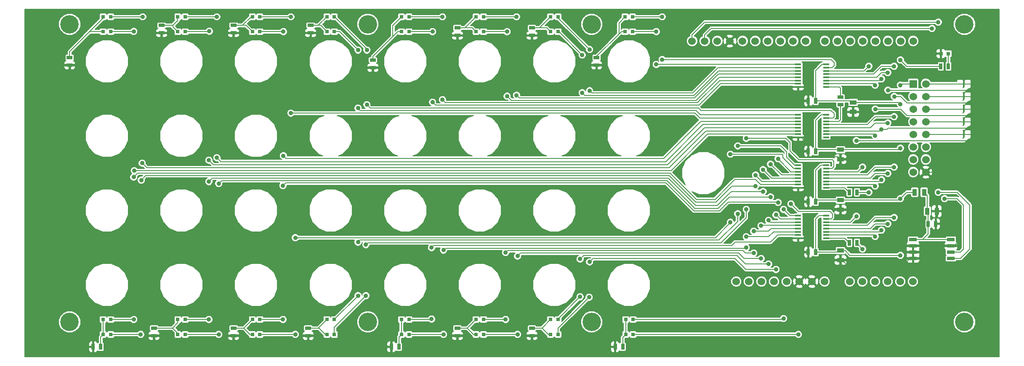
<source format=gtl>
G04 (created by PCBNEW-RS274X (2012-apr-16-27)-stable) date Sun 25 Aug 2013 09:14:28 PM CEST*
G01*
G70*
G90*
%MOIN*%
G04 Gerber Fmt 3.4, Leading zero omitted, Abs format*
%FSLAX34Y34*%
G04 APERTURE LIST*
%ADD10C,0.006000*%
%ADD11C,0.145700*%
%ADD12R,0.025000X0.045000*%
%ADD13R,0.045000X0.025000*%
%ADD14R,0.060000X0.060000*%
%ADD15C,0.060000*%
%ADD16R,0.059100X0.027600*%
%ADD17R,0.035000X0.055000*%
%ADD18R,0.055000X0.035000*%
%ADD19R,0.031400X0.031400*%
%ADD20R,0.050000X0.015000*%
%ADD21C,0.039400*%
%ADD22C,0.035000*%
%ADD23C,0.008000*%
G04 APERTURE END LIST*
G54D10*
G54D11*
X18701Y-20669D03*
X42323Y-20669D03*
X60039Y-20669D03*
X89567Y-20669D03*
X89567Y-44291D03*
X60039Y-44291D03*
X42323Y-44291D03*
X18701Y-44291D03*
G54D12*
X81050Y-38000D03*
X80450Y-38000D03*
X81050Y-34000D03*
X80450Y-34000D03*
G54D13*
X79750Y-27050D03*
X79750Y-26450D03*
G54D12*
X90400Y-29400D03*
X91000Y-29400D03*
X90500Y-27400D03*
X91100Y-27400D03*
X90450Y-28400D03*
X91050Y-28400D03*
X90500Y-26400D03*
X91100Y-26400D03*
X90500Y-25400D03*
X91100Y-25400D03*
G54D14*
X85510Y-25400D03*
G54D15*
X86510Y-25400D03*
X85510Y-26400D03*
X86510Y-26400D03*
X85510Y-27400D03*
X86510Y-27400D03*
X85510Y-28400D03*
X86510Y-28400D03*
X85510Y-29400D03*
X86510Y-29400D03*
G54D16*
X85500Y-37750D03*
X85500Y-38250D03*
X85500Y-38750D03*
X85500Y-39250D03*
X88500Y-39250D03*
X88500Y-38750D03*
X88500Y-38250D03*
X88500Y-37750D03*
G54D17*
X86625Y-35500D03*
X87375Y-35500D03*
X85625Y-34000D03*
X86375Y-34000D03*
G54D12*
X86700Y-36500D03*
X87300Y-36500D03*
G54D15*
X71490Y-41080D03*
X72490Y-41080D03*
X73490Y-41080D03*
X74490Y-41080D03*
X75490Y-41080D03*
X76490Y-41080D03*
X77490Y-41080D03*
X78490Y-41080D03*
X80480Y-41080D03*
X81480Y-41080D03*
X82480Y-41080D03*
X83480Y-41080D03*
X84480Y-41080D03*
X85480Y-41080D03*
X85510Y-30400D03*
X85510Y-31400D03*
X85510Y-32400D03*
X86510Y-32400D03*
X86510Y-31400D03*
X86510Y-30400D03*
X85510Y-22000D03*
X84510Y-22000D03*
X83510Y-22000D03*
X82510Y-22000D03*
X81510Y-22000D03*
X80510Y-22000D03*
X79510Y-22000D03*
X78510Y-22000D03*
X77000Y-22000D03*
X76000Y-22000D03*
X75000Y-22000D03*
X74000Y-22000D03*
X73000Y-22000D03*
X72000Y-22000D03*
X71000Y-22000D03*
X70000Y-22000D03*
X69000Y-22000D03*
X68000Y-22000D03*
G54D18*
X79750Y-30625D03*
X79750Y-31375D03*
G54D12*
X77800Y-30750D03*
X77200Y-30750D03*
X77800Y-26750D03*
X77200Y-26750D03*
G54D18*
X80750Y-26875D03*
X80750Y-27625D03*
X79750Y-34625D03*
X79750Y-35375D03*
G54D12*
X77800Y-34750D03*
X77200Y-34750D03*
X77800Y-38750D03*
X77200Y-38750D03*
G54D18*
X79750Y-38625D03*
X79750Y-39375D03*
G54D12*
X87700Y-24000D03*
X88300Y-24000D03*
G54D19*
X88295Y-23000D03*
X87705Y-23000D03*
G54D20*
X76398Y-27854D03*
X76398Y-28110D03*
X76398Y-28366D03*
X76398Y-28622D03*
X76398Y-28878D03*
X76398Y-29134D03*
X76398Y-29390D03*
X76398Y-29646D03*
X78602Y-29646D03*
X78602Y-29390D03*
X78602Y-29134D03*
X78602Y-28878D03*
X78602Y-28622D03*
X78602Y-28366D03*
X78602Y-28110D03*
X78602Y-27854D03*
X76398Y-23854D03*
X76398Y-24110D03*
X76398Y-24366D03*
X76398Y-24622D03*
X76398Y-24878D03*
X76398Y-25134D03*
X76398Y-25390D03*
X76398Y-25646D03*
X78602Y-25646D03*
X78602Y-25390D03*
X78602Y-25134D03*
X78602Y-24878D03*
X78602Y-24622D03*
X78602Y-24366D03*
X78602Y-24110D03*
X78602Y-23854D03*
X76398Y-31854D03*
X76398Y-32110D03*
X76398Y-32366D03*
X76398Y-32622D03*
X76398Y-32878D03*
X76398Y-33134D03*
X76398Y-33390D03*
X76398Y-33646D03*
X78602Y-33646D03*
X78602Y-33390D03*
X78602Y-33134D03*
X78602Y-32878D03*
X78602Y-32622D03*
X78602Y-32366D03*
X78602Y-32110D03*
X78602Y-31854D03*
X76398Y-35854D03*
X76398Y-36110D03*
X76398Y-36366D03*
X76398Y-36622D03*
X76398Y-36878D03*
X76398Y-37134D03*
X76398Y-37390D03*
X76398Y-37646D03*
X78602Y-37646D03*
X78602Y-37390D03*
X78602Y-37134D03*
X78602Y-36878D03*
X78602Y-36622D03*
X78602Y-36366D03*
X78602Y-36110D03*
X78602Y-35854D03*
G54D19*
X45571Y-21260D03*
X44981Y-21260D03*
X45571Y-20079D03*
X44981Y-20079D03*
G54D13*
X42717Y-24119D03*
X42717Y-23519D03*
X49409Y-21560D03*
X49409Y-20960D03*
G54D19*
X51476Y-20079D03*
X50886Y-20079D03*
X51476Y-21260D03*
X50886Y-21260D03*
X63287Y-21260D03*
X62697Y-21260D03*
X63287Y-20079D03*
X62697Y-20079D03*
G54D13*
X60433Y-23922D03*
X60433Y-23322D03*
X55315Y-21560D03*
X55315Y-20960D03*
G54D19*
X57382Y-20079D03*
X56792Y-20079D03*
X57382Y-21260D03*
X56792Y-21260D03*
X33760Y-21260D03*
X33170Y-21260D03*
X33760Y-20079D03*
X33170Y-20079D03*
G54D13*
X31693Y-21363D03*
X31693Y-20763D03*
X37795Y-21363D03*
X37795Y-20763D03*
G54D19*
X39665Y-20079D03*
X39075Y-20079D03*
X39665Y-21260D03*
X39075Y-21260D03*
X27854Y-21260D03*
X27264Y-21260D03*
X27854Y-20079D03*
X27264Y-20079D03*
G54D13*
X25984Y-21363D03*
X25984Y-20763D03*
X18701Y-23922D03*
X18701Y-23322D03*
G54D19*
X21949Y-20079D03*
X21359Y-20079D03*
X21949Y-21260D03*
X21359Y-21260D03*
X21949Y-44094D03*
X21359Y-44094D03*
X21949Y-45276D03*
X21359Y-45276D03*
G54D12*
X20566Y-46260D03*
X21166Y-46260D03*
G54D13*
X25394Y-45379D03*
X25394Y-44779D03*
G54D19*
X27854Y-45276D03*
X27264Y-45276D03*
X27854Y-44094D03*
X27264Y-44094D03*
X39665Y-44094D03*
X39075Y-44094D03*
X39665Y-45276D03*
X39075Y-45276D03*
G54D13*
X37598Y-45379D03*
X37598Y-44779D03*
X31693Y-45379D03*
X31693Y-44779D03*
G54D19*
X33760Y-45276D03*
X33170Y-45276D03*
X33760Y-44094D03*
X33170Y-44094D03*
X57382Y-44094D03*
X56792Y-44094D03*
X57382Y-45276D03*
X56792Y-45276D03*
G54D13*
X55315Y-45379D03*
X55315Y-44779D03*
G54D12*
X61905Y-46260D03*
X62505Y-46260D03*
G54D19*
X63326Y-45275D03*
X62736Y-45275D03*
X63326Y-44094D03*
X62736Y-44094D03*
X51476Y-44094D03*
X50886Y-44094D03*
X51476Y-45276D03*
X50886Y-45276D03*
G54D13*
X49409Y-45379D03*
X49409Y-44779D03*
G54D12*
X44188Y-46260D03*
X44788Y-46260D03*
G54D19*
X45571Y-45276D03*
X44981Y-45276D03*
X45571Y-44094D03*
X44981Y-44094D03*
G54D21*
X18701Y-41339D03*
X18701Y-26575D03*
X75787Y-26575D03*
G54D22*
X84500Y-23500D03*
X84500Y-27000D03*
X84500Y-39000D03*
X84500Y-34500D03*
X84500Y-25500D03*
X84500Y-30500D03*
X73031Y-32638D03*
X73031Y-33504D03*
X24370Y-33031D03*
X24331Y-45276D03*
X24488Y-20079D03*
X24449Y-31693D03*
X30512Y-45276D03*
X74212Y-34370D03*
X30512Y-33307D03*
X74212Y-31764D03*
X30354Y-20079D03*
X30354Y-31260D03*
X36575Y-37598D03*
X36575Y-45276D03*
X71024Y-30980D03*
X71023Y-36378D03*
X36220Y-20079D03*
X36220Y-27717D03*
X42165Y-42205D03*
X72283Y-35354D03*
X42165Y-38150D03*
X72283Y-29724D03*
X42244Y-22717D03*
X42244Y-27047D03*
X48307Y-45276D03*
X48307Y-38583D03*
X72283Y-38385D03*
X72283Y-37519D03*
X48228Y-26654D03*
X48228Y-20079D03*
X54173Y-39055D03*
X73464Y-36653D03*
X54173Y-45276D03*
X73464Y-39252D03*
X54094Y-20079D03*
X54094Y-26299D03*
X74645Y-35787D03*
X59882Y-39528D03*
X59843Y-42323D03*
X74645Y-40118D03*
X59882Y-25945D03*
X59882Y-22677D03*
X75826Y-34921D03*
X76417Y-45275D03*
X65630Y-23465D03*
X65630Y-20079D03*
X83511Y-25900D03*
X83500Y-36500D03*
X83500Y-32500D03*
X83500Y-24500D03*
X83500Y-28500D03*
X84000Y-28000D03*
X84000Y-24000D03*
X84000Y-32000D03*
X84000Y-36000D03*
X84011Y-26400D03*
X81011Y-29900D03*
X81011Y-35900D03*
X82500Y-37500D03*
X82500Y-33500D03*
X82500Y-29500D03*
X82511Y-27400D03*
X82500Y-25500D03*
X83000Y-33000D03*
X83000Y-37000D03*
X83000Y-29000D03*
X83000Y-25000D03*
X87000Y-21000D03*
X87500Y-34000D03*
X87500Y-20500D03*
X88000Y-34500D03*
X23780Y-44094D03*
X23780Y-32795D03*
X23780Y-21240D03*
X23819Y-32283D03*
X73622Y-33937D03*
X29724Y-33150D03*
X29724Y-44094D03*
X73622Y-32205D03*
X29724Y-31457D03*
X29764Y-21220D03*
X35591Y-33465D03*
X35591Y-44094D03*
X74804Y-31338D03*
X74803Y-34804D03*
X35630Y-31102D03*
X35630Y-21260D03*
X71614Y-35708D03*
X41535Y-42205D03*
X41535Y-37953D03*
X71615Y-30318D03*
X41535Y-22717D03*
X41535Y-27323D03*
X47362Y-44055D03*
X47362Y-38386D03*
X47441Y-26850D03*
X47441Y-21260D03*
X53228Y-38780D03*
X72874Y-38818D03*
X72874Y-37086D03*
X53228Y-44094D03*
X53346Y-26378D03*
X53346Y-21260D03*
X74055Y-36220D03*
X59134Y-42283D03*
X59134Y-39291D03*
X74055Y-39685D03*
X59291Y-23110D03*
X59291Y-26102D03*
X75236Y-44015D03*
X75236Y-35354D03*
X65157Y-21260D03*
X65157Y-23858D03*
X25314Y-39448D03*
X73267Y-31496D03*
X37047Y-34055D03*
X65196Y-30708D03*
X65196Y-33858D03*
X65196Y-37204D03*
X43149Y-39567D03*
X31259Y-39488D03*
X37440Y-39567D03*
X54763Y-33858D03*
X42952Y-37204D03*
X48858Y-37204D03*
X49409Y-46220D03*
X18779Y-25590D03*
X54763Y-37204D03*
X43149Y-34055D03*
X60472Y-37204D03*
X65590Y-43228D03*
X60669Y-41929D03*
X31259Y-33897D03*
X37047Y-37007D03*
X75433Y-34252D03*
X72874Y-35433D03*
X60669Y-39960D03*
X54763Y-39567D03*
X60472Y-33858D03*
X31220Y-28346D03*
X37047Y-28346D03*
X80130Y-27677D03*
X25314Y-28307D03*
X80500Y-40000D03*
X54842Y-28149D03*
X80500Y-35500D03*
X43189Y-28228D03*
X49094Y-28267D03*
X65393Y-39960D03*
X86500Y-23000D03*
X88500Y-32500D03*
X84500Y-40000D03*
X88000Y-35500D03*
X49055Y-33858D03*
X80500Y-31000D03*
X25314Y-33818D03*
X49055Y-39567D03*
X78516Y-27126D03*
X19724Y-46417D03*
X25393Y-46181D03*
X31692Y-46141D03*
X69767Y-30303D03*
X31181Y-25590D03*
X74850Y-30649D03*
X37598Y-46141D03*
X76500Y-35000D03*
X75342Y-30149D03*
X88500Y-35000D03*
X43346Y-46259D03*
X76500Y-31000D03*
X43464Y-25590D03*
X55314Y-46220D03*
X37047Y-25590D03*
X25314Y-25590D03*
X61023Y-46259D03*
X70354Y-26299D03*
X66456Y-25393D03*
X61023Y-28189D03*
X66456Y-28504D03*
X61181Y-25590D03*
X76500Y-38500D03*
X18661Y-39409D03*
X76500Y-40000D03*
X54842Y-25590D03*
X74724Y-26299D03*
X76500Y-26500D03*
X49488Y-25590D03*
X82000Y-34000D03*
X82000Y-24000D03*
X81500Y-38500D03*
X81500Y-32000D03*
G54D23*
X77800Y-32251D02*
X77800Y-34750D01*
X85625Y-34000D02*
X85000Y-34000D01*
X79750Y-34625D02*
X77925Y-34625D01*
X77800Y-38750D02*
X79625Y-38750D01*
X78056Y-35854D02*
X77800Y-36110D01*
X78602Y-23854D02*
X78284Y-23854D01*
X85000Y-34000D02*
X84500Y-34500D01*
X78602Y-31854D02*
X78197Y-31854D01*
X79750Y-30625D02*
X84375Y-30625D01*
X78220Y-27854D02*
X77800Y-28274D01*
X77800Y-36110D02*
X77800Y-38750D01*
X85510Y-25400D02*
X84600Y-25400D01*
X84500Y-39000D02*
X80500Y-39000D01*
X80500Y-39000D02*
X80125Y-38625D01*
X78197Y-31854D02*
X77800Y-32251D01*
X77800Y-24338D02*
X77800Y-26750D01*
X77800Y-28274D02*
X77800Y-30750D01*
X84375Y-30625D02*
X84500Y-30500D01*
X84375Y-34625D02*
X84500Y-34500D01*
X78602Y-35854D02*
X78056Y-35854D01*
X78284Y-23854D02*
X77800Y-24338D01*
X85000Y-24000D02*
X87700Y-24000D01*
X84600Y-25400D02*
X84500Y-25500D01*
X84500Y-23500D02*
X85000Y-24000D01*
X84375Y-26875D02*
X84500Y-27000D01*
X79750Y-30625D02*
X77925Y-30625D01*
X79625Y-38750D02*
X79750Y-38625D01*
X77925Y-30625D02*
X77800Y-30750D01*
X80125Y-38625D02*
X79750Y-38625D01*
X80750Y-26875D02*
X84375Y-26875D01*
X77925Y-34625D02*
X77800Y-34750D01*
X79750Y-34625D02*
X84375Y-34625D01*
X80625Y-26750D02*
X80750Y-26875D01*
X77800Y-26750D02*
X80625Y-26750D01*
X78602Y-27854D02*
X78220Y-27854D01*
X73527Y-33134D02*
X73031Y-32638D01*
X21949Y-45276D02*
X24331Y-45276D01*
X70906Y-33740D02*
X69882Y-34764D01*
X73031Y-33504D02*
X71143Y-33504D01*
X71143Y-33504D02*
X70906Y-33741D01*
X24370Y-33031D02*
X24724Y-32677D01*
X24724Y-32677D02*
X66181Y-32677D01*
X70906Y-33741D02*
X70906Y-33740D01*
X70906Y-33740D02*
X70906Y-33740D01*
X76398Y-33134D02*
X73527Y-33134D01*
X69882Y-34764D02*
X68268Y-34764D01*
X66181Y-32677D02*
X68268Y-34764D01*
X69094Y-29134D02*
X66181Y-32047D01*
X66181Y-32047D02*
X24803Y-32047D01*
X24803Y-32047D02*
X24449Y-31693D01*
X76398Y-29134D02*
X69094Y-29134D01*
X24488Y-20079D02*
X21949Y-20079D01*
X70945Y-34370D02*
X70039Y-35276D01*
X68228Y-35276D02*
X66023Y-33071D01*
X30512Y-33307D02*
X30748Y-33071D01*
X75070Y-32622D02*
X74212Y-31764D01*
X30748Y-33071D02*
X66023Y-33071D01*
X30512Y-45276D02*
X27854Y-45276D01*
X70039Y-35276D02*
X68228Y-35276D01*
X74212Y-34370D02*
X70945Y-34370D01*
X76398Y-32622D02*
X75070Y-32622D01*
X30669Y-31575D02*
X30354Y-31260D01*
X65905Y-31575D02*
X30669Y-31575D01*
X68858Y-28622D02*
X65905Y-31575D01*
X30354Y-20079D02*
X27854Y-20079D01*
X76398Y-28622D02*
X68858Y-28622D01*
X75115Y-30980D02*
X71024Y-30980D01*
X76047Y-32110D02*
X75197Y-31260D01*
X71023Y-36417D02*
X69842Y-37598D01*
X76047Y-32110D02*
X76398Y-32110D01*
X75197Y-31062D02*
X75115Y-30980D01*
X71023Y-36378D02*
X71023Y-36417D01*
X36575Y-37598D02*
X68110Y-37598D01*
X75197Y-31260D02*
X75197Y-31062D01*
X33760Y-45276D02*
X36575Y-45276D01*
X69842Y-37598D02*
X68110Y-37598D01*
X33760Y-20079D02*
X36220Y-20079D01*
X68622Y-28110D02*
X68229Y-27717D01*
X76398Y-28110D02*
X68622Y-28110D01*
X68229Y-27717D02*
X36220Y-27717D01*
X42165Y-38150D02*
X42308Y-38007D01*
X75748Y-30039D02*
X75433Y-29724D01*
X70299Y-38007D02*
X69645Y-38007D01*
X79106Y-31417D02*
X76458Y-31417D01*
X75433Y-29724D02*
X73307Y-29724D01*
X42308Y-38007D02*
X69645Y-38007D01*
X79083Y-32110D02*
X79224Y-31969D01*
X73386Y-29724D02*
X73307Y-29724D01*
X76458Y-31417D02*
X75748Y-30707D01*
X78602Y-32110D02*
X79083Y-32110D01*
X79224Y-31535D02*
X79106Y-31417D01*
X72283Y-36023D02*
X70299Y-38007D01*
X72283Y-35354D02*
X72283Y-36023D01*
X72283Y-29724D02*
X73307Y-29724D01*
X79224Y-31969D02*
X79224Y-31535D01*
X39665Y-44705D02*
X42165Y-42205D01*
X39665Y-45276D02*
X39665Y-44705D01*
X75748Y-30707D02*
X75748Y-30039D01*
X79000Y-27500D02*
X74331Y-27500D01*
X42244Y-22638D02*
X42244Y-22717D01*
X39685Y-20079D02*
X39665Y-20079D01*
X79250Y-27750D02*
X79000Y-27500D01*
X79140Y-28110D02*
X79250Y-28000D01*
X42520Y-27323D02*
X68504Y-27323D01*
X42244Y-27047D02*
X42520Y-27323D01*
X39685Y-20079D02*
X42244Y-22638D01*
X68504Y-27323D02*
X68661Y-27480D01*
X74331Y-27500D02*
X68681Y-27500D01*
X79250Y-28000D02*
X79250Y-27750D01*
X78602Y-28110D02*
X79140Y-28110D01*
X68681Y-27500D02*
X68661Y-27480D01*
X74331Y-27500D02*
X74250Y-27500D01*
X71102Y-38440D02*
X71142Y-38440D01*
X74055Y-37519D02*
X72283Y-37519D01*
X48307Y-38583D02*
X48450Y-38440D01*
X45571Y-45276D02*
X48307Y-45276D01*
X72228Y-38440D02*
X72283Y-38385D01*
X74440Y-37134D02*
X76398Y-37134D01*
X48450Y-38440D02*
X71102Y-38440D01*
X74440Y-37134D02*
X74055Y-37519D01*
X71102Y-38440D02*
X72228Y-38440D01*
X68425Y-26890D02*
X48464Y-26890D01*
X76398Y-25134D02*
X70181Y-25134D01*
X48464Y-26890D02*
X48228Y-26654D01*
X70181Y-25134D02*
X68425Y-26890D01*
X48228Y-20079D02*
X45571Y-20079D01*
X72126Y-39252D02*
X71692Y-38818D01*
X76398Y-36622D02*
X73495Y-36622D01*
X54409Y-38819D02*
X66929Y-38818D01*
X54173Y-45276D02*
X51476Y-45276D01*
X73495Y-36622D02*
X73464Y-36653D01*
X73464Y-39252D02*
X72126Y-39252D01*
X71692Y-38818D02*
X66929Y-38818D01*
X54173Y-39055D02*
X54409Y-38819D01*
X54094Y-20079D02*
X51476Y-20079D01*
X54321Y-26526D02*
X54094Y-26299D01*
X76398Y-24622D02*
X70095Y-24622D01*
X70095Y-24622D02*
X68191Y-26526D01*
X68191Y-26526D02*
X54321Y-26526D01*
X76398Y-36110D02*
X74968Y-36110D01*
X57382Y-44784D02*
X59843Y-42323D01*
X57382Y-44784D02*
X57382Y-45276D01*
X74968Y-36110D02*
X74645Y-35787D01*
X71378Y-39252D02*
X66929Y-39252D01*
X60158Y-39252D02*
X66929Y-39252D01*
X72244Y-40118D02*
X71378Y-39252D01*
X59882Y-39528D02*
X60158Y-39252D01*
X74645Y-40118D02*
X72244Y-40118D01*
X60054Y-26117D02*
X59882Y-25945D01*
X57382Y-20079D02*
X57382Y-20177D01*
X57382Y-20177D02*
X58701Y-21496D01*
X70055Y-24110D02*
X76398Y-24110D01*
X70055Y-24110D02*
X68048Y-26117D01*
X59882Y-22677D02*
X58701Y-21496D01*
X68048Y-26117D02*
X60054Y-26117D01*
X79106Y-36024D02*
X79106Y-35708D01*
X79106Y-35708D02*
X78910Y-35512D01*
X78602Y-36110D02*
X79020Y-36110D01*
X78910Y-35512D02*
X76417Y-35512D01*
X79020Y-36110D02*
X79106Y-36024D01*
X76417Y-45275D02*
X63326Y-45275D01*
X76417Y-35512D02*
X75826Y-34921D01*
X79028Y-23465D02*
X74291Y-23465D01*
X78602Y-24110D02*
X79091Y-24110D01*
X79264Y-23937D02*
X79264Y-23701D01*
X79091Y-24110D02*
X79264Y-23937D01*
X74291Y-23465D02*
X74264Y-23465D01*
X79264Y-23701D02*
X79028Y-23465D01*
X63287Y-20079D02*
X65630Y-20079D01*
X74291Y-23465D02*
X65630Y-23465D01*
X83000Y-24500D02*
X83500Y-24500D01*
X82500Y-28500D02*
X83500Y-28500D01*
X78602Y-24878D02*
X82622Y-24878D01*
X89511Y-25900D02*
X90900Y-25900D01*
X89511Y-25900D02*
X83511Y-25900D01*
X91100Y-25700D02*
X91100Y-25400D01*
X90900Y-25900D02*
X91100Y-25700D01*
X82122Y-36878D02*
X82500Y-36500D01*
X78602Y-28878D02*
X82122Y-28878D01*
X78602Y-32878D02*
X82122Y-32878D01*
X83000Y-24500D02*
X82622Y-24878D01*
X82122Y-32878D02*
X82500Y-32500D01*
X82500Y-32500D02*
X83500Y-32500D01*
X82122Y-28878D02*
X82500Y-28500D01*
X82500Y-36500D02*
X83500Y-36500D01*
X82122Y-36878D02*
X78602Y-36878D01*
X89511Y-26900D02*
X89500Y-26900D01*
X84511Y-26400D02*
X84011Y-26400D01*
X78602Y-24622D02*
X82378Y-24622D01*
X85011Y-26900D02*
X84511Y-26400D01*
X78602Y-32622D02*
X81878Y-32622D01*
X81878Y-28622D02*
X82500Y-28000D01*
X90900Y-26900D02*
X91100Y-26700D01*
X84000Y-36000D02*
X82500Y-36000D01*
X81878Y-36622D02*
X78602Y-36622D01*
X82378Y-24622D02*
X83000Y-24000D01*
X81878Y-32622D02*
X82500Y-32000D01*
X83000Y-24000D02*
X84000Y-24000D01*
X78602Y-28622D02*
X81878Y-28622D01*
X82500Y-28000D02*
X84000Y-28000D01*
X82500Y-32000D02*
X84000Y-32000D01*
X89500Y-26900D02*
X90900Y-26900D01*
X91100Y-26700D02*
X91100Y-26400D01*
X82500Y-36000D02*
X81878Y-36622D01*
X89500Y-26900D02*
X85011Y-26900D01*
X90500Y-29900D02*
X90900Y-29900D01*
X78602Y-36366D02*
X80545Y-36366D01*
X81011Y-29900D02*
X89511Y-29900D01*
X80545Y-36366D02*
X81011Y-35900D01*
X89511Y-29900D02*
X90500Y-29900D01*
X91000Y-29800D02*
X91000Y-29400D01*
X90900Y-29900D02*
X91000Y-29800D01*
X84511Y-27400D02*
X82511Y-27400D01*
X78602Y-37390D02*
X82390Y-37390D01*
X82500Y-25500D02*
X82390Y-25390D01*
X82390Y-25390D02*
X78602Y-25390D01*
X82390Y-37390D02*
X82500Y-37500D01*
X89500Y-27900D02*
X90950Y-27900D01*
X91100Y-27750D02*
X91100Y-27400D01*
X90950Y-27900D02*
X91100Y-27750D01*
X78602Y-33390D02*
X82390Y-33390D01*
X82390Y-33390D02*
X82500Y-33500D01*
X78602Y-29390D02*
X82390Y-29390D01*
X82390Y-29390D02*
X82500Y-29500D01*
X85011Y-27900D02*
X84511Y-27400D01*
X89500Y-27900D02*
X85011Y-27900D01*
X89511Y-27900D02*
X89500Y-27900D01*
X89500Y-28900D02*
X85011Y-28900D01*
X82866Y-25134D02*
X78602Y-25134D01*
X78602Y-33134D02*
X82866Y-33134D01*
X82866Y-33134D02*
X83000Y-33000D01*
X78602Y-29134D02*
X82866Y-29134D01*
X83511Y-28900D02*
X83411Y-29000D01*
X89511Y-28900D02*
X89500Y-28900D01*
X90900Y-28900D02*
X91050Y-28750D01*
X91050Y-28750D02*
X91050Y-28400D01*
X89500Y-28900D02*
X90550Y-28900D01*
X83000Y-25000D02*
X82866Y-25134D01*
X82866Y-29134D02*
X83000Y-29000D01*
X90550Y-28900D02*
X90900Y-28900D01*
X83411Y-29000D02*
X83000Y-29000D01*
X82866Y-37134D02*
X83000Y-37000D01*
X85011Y-28900D02*
X83511Y-28900D01*
X78602Y-37134D02*
X82866Y-37134D01*
X69000Y-21500D02*
X69500Y-21000D01*
X69500Y-21000D02*
X87000Y-21000D01*
X89000Y-34000D02*
X90000Y-35000D01*
X87500Y-34000D02*
X89000Y-34000D01*
X89250Y-39250D02*
X88500Y-39250D01*
X90000Y-38500D02*
X89250Y-39250D01*
X69000Y-22000D02*
X69000Y-21500D01*
X90000Y-36500D02*
X90000Y-35000D01*
X90000Y-36500D02*
X90000Y-38500D01*
X89500Y-35000D02*
X89000Y-34500D01*
X89250Y-38750D02*
X89500Y-38500D01*
X89000Y-34500D02*
X88000Y-34500D01*
X88500Y-38750D02*
X89250Y-38750D01*
X89500Y-35000D02*
X89500Y-36500D01*
X68000Y-21500D02*
X69000Y-20500D01*
X68000Y-21500D02*
X68000Y-22000D01*
X89500Y-38500D02*
X89500Y-36500D01*
X69000Y-20500D02*
X87500Y-20500D01*
X23780Y-32795D02*
X24095Y-32480D01*
X71377Y-32993D02*
X71397Y-32993D01*
X21949Y-44094D02*
X23780Y-44094D01*
X73424Y-33386D02*
X73031Y-32993D01*
X68347Y-34567D02*
X69803Y-34567D01*
X69803Y-34567D02*
X70984Y-33386D01*
X66260Y-32480D02*
X68347Y-34567D01*
X70984Y-33386D02*
X71377Y-32993D01*
X24095Y-32480D02*
X66260Y-32480D01*
X70984Y-33386D02*
X70994Y-33376D01*
X76394Y-33386D02*
X73424Y-33386D01*
X73031Y-32993D02*
X71397Y-32993D01*
X76394Y-33386D02*
X76398Y-33390D01*
X66339Y-32283D02*
X69232Y-29390D01*
X23819Y-32283D02*
X66339Y-32283D01*
X69232Y-29390D02*
X76398Y-29390D01*
X21949Y-21260D02*
X23760Y-21260D01*
X23760Y-21260D02*
X23780Y-21240D01*
X66102Y-32874D02*
X66103Y-32874D01*
X29724Y-33150D02*
X30000Y-32874D01*
X30000Y-32874D02*
X66102Y-32874D01*
X73622Y-33937D02*
X71103Y-33937D01*
X66102Y-32874D02*
X66103Y-32874D01*
X27854Y-44094D02*
X29724Y-44094D01*
X76398Y-32878D02*
X74295Y-32878D01*
X70886Y-34153D02*
X70905Y-34134D01*
X68268Y-35039D02*
X70000Y-35039D01*
X71103Y-33937D02*
X70886Y-34154D01*
X70886Y-34154D02*
X70886Y-34153D01*
X70000Y-35039D02*
X70886Y-34153D01*
X66103Y-32874D02*
X68268Y-35039D01*
X74295Y-32878D02*
X73622Y-32205D01*
X66063Y-31811D02*
X68996Y-28878D01*
X30078Y-31811D02*
X66063Y-31811D01*
X68996Y-28878D02*
X76398Y-28878D01*
X29724Y-31457D02*
X30078Y-31811D01*
X29724Y-21260D02*
X29764Y-21220D01*
X27854Y-21260D02*
X29724Y-21260D01*
X70866Y-34764D02*
X70157Y-35473D01*
X75832Y-32366D02*
X74804Y-31338D01*
X68150Y-35473D02*
X65930Y-33253D01*
X35591Y-44094D02*
X33760Y-44094D01*
X76398Y-32366D02*
X75832Y-32366D01*
X74803Y-34804D02*
X74763Y-34764D01*
X74763Y-34764D02*
X70866Y-34764D01*
X70157Y-35473D02*
X68150Y-35473D01*
X35803Y-33253D02*
X65930Y-33253D01*
X35591Y-33465D02*
X35803Y-33253D01*
X35630Y-31102D02*
X35827Y-31299D01*
X68681Y-28366D02*
X76398Y-28366D01*
X35827Y-31299D02*
X65748Y-31299D01*
X33760Y-21260D02*
X35630Y-21260D01*
X65748Y-31299D02*
X68681Y-28366D01*
X75004Y-30318D02*
X71615Y-30318D01*
X70118Y-37795D02*
X69370Y-37795D01*
X76107Y-31854D02*
X76398Y-31854D01*
X75473Y-31220D02*
X75473Y-30787D01*
X76107Y-31854D02*
X75473Y-31220D01*
X39665Y-44094D02*
X39665Y-44075D01*
X41535Y-37953D02*
X41693Y-37795D01*
X71614Y-35708D02*
X71614Y-36299D01*
X75473Y-30787D02*
X75004Y-30318D01*
X41693Y-37795D02*
X69370Y-37795D01*
X71614Y-36299D02*
X70118Y-37795D01*
X39665Y-44075D02*
X41535Y-42205D01*
X40078Y-21260D02*
X39665Y-21260D01*
X68641Y-27854D02*
X68307Y-27520D01*
X41732Y-27520D02*
X41535Y-27323D01*
X68307Y-27520D02*
X41732Y-27520D01*
X76398Y-27854D02*
X68641Y-27854D01*
X41535Y-22717D02*
X40078Y-21260D01*
X74212Y-37952D02*
X71418Y-37952D01*
X74774Y-37390D02*
X74212Y-37952D01*
X47362Y-38386D02*
X47520Y-38228D01*
X71418Y-37952D02*
X71142Y-38228D01*
X47520Y-38228D02*
X71142Y-38228D01*
X47323Y-44094D02*
X45571Y-44094D01*
X76398Y-37390D02*
X74774Y-37390D01*
X47323Y-44094D02*
X47362Y-44055D01*
X45571Y-21260D02*
X47441Y-21260D01*
X68543Y-27087D02*
X70240Y-25390D01*
X47678Y-27087D02*
X68543Y-27087D01*
X70240Y-25390D02*
X76398Y-25390D01*
X47441Y-26850D02*
X47678Y-27087D01*
X74263Y-36878D02*
X74055Y-37086D01*
X72874Y-38818D02*
X72203Y-38818D01*
X53228Y-38780D02*
X53386Y-38622D01*
X74055Y-37086D02*
X72874Y-37086D01*
X74263Y-36878D02*
X76398Y-36878D01*
X72203Y-38818D02*
X72007Y-38622D01*
X53386Y-38622D02*
X66929Y-38622D01*
X51476Y-44094D02*
X53228Y-44094D01*
X72007Y-38622D02*
X66929Y-38622D01*
X70161Y-24878D02*
X76398Y-24878D01*
X53346Y-26378D02*
X53676Y-26708D01*
X53676Y-26708D02*
X68331Y-26708D01*
X51476Y-21260D02*
X53346Y-21260D01*
X68331Y-26708D02*
X70161Y-24878D01*
X57382Y-44035D02*
X59134Y-42283D01*
X59134Y-39291D02*
X59409Y-39016D01*
X72205Y-39685D02*
X71535Y-39015D01*
X59409Y-39016D02*
X66929Y-39015D01*
X76398Y-36366D02*
X74201Y-36366D01*
X71535Y-39015D02*
X66929Y-39015D01*
X74055Y-39685D02*
X72205Y-39685D01*
X57382Y-44035D02*
X57382Y-44094D01*
X74201Y-36366D02*
X74055Y-36220D01*
X57382Y-21260D02*
X57441Y-21260D01*
X59291Y-26102D02*
X59488Y-26299D01*
X57441Y-21260D02*
X59291Y-23110D01*
X70093Y-24366D02*
X76398Y-24366D01*
X59488Y-26299D02*
X68160Y-26299D01*
X68160Y-26299D02*
X70093Y-24366D01*
X75236Y-44015D02*
X75157Y-44094D01*
X76398Y-35854D02*
X75736Y-35854D01*
X75157Y-44094D02*
X63326Y-44094D01*
X75736Y-35854D02*
X75236Y-35354D01*
X65157Y-23858D02*
X76394Y-23858D01*
X63287Y-21260D02*
X65157Y-21260D01*
X76394Y-23858D02*
X76398Y-23854D01*
X43149Y-34055D02*
X42952Y-34252D01*
X76039Y-33646D02*
X75433Y-34252D01*
X25314Y-39448D02*
X25314Y-39488D01*
X65196Y-33858D02*
X65196Y-37204D01*
X76398Y-33646D02*
X76039Y-33646D01*
X58149Y-39488D02*
X25314Y-39488D01*
X37047Y-34055D02*
X37047Y-37007D01*
X31259Y-33897D02*
X31259Y-39488D01*
X54763Y-33858D02*
X54763Y-37204D01*
X42952Y-34252D02*
X42952Y-37204D01*
X66456Y-29448D02*
X65196Y-30708D01*
X85500Y-38250D02*
X85500Y-39250D01*
X60472Y-33858D02*
X60472Y-37204D01*
X65590Y-40157D02*
X65590Y-43228D01*
X60669Y-39960D02*
X60669Y-41929D01*
X75433Y-34252D02*
X75433Y-34645D01*
X75433Y-34645D02*
X74645Y-35433D01*
X66456Y-28504D02*
X66456Y-29448D01*
X74645Y-35433D02*
X72874Y-35433D01*
X49055Y-33858D02*
X48858Y-34055D01*
X48858Y-34055D02*
X48858Y-37204D01*
X77419Y-39375D02*
X79750Y-39375D01*
X76750Y-26750D02*
X76500Y-26500D01*
X88500Y-35000D02*
X88000Y-35500D01*
X80375Y-35375D02*
X80500Y-35500D01*
X87300Y-36500D02*
X87300Y-35575D01*
X77200Y-26750D02*
X76750Y-26750D01*
X77200Y-26750D02*
X77200Y-25950D01*
X77200Y-38015D02*
X76831Y-37646D01*
X88500Y-38250D02*
X88750Y-38250D01*
X76646Y-29646D02*
X76398Y-29646D01*
X89000Y-36500D02*
X88000Y-35500D01*
X80500Y-40000D02*
X79875Y-39375D01*
X77200Y-38750D02*
X77200Y-39156D01*
X77492Y-27283D02*
X78359Y-27283D01*
X77200Y-38750D02*
X77200Y-38015D01*
X77200Y-34750D02*
X77200Y-35063D01*
X77200Y-39156D02*
X77419Y-39375D01*
X76896Y-25646D02*
X76398Y-25646D01*
X79750Y-35375D02*
X80375Y-35375D01*
X88750Y-38250D02*
X89000Y-38000D01*
X65393Y-39960D02*
X65590Y-40157D01*
X86510Y-32400D02*
X88400Y-32400D01*
X80182Y-27625D02*
X80750Y-27625D01*
X85250Y-39250D02*
X85500Y-39250D01*
X77413Y-35276D02*
X79651Y-35276D01*
X88400Y-32400D02*
X88500Y-32500D01*
X80130Y-27677D02*
X80182Y-27625D01*
X77200Y-35063D02*
X77413Y-35276D01*
X87705Y-23000D02*
X86500Y-23000D01*
X77200Y-30750D02*
X77200Y-31125D01*
X80500Y-40000D02*
X84500Y-40000D01*
X87300Y-35575D02*
X87375Y-35500D01*
X80125Y-31375D02*
X80500Y-31000D01*
X79875Y-39375D02*
X79750Y-39375D01*
X77200Y-33959D02*
X77200Y-34750D01*
X76398Y-33646D02*
X76887Y-33646D01*
X76887Y-33646D02*
X77200Y-33959D01*
X89000Y-38000D02*
X89000Y-36500D01*
X77200Y-25950D02*
X76896Y-25646D01*
X76750Y-38750D02*
X76500Y-38500D01*
X79750Y-31375D02*
X80125Y-31375D01*
X79556Y-31181D02*
X79750Y-31375D01*
X79651Y-35276D02*
X79750Y-35375D01*
X78359Y-27283D02*
X78516Y-27126D01*
X76831Y-37646D02*
X76398Y-37646D01*
X77200Y-26750D02*
X77200Y-26991D01*
X25394Y-45379D02*
X25394Y-46180D01*
X43347Y-46260D02*
X43346Y-46259D01*
X19881Y-46260D02*
X19724Y-46417D01*
X25314Y-39488D02*
X18740Y-39488D01*
X20566Y-46260D02*
X19881Y-46260D01*
X44188Y-46260D02*
X43347Y-46260D01*
X25394Y-46180D02*
X25393Y-46181D01*
X76490Y-41080D02*
X76490Y-41107D01*
X76490Y-41107D02*
X74369Y-43228D01*
X74369Y-43228D02*
X61889Y-43228D01*
X61024Y-46260D02*
X61023Y-46259D01*
X76750Y-30750D02*
X76500Y-31000D01*
X73267Y-31496D02*
X73145Y-31374D01*
X37598Y-45379D02*
X37598Y-46141D01*
X31693Y-45379D02*
X31693Y-46140D01*
X31693Y-46140D02*
X31692Y-46141D01*
X85500Y-38250D02*
X88500Y-38250D01*
X77200Y-30750D02*
X76750Y-30750D01*
X73145Y-31374D02*
X70838Y-31374D01*
X70838Y-31374D02*
X69767Y-30303D01*
X77200Y-38750D02*
X76750Y-38750D01*
X77256Y-31181D02*
X79556Y-31181D01*
X77200Y-30200D02*
X76646Y-29646D01*
X77200Y-30750D02*
X77200Y-30200D01*
X77200Y-31125D02*
X77256Y-31181D01*
X54842Y-22480D02*
X54842Y-25590D01*
X49409Y-21560D02*
X49409Y-22204D01*
X48779Y-22834D02*
X48779Y-24881D01*
X42717Y-24119D02*
X42717Y-24843D01*
X42717Y-24843D02*
X43464Y-25590D01*
X37795Y-21363D02*
X37795Y-21574D01*
X37795Y-21574D02*
X37047Y-22322D01*
X37047Y-22322D02*
X37047Y-25590D01*
X55315Y-21560D02*
X55315Y-22007D01*
X55315Y-45379D02*
X55315Y-46219D01*
X55315Y-46219D02*
X55314Y-46220D01*
X61905Y-46260D02*
X61024Y-46260D01*
X25984Y-21363D02*
X25984Y-22007D01*
X25984Y-22007D02*
X25314Y-22677D01*
X18779Y-25590D02*
X18779Y-24000D01*
X18779Y-24000D02*
X18701Y-23922D01*
X66456Y-25393D02*
X66259Y-25590D01*
X66259Y-25590D02*
X18779Y-25590D01*
X25314Y-22677D02*
X25314Y-25590D01*
X74724Y-26299D02*
X70354Y-26299D01*
X61889Y-43228D02*
X58149Y-39488D01*
X48779Y-24881D02*
X49488Y-25590D01*
X77200Y-34750D02*
X76750Y-34750D01*
X31181Y-22323D02*
X31181Y-25590D01*
X18740Y-39488D02*
X18661Y-39409D01*
X88000Y-35500D02*
X87375Y-35500D01*
X60433Y-24842D02*
X61181Y-25590D01*
X55315Y-22007D02*
X54842Y-22480D01*
X60433Y-23922D02*
X60433Y-24842D01*
X49409Y-22204D02*
X48779Y-22834D01*
X76398Y-25646D02*
X75377Y-25646D01*
X75377Y-25646D02*
X74724Y-26299D01*
X49409Y-45379D02*
X49409Y-46220D01*
X31693Y-21363D02*
X31693Y-21811D01*
X31693Y-21811D02*
X31181Y-22323D01*
X77200Y-26991D02*
X77492Y-27283D01*
X76750Y-34750D02*
X76500Y-35000D01*
X85250Y-39250D02*
X84500Y-40000D01*
X88300Y-23005D02*
X88295Y-23000D01*
X88300Y-24000D02*
X88300Y-23005D01*
X79634Y-28366D02*
X79750Y-28250D01*
X79750Y-28250D02*
X79750Y-27050D01*
X78602Y-28366D02*
X79634Y-28366D01*
X25394Y-44779D02*
X26851Y-44779D01*
X27264Y-45276D02*
X27264Y-45177D01*
X26851Y-44764D02*
X26851Y-44779D01*
X26851Y-44779D02*
X26835Y-44779D01*
X27264Y-44350D02*
X27264Y-44094D01*
X26835Y-44779D02*
X27264Y-44350D01*
X27264Y-45177D02*
X26851Y-44764D01*
X38391Y-20763D02*
X39075Y-20079D01*
X38386Y-20763D02*
X38578Y-20763D01*
X38578Y-20763D02*
X39075Y-21260D01*
X37795Y-20763D02*
X38386Y-20763D01*
X38386Y-20763D02*
X38391Y-20763D01*
X62505Y-45506D02*
X62736Y-45275D01*
X62736Y-45275D02*
X62736Y-44094D01*
X62505Y-46260D02*
X62505Y-45506D01*
X33170Y-45276D02*
X32982Y-45276D01*
X32982Y-45276D02*
X32485Y-44779D01*
X31693Y-44779D02*
X32485Y-44779D01*
X32485Y-44779D02*
X33170Y-44094D01*
X50886Y-21260D02*
X50586Y-20960D01*
X49409Y-20960D02*
X50005Y-20960D01*
X50005Y-20960D02*
X50886Y-20079D01*
X50586Y-20960D02*
X49409Y-20960D01*
X56792Y-21260D02*
X56492Y-20960D01*
X55315Y-20960D02*
X55911Y-20960D01*
X56492Y-20960D02*
X55315Y-20960D01*
X55911Y-20960D02*
X56792Y-20079D01*
X78602Y-37646D02*
X80096Y-37646D01*
X80096Y-37646D02*
X80450Y-38000D01*
X56792Y-45276D02*
X56604Y-45276D01*
X56604Y-45276D02*
X56107Y-44779D01*
X55315Y-44779D02*
X56107Y-44779D01*
X56107Y-44779D02*
X56792Y-44094D01*
X38416Y-44754D02*
X38416Y-44779D01*
X38938Y-45276D02*
X38416Y-44754D01*
X39075Y-45276D02*
X38938Y-45276D01*
X38390Y-44779D02*
X39075Y-44094D01*
X37598Y-44779D02*
X38416Y-44779D01*
X38416Y-44779D02*
X38390Y-44779D01*
X44788Y-45469D02*
X44981Y-45276D01*
X44981Y-45276D02*
X44981Y-44094D01*
X44788Y-46260D02*
X44788Y-45469D01*
X50886Y-45276D02*
X50698Y-45276D01*
X50698Y-45276D02*
X50201Y-44779D01*
X49409Y-44779D02*
X50201Y-44779D01*
X50201Y-44779D02*
X50886Y-44094D01*
X21359Y-21260D02*
X20276Y-21260D01*
X21359Y-20177D02*
X20148Y-21388D01*
X20276Y-21260D02*
X20148Y-21388D01*
X21359Y-20079D02*
X21359Y-20177D01*
X20148Y-21388D02*
X18701Y-22835D01*
X18701Y-22835D02*
X18701Y-23322D01*
X25984Y-20763D02*
X26875Y-20763D01*
X27264Y-20374D02*
X27264Y-20079D01*
X26875Y-20871D02*
X27264Y-21260D01*
X26875Y-20763D02*
X27264Y-20374D01*
X26875Y-20763D02*
X26875Y-20871D01*
X21359Y-45276D02*
X21359Y-44094D01*
X21166Y-46260D02*
X21166Y-45469D01*
X21166Y-45469D02*
X21359Y-45276D01*
X81050Y-34000D02*
X81250Y-34000D01*
X81616Y-24366D02*
X78602Y-24366D01*
X81616Y-24366D02*
X82000Y-24000D01*
X82000Y-34000D02*
X81250Y-34000D01*
X81050Y-38050D02*
X81500Y-38500D01*
X81050Y-38000D02*
X81050Y-38050D01*
X81134Y-32366D02*
X81500Y-32000D01*
X81134Y-32366D02*
X78602Y-32366D01*
X90400Y-29400D02*
X86510Y-29400D01*
X90500Y-27400D02*
X86510Y-27400D01*
X90500Y-25400D02*
X86510Y-25400D01*
X78602Y-33646D02*
X80096Y-33646D01*
X80096Y-33646D02*
X80450Y-34000D01*
X79750Y-25750D02*
X79646Y-25646D01*
X79646Y-25646D02*
X78602Y-25646D01*
X79750Y-26450D02*
X79750Y-25750D01*
X90450Y-28400D02*
X86510Y-28400D01*
X90500Y-26400D02*
X86510Y-26400D01*
X86250Y-37750D02*
X86700Y-37300D01*
X85500Y-37750D02*
X88500Y-37750D01*
X86700Y-35575D02*
X86625Y-35500D01*
X85500Y-37750D02*
X86250Y-37750D01*
X86625Y-34250D02*
X86375Y-34000D01*
X86700Y-36500D02*
X86700Y-35575D01*
X86700Y-37300D02*
X86700Y-36500D01*
X86625Y-35500D02*
X86625Y-34250D01*
X42717Y-23228D02*
X44291Y-21654D01*
X44291Y-21654D02*
X44685Y-21260D01*
X44685Y-21260D02*
X44981Y-21260D01*
X42717Y-23519D02*
X42717Y-23228D01*
X44291Y-20769D02*
X44291Y-21654D01*
X44981Y-20079D02*
X44291Y-20769D01*
X33170Y-21260D02*
X32673Y-20763D01*
X32386Y-20763D02*
X33070Y-20079D01*
X33070Y-20079D02*
X33170Y-20079D01*
X31693Y-20763D02*
X32386Y-20763D01*
X32673Y-20763D02*
X31693Y-20763D01*
X62697Y-20079D02*
X62205Y-20571D01*
X62205Y-20571D02*
X62205Y-21457D01*
X60433Y-23322D02*
X60433Y-23229D01*
X62402Y-21260D02*
X62697Y-21260D01*
X60433Y-23229D02*
X62205Y-21457D01*
X62205Y-21457D02*
X62402Y-21260D01*
G54D10*
G36*
X44769Y-27897D02*
X44314Y-28085D01*
X43835Y-28564D01*
X43576Y-29188D01*
X43575Y-29865D01*
X43833Y-30490D01*
X44312Y-30969D01*
X44673Y-31119D01*
X39973Y-31119D01*
X40332Y-30971D01*
X40811Y-30492D01*
X41070Y-29868D01*
X41071Y-29191D01*
X40813Y-28566D01*
X40334Y-28087D01*
X39876Y-27897D01*
X44769Y-27897D01*
X44769Y-27897D01*
G37*
G54D23*
X44769Y-27897D02*
X44314Y-28085D01*
X43835Y-28564D01*
X43576Y-29188D01*
X43575Y-29865D01*
X43833Y-30490D01*
X44312Y-30969D01*
X44673Y-31119D01*
X39973Y-31119D01*
X40332Y-30971D01*
X40811Y-30492D01*
X41070Y-29868D01*
X41071Y-29191D01*
X40813Y-28566D01*
X40334Y-28087D01*
X39876Y-27897D01*
X44769Y-27897D01*
G54D10*
G36*
X50674Y-27897D02*
X50219Y-28085D01*
X49740Y-28564D01*
X49481Y-29188D01*
X49480Y-29865D01*
X49738Y-30490D01*
X50217Y-30969D01*
X50578Y-31119D01*
X45879Y-31119D01*
X46238Y-30971D01*
X46717Y-30492D01*
X46976Y-29868D01*
X46977Y-29191D01*
X46719Y-28566D01*
X46240Y-28087D01*
X45782Y-27897D01*
X50674Y-27897D01*
X50674Y-27897D01*
G37*
G54D23*
X50674Y-27897D02*
X50219Y-28085D01*
X49740Y-28564D01*
X49481Y-29188D01*
X49480Y-29865D01*
X49738Y-30490D01*
X50217Y-30969D01*
X50578Y-31119D01*
X45879Y-31119D01*
X46238Y-30971D01*
X46717Y-30492D01*
X46976Y-29868D01*
X46977Y-29191D01*
X46719Y-28566D01*
X46240Y-28087D01*
X45782Y-27897D01*
X50674Y-27897D01*
G54D10*
G36*
X56580Y-27897D02*
X56125Y-28085D01*
X55646Y-28564D01*
X55387Y-29188D01*
X55386Y-29865D01*
X55644Y-30490D01*
X56123Y-30969D01*
X56484Y-31119D01*
X51784Y-31119D01*
X52143Y-30971D01*
X52622Y-30492D01*
X52881Y-29868D01*
X52882Y-29191D01*
X52624Y-28566D01*
X52145Y-28087D01*
X51687Y-27897D01*
X56580Y-27897D01*
X56580Y-27897D01*
G37*
G54D23*
X56580Y-27897D02*
X56125Y-28085D01*
X55646Y-28564D01*
X55387Y-29188D01*
X55386Y-29865D01*
X55644Y-30490D01*
X56123Y-30969D01*
X56484Y-31119D01*
X51784Y-31119D01*
X52143Y-30971D01*
X52622Y-30492D01*
X52881Y-29868D01*
X52882Y-29191D01*
X52624Y-28566D01*
X52145Y-28087D01*
X51687Y-27897D01*
X56580Y-27897D01*
G54D10*
G36*
X62485Y-27897D02*
X62030Y-28085D01*
X61551Y-28564D01*
X61292Y-29188D01*
X61291Y-29865D01*
X61549Y-30490D01*
X62028Y-30969D01*
X62389Y-31119D01*
X57690Y-31119D01*
X58049Y-30971D01*
X58528Y-30492D01*
X58787Y-29868D01*
X58788Y-29191D01*
X58530Y-28566D01*
X58051Y-28087D01*
X57593Y-27897D01*
X62485Y-27897D01*
X62485Y-27897D01*
G37*
G54D23*
X62485Y-27897D02*
X62030Y-28085D01*
X61551Y-28564D01*
X61292Y-29188D01*
X61291Y-29865D01*
X61549Y-30490D01*
X62028Y-30969D01*
X62389Y-31119D01*
X57690Y-31119D01*
X58049Y-30971D01*
X58528Y-30492D01*
X58787Y-29868D01*
X58788Y-29191D01*
X58530Y-28566D01*
X58051Y-28087D01*
X57593Y-27897D01*
X62485Y-27897D01*
G54D10*
G36*
X68530Y-28261D02*
X65673Y-31119D01*
X63595Y-31119D01*
X63954Y-30971D01*
X64433Y-30492D01*
X64692Y-29868D01*
X64693Y-29191D01*
X64435Y-28566D01*
X63956Y-28087D01*
X63498Y-27897D01*
X68154Y-27897D01*
X68494Y-28237D01*
X68495Y-28237D01*
X68530Y-28261D01*
X68530Y-28261D01*
G37*
G54D23*
X68530Y-28261D02*
X65673Y-31119D01*
X63595Y-31119D01*
X63954Y-30971D01*
X64433Y-30492D01*
X64692Y-29868D01*
X64693Y-29191D01*
X64435Y-28566D01*
X63956Y-28087D01*
X63498Y-27897D01*
X68154Y-27897D01*
X68494Y-28237D01*
X68495Y-28237D01*
X68530Y-28261D01*
G54D10*
G36*
X75653Y-32442D02*
X75144Y-32442D01*
X74527Y-31824D01*
X74527Y-31702D01*
X74479Y-31586D01*
X74391Y-31497D01*
X74275Y-31449D01*
X74150Y-31449D01*
X74034Y-31497D01*
X73945Y-31585D01*
X73897Y-31701D01*
X73897Y-31826D01*
X73945Y-31942D01*
X74033Y-32031D01*
X74149Y-32079D01*
X74272Y-32079D01*
X74891Y-32698D01*
X74369Y-32698D01*
X73937Y-32265D01*
X73937Y-32143D01*
X73889Y-32027D01*
X73801Y-31938D01*
X73685Y-31890D01*
X73560Y-31890D01*
X73444Y-31938D01*
X73355Y-32026D01*
X73307Y-32142D01*
X73307Y-32267D01*
X73355Y-32383D01*
X73443Y-32472D01*
X73559Y-32520D01*
X73682Y-32520D01*
X74116Y-32954D01*
X73601Y-32954D01*
X73346Y-32698D01*
X73346Y-32576D01*
X73298Y-32460D01*
X73210Y-32371D01*
X73094Y-32323D01*
X72969Y-32323D01*
X72853Y-32371D01*
X72764Y-32459D01*
X72716Y-32575D01*
X72716Y-32700D01*
X72762Y-32813D01*
X71397Y-32813D01*
X71377Y-32813D01*
X71308Y-32827D01*
X71249Y-32866D01*
X70857Y-33259D01*
X69729Y-34387D01*
X68421Y-34387D01*
X67971Y-33936D01*
X68558Y-34180D01*
X69235Y-34181D01*
X69860Y-33923D01*
X70339Y-33444D01*
X70598Y-32820D01*
X70599Y-32143D01*
X70341Y-31518D01*
X69862Y-31039D01*
X69238Y-30780D01*
X68561Y-30779D01*
X67936Y-31037D01*
X67457Y-31516D01*
X67198Y-32140D01*
X67197Y-32817D01*
X67439Y-33405D01*
X66452Y-32418D01*
X66466Y-32410D01*
X69306Y-29570D01*
X72005Y-29570D01*
X71968Y-29661D01*
X71968Y-29786D01*
X72016Y-29902D01*
X72104Y-29991D01*
X72220Y-30039D01*
X72345Y-30039D01*
X72461Y-29991D01*
X72548Y-29904D01*
X73307Y-29904D01*
X73386Y-29904D01*
X75358Y-29904D01*
X75568Y-30113D01*
X75568Y-30628D01*
X75131Y-30191D01*
X75073Y-30152D01*
X75004Y-30138D01*
X71880Y-30138D01*
X71794Y-30051D01*
X71678Y-30003D01*
X71553Y-30003D01*
X71437Y-30051D01*
X71348Y-30139D01*
X71300Y-30255D01*
X71300Y-30380D01*
X71348Y-30496D01*
X71436Y-30585D01*
X71552Y-30633D01*
X71677Y-30633D01*
X71793Y-30585D01*
X71880Y-30498D01*
X74930Y-30498D01*
X75293Y-30861D01*
X75293Y-30903D01*
X75242Y-30853D01*
X75184Y-30814D01*
X75115Y-30800D01*
X71289Y-30800D01*
X71203Y-30713D01*
X71087Y-30665D01*
X70962Y-30665D01*
X70846Y-30713D01*
X70757Y-30801D01*
X70709Y-30917D01*
X70709Y-31042D01*
X70757Y-31158D01*
X70845Y-31247D01*
X70961Y-31295D01*
X71086Y-31295D01*
X71202Y-31247D01*
X71289Y-31160D01*
X74536Y-31160D01*
X74489Y-31275D01*
X74489Y-31400D01*
X74537Y-31516D01*
X74625Y-31605D01*
X74741Y-31653D01*
X74864Y-31653D01*
X75653Y-32442D01*
X75653Y-32442D01*
G37*
G54D23*
X75653Y-32442D02*
X75144Y-32442D01*
X74527Y-31824D01*
X74527Y-31702D01*
X74479Y-31586D01*
X74391Y-31497D01*
X74275Y-31449D01*
X74150Y-31449D01*
X74034Y-31497D01*
X73945Y-31585D01*
X73897Y-31701D01*
X73897Y-31826D01*
X73945Y-31942D01*
X74033Y-32031D01*
X74149Y-32079D01*
X74272Y-32079D01*
X74891Y-32698D01*
X74369Y-32698D01*
X73937Y-32265D01*
X73937Y-32143D01*
X73889Y-32027D01*
X73801Y-31938D01*
X73685Y-31890D01*
X73560Y-31890D01*
X73444Y-31938D01*
X73355Y-32026D01*
X73307Y-32142D01*
X73307Y-32267D01*
X73355Y-32383D01*
X73443Y-32472D01*
X73559Y-32520D01*
X73682Y-32520D01*
X74116Y-32954D01*
X73601Y-32954D01*
X73346Y-32698D01*
X73346Y-32576D01*
X73298Y-32460D01*
X73210Y-32371D01*
X73094Y-32323D01*
X72969Y-32323D01*
X72853Y-32371D01*
X72764Y-32459D01*
X72716Y-32575D01*
X72716Y-32700D01*
X72762Y-32813D01*
X71397Y-32813D01*
X71377Y-32813D01*
X71308Y-32827D01*
X71249Y-32866D01*
X70857Y-33259D01*
X69729Y-34387D01*
X68421Y-34387D01*
X67971Y-33936D01*
X68558Y-34180D01*
X69235Y-34181D01*
X69860Y-33923D01*
X70339Y-33444D01*
X70598Y-32820D01*
X70599Y-32143D01*
X70341Y-31518D01*
X69862Y-31039D01*
X69238Y-30780D01*
X68561Y-30779D01*
X67936Y-31037D01*
X67457Y-31516D01*
X67198Y-32140D01*
X67197Y-32817D01*
X67439Y-33405D01*
X66452Y-32418D01*
X66466Y-32410D01*
X69306Y-29570D01*
X72005Y-29570D01*
X71968Y-29661D01*
X71968Y-29786D01*
X72016Y-29902D01*
X72104Y-29991D01*
X72220Y-30039D01*
X72345Y-30039D01*
X72461Y-29991D01*
X72548Y-29904D01*
X73307Y-29904D01*
X73386Y-29904D01*
X75358Y-29904D01*
X75568Y-30113D01*
X75568Y-30628D01*
X75131Y-30191D01*
X75073Y-30152D01*
X75004Y-30138D01*
X71880Y-30138D01*
X71794Y-30051D01*
X71678Y-30003D01*
X71553Y-30003D01*
X71437Y-30051D01*
X71348Y-30139D01*
X71300Y-30255D01*
X71300Y-30380D01*
X71348Y-30496D01*
X71436Y-30585D01*
X71552Y-30633D01*
X71677Y-30633D01*
X71793Y-30585D01*
X71880Y-30498D01*
X74930Y-30498D01*
X75293Y-30861D01*
X75293Y-30903D01*
X75242Y-30853D01*
X75184Y-30814D01*
X75115Y-30800D01*
X71289Y-30800D01*
X71203Y-30713D01*
X71087Y-30665D01*
X70962Y-30665D01*
X70846Y-30713D01*
X70757Y-30801D01*
X70709Y-30917D01*
X70709Y-31042D01*
X70757Y-31158D01*
X70845Y-31247D01*
X70961Y-31295D01*
X71086Y-31295D01*
X71202Y-31247D01*
X71289Y-31160D01*
X74536Y-31160D01*
X74489Y-31275D01*
X74489Y-31400D01*
X74537Y-31516D01*
X74625Y-31605D01*
X74741Y-31653D01*
X74864Y-31653D01*
X75653Y-32442D01*
G54D10*
G36*
X79570Y-28176D02*
X79560Y-28186D01*
X79318Y-28186D01*
X79377Y-28128D01*
X79377Y-28127D01*
X79416Y-28069D01*
X79429Y-28000D01*
X79430Y-28000D01*
X79430Y-27750D01*
X79416Y-27681D01*
X79377Y-27623D01*
X79377Y-27622D01*
X79127Y-27373D01*
X79069Y-27334D01*
X79000Y-27320D01*
X77140Y-27320D01*
X77140Y-27155D01*
X77140Y-26810D01*
X77140Y-26690D01*
X77140Y-26345D01*
X77080Y-26285D01*
X77028Y-26286D01*
X76940Y-26322D01*
X76888Y-26374D01*
X76888Y-25743D01*
X76828Y-25683D01*
X76458Y-25683D01*
X76458Y-25901D01*
X76518Y-25961D01*
X76601Y-25960D01*
X76696Y-25960D01*
X76784Y-25923D01*
X76851Y-25856D01*
X76887Y-25768D01*
X76888Y-25743D01*
X76888Y-26374D01*
X76873Y-26389D01*
X76836Y-26477D01*
X76836Y-26572D01*
X76835Y-26630D01*
X76895Y-26690D01*
X77140Y-26690D01*
X77140Y-26810D01*
X76895Y-26810D01*
X76835Y-26870D01*
X76836Y-26928D01*
X76836Y-27023D01*
X76873Y-27111D01*
X76940Y-27178D01*
X77028Y-27214D01*
X77080Y-27215D01*
X77140Y-27155D01*
X77140Y-27320D01*
X76338Y-27320D01*
X76338Y-25901D01*
X76338Y-25683D01*
X75968Y-25683D01*
X75908Y-25743D01*
X75909Y-25768D01*
X75945Y-25856D01*
X76012Y-25923D01*
X76100Y-25960D01*
X76195Y-25960D01*
X76278Y-25961D01*
X76338Y-25901D01*
X76338Y-27320D01*
X74331Y-27320D01*
X74250Y-27320D01*
X68755Y-27320D01*
X68657Y-27222D01*
X68670Y-27214D01*
X70314Y-25570D01*
X75929Y-25570D01*
X75968Y-25609D01*
X76338Y-25609D01*
X76338Y-25604D01*
X76458Y-25604D01*
X76458Y-25609D01*
X76828Y-25609D01*
X76888Y-25549D01*
X76887Y-25524D01*
X76851Y-25436D01*
X76787Y-25372D01*
X76787Y-25287D01*
X76776Y-25261D01*
X76787Y-25236D01*
X76787Y-25181D01*
X76787Y-25031D01*
X76776Y-25005D01*
X76787Y-24980D01*
X76787Y-24925D01*
X76787Y-24775D01*
X76776Y-24749D01*
X76787Y-24724D01*
X76787Y-24669D01*
X76787Y-24519D01*
X76776Y-24493D01*
X76787Y-24468D01*
X76787Y-24413D01*
X76787Y-24263D01*
X76776Y-24237D01*
X76787Y-24212D01*
X76787Y-24157D01*
X76787Y-24007D01*
X76776Y-23981D01*
X76787Y-23956D01*
X76787Y-23901D01*
X76787Y-23751D01*
X76766Y-23700D01*
X76726Y-23661D01*
X76687Y-23645D01*
X78311Y-23645D01*
X78273Y-23661D01*
X78254Y-23679D01*
X78253Y-23680D01*
X78215Y-23688D01*
X78156Y-23727D01*
X77673Y-24211D01*
X77634Y-24269D01*
X77620Y-24338D01*
X77620Y-26397D01*
X77596Y-26407D01*
X77557Y-26447D01*
X77554Y-26453D01*
X77527Y-26389D01*
X77460Y-26322D01*
X77372Y-26286D01*
X77320Y-26285D01*
X77260Y-26345D01*
X77260Y-26650D01*
X77260Y-26690D01*
X77260Y-26810D01*
X77260Y-26850D01*
X77260Y-27155D01*
X77320Y-27215D01*
X77372Y-27214D01*
X77460Y-27178D01*
X77527Y-27111D01*
X77554Y-27046D01*
X77557Y-27054D01*
X77597Y-27093D01*
X77648Y-27114D01*
X77703Y-27114D01*
X77953Y-27114D01*
X78004Y-27093D01*
X78043Y-27053D01*
X78064Y-27002D01*
X78064Y-26947D01*
X78064Y-26930D01*
X79386Y-26930D01*
X79386Y-26953D01*
X79386Y-27203D01*
X79407Y-27254D01*
X79447Y-27293D01*
X79498Y-27314D01*
X79553Y-27314D01*
X79570Y-27314D01*
X79570Y-28176D01*
X79570Y-28176D01*
G37*
G54D23*
X79570Y-28176D02*
X79560Y-28186D01*
X79318Y-28186D01*
X79377Y-28128D01*
X79377Y-28127D01*
X79416Y-28069D01*
X79429Y-28000D01*
X79430Y-28000D01*
X79430Y-27750D01*
X79416Y-27681D01*
X79377Y-27623D01*
X79377Y-27622D01*
X79127Y-27373D01*
X79069Y-27334D01*
X79000Y-27320D01*
X77140Y-27320D01*
X77140Y-27155D01*
X77140Y-26810D01*
X77140Y-26690D01*
X77140Y-26345D01*
X77080Y-26285D01*
X77028Y-26286D01*
X76940Y-26322D01*
X76888Y-26374D01*
X76888Y-25743D01*
X76828Y-25683D01*
X76458Y-25683D01*
X76458Y-25901D01*
X76518Y-25961D01*
X76601Y-25960D01*
X76696Y-25960D01*
X76784Y-25923D01*
X76851Y-25856D01*
X76887Y-25768D01*
X76888Y-25743D01*
X76888Y-26374D01*
X76873Y-26389D01*
X76836Y-26477D01*
X76836Y-26572D01*
X76835Y-26630D01*
X76895Y-26690D01*
X77140Y-26690D01*
X77140Y-26810D01*
X76895Y-26810D01*
X76835Y-26870D01*
X76836Y-26928D01*
X76836Y-27023D01*
X76873Y-27111D01*
X76940Y-27178D01*
X77028Y-27214D01*
X77080Y-27215D01*
X77140Y-27155D01*
X77140Y-27320D01*
X76338Y-27320D01*
X76338Y-25901D01*
X76338Y-25683D01*
X75968Y-25683D01*
X75908Y-25743D01*
X75909Y-25768D01*
X75945Y-25856D01*
X76012Y-25923D01*
X76100Y-25960D01*
X76195Y-25960D01*
X76278Y-25961D01*
X76338Y-25901D01*
X76338Y-27320D01*
X74331Y-27320D01*
X74250Y-27320D01*
X68755Y-27320D01*
X68657Y-27222D01*
X68670Y-27214D01*
X70314Y-25570D01*
X75929Y-25570D01*
X75968Y-25609D01*
X76338Y-25609D01*
X76338Y-25604D01*
X76458Y-25604D01*
X76458Y-25609D01*
X76828Y-25609D01*
X76888Y-25549D01*
X76887Y-25524D01*
X76851Y-25436D01*
X76787Y-25372D01*
X76787Y-25287D01*
X76776Y-25261D01*
X76787Y-25236D01*
X76787Y-25181D01*
X76787Y-25031D01*
X76776Y-25005D01*
X76787Y-24980D01*
X76787Y-24925D01*
X76787Y-24775D01*
X76776Y-24749D01*
X76787Y-24724D01*
X76787Y-24669D01*
X76787Y-24519D01*
X76776Y-24493D01*
X76787Y-24468D01*
X76787Y-24413D01*
X76787Y-24263D01*
X76776Y-24237D01*
X76787Y-24212D01*
X76787Y-24157D01*
X76787Y-24007D01*
X76776Y-23981D01*
X76787Y-23956D01*
X76787Y-23901D01*
X76787Y-23751D01*
X76766Y-23700D01*
X76726Y-23661D01*
X76687Y-23645D01*
X78311Y-23645D01*
X78273Y-23661D01*
X78254Y-23679D01*
X78253Y-23680D01*
X78215Y-23688D01*
X78156Y-23727D01*
X77673Y-24211D01*
X77634Y-24269D01*
X77620Y-24338D01*
X77620Y-26397D01*
X77596Y-26407D01*
X77557Y-26447D01*
X77554Y-26453D01*
X77527Y-26389D01*
X77460Y-26322D01*
X77372Y-26286D01*
X77320Y-26285D01*
X77260Y-26345D01*
X77260Y-26650D01*
X77260Y-26690D01*
X77260Y-26810D01*
X77260Y-26850D01*
X77260Y-27155D01*
X77320Y-27215D01*
X77372Y-27214D01*
X77460Y-27178D01*
X77527Y-27111D01*
X77554Y-27046D01*
X77557Y-27054D01*
X77597Y-27093D01*
X77648Y-27114D01*
X77703Y-27114D01*
X77953Y-27114D01*
X78004Y-27093D01*
X78043Y-27053D01*
X78064Y-27002D01*
X78064Y-26947D01*
X78064Y-26930D01*
X79386Y-26930D01*
X79386Y-26953D01*
X79386Y-27203D01*
X79407Y-27254D01*
X79447Y-27293D01*
X79498Y-27314D01*
X79553Y-27314D01*
X79570Y-27314D01*
X79570Y-28176D01*
G54D10*
G36*
X85209Y-28720D02*
X85011Y-28720D01*
X83725Y-28720D01*
X83767Y-28679D01*
X83815Y-28563D01*
X83815Y-28438D01*
X83767Y-28322D01*
X83679Y-28233D01*
X83563Y-28185D01*
X83438Y-28185D01*
X83322Y-28233D01*
X83234Y-28320D01*
X82500Y-28320D01*
X82431Y-28334D01*
X82400Y-28354D01*
X82574Y-28180D01*
X83734Y-28180D01*
X83821Y-28267D01*
X83937Y-28315D01*
X84062Y-28315D01*
X84178Y-28267D01*
X84267Y-28179D01*
X84315Y-28063D01*
X84315Y-27938D01*
X84267Y-27822D01*
X84179Y-27733D01*
X84063Y-27685D01*
X83938Y-27685D01*
X83822Y-27733D01*
X83734Y-27820D01*
X82500Y-27820D01*
X82431Y-27834D01*
X82372Y-27873D01*
X81803Y-28442D01*
X81265Y-28442D01*
X81265Y-27745D01*
X81265Y-27505D01*
X81264Y-27403D01*
X81228Y-27315D01*
X81161Y-27248D01*
X81073Y-27211D01*
X80978Y-27211D01*
X80870Y-27210D01*
X80810Y-27270D01*
X80810Y-27565D01*
X81205Y-27565D01*
X81265Y-27505D01*
X81265Y-27745D01*
X81205Y-27685D01*
X80810Y-27685D01*
X80810Y-27980D01*
X80870Y-28040D01*
X80978Y-28039D01*
X81073Y-28039D01*
X81161Y-28002D01*
X81228Y-27935D01*
X81264Y-27847D01*
X81265Y-27745D01*
X81265Y-28442D01*
X80690Y-28442D01*
X80690Y-27980D01*
X80690Y-27685D01*
X80690Y-27565D01*
X80690Y-27270D01*
X80630Y-27210D01*
X80522Y-27211D01*
X80427Y-27211D01*
X80339Y-27248D01*
X80272Y-27315D01*
X80236Y-27403D01*
X80235Y-27505D01*
X80295Y-27565D01*
X80690Y-27565D01*
X80690Y-27685D01*
X80295Y-27685D01*
X80235Y-27745D01*
X80236Y-27847D01*
X80272Y-27935D01*
X80339Y-28002D01*
X80427Y-28039D01*
X80522Y-28039D01*
X80630Y-28040D01*
X80690Y-27980D01*
X80690Y-28442D01*
X79812Y-28442D01*
X79877Y-28377D01*
X79916Y-28319D01*
X79930Y-28250D01*
X79930Y-27314D01*
X80003Y-27314D01*
X80054Y-27293D01*
X80093Y-27253D01*
X80114Y-27202D01*
X80114Y-27147D01*
X80114Y-26930D01*
X80336Y-26930D01*
X80336Y-27078D01*
X80357Y-27129D01*
X80397Y-27168D01*
X80448Y-27189D01*
X80503Y-27189D01*
X81053Y-27189D01*
X81104Y-27168D01*
X81143Y-27128D01*
X81164Y-27077D01*
X81164Y-27055D01*
X84185Y-27055D01*
X84185Y-27062D01*
X84233Y-27178D01*
X84274Y-27220D01*
X82776Y-27220D01*
X82690Y-27133D01*
X82574Y-27085D01*
X82449Y-27085D01*
X82333Y-27133D01*
X82244Y-27221D01*
X82196Y-27337D01*
X82196Y-27462D01*
X82244Y-27578D01*
X82332Y-27667D01*
X82448Y-27715D01*
X82573Y-27715D01*
X82689Y-27667D01*
X82776Y-27580D01*
X84437Y-27580D01*
X84884Y-28027D01*
X84942Y-28066D01*
X85011Y-28080D01*
X85209Y-28080D01*
X85138Y-28151D01*
X85071Y-28312D01*
X85071Y-28487D01*
X85138Y-28648D01*
X85209Y-28720D01*
X85209Y-28720D01*
G37*
G54D23*
X85209Y-28720D02*
X85011Y-28720D01*
X83725Y-28720D01*
X83767Y-28679D01*
X83815Y-28563D01*
X83815Y-28438D01*
X83767Y-28322D01*
X83679Y-28233D01*
X83563Y-28185D01*
X83438Y-28185D01*
X83322Y-28233D01*
X83234Y-28320D01*
X82500Y-28320D01*
X82431Y-28334D01*
X82400Y-28354D01*
X82574Y-28180D01*
X83734Y-28180D01*
X83821Y-28267D01*
X83937Y-28315D01*
X84062Y-28315D01*
X84178Y-28267D01*
X84267Y-28179D01*
X84315Y-28063D01*
X84315Y-27938D01*
X84267Y-27822D01*
X84179Y-27733D01*
X84063Y-27685D01*
X83938Y-27685D01*
X83822Y-27733D01*
X83734Y-27820D01*
X82500Y-27820D01*
X82431Y-27834D01*
X82372Y-27873D01*
X81803Y-28442D01*
X81265Y-28442D01*
X81265Y-27745D01*
X81265Y-27505D01*
X81264Y-27403D01*
X81228Y-27315D01*
X81161Y-27248D01*
X81073Y-27211D01*
X80978Y-27211D01*
X80870Y-27210D01*
X80810Y-27270D01*
X80810Y-27565D01*
X81205Y-27565D01*
X81265Y-27505D01*
X81265Y-27745D01*
X81205Y-27685D01*
X80810Y-27685D01*
X80810Y-27980D01*
X80870Y-28040D01*
X80978Y-28039D01*
X81073Y-28039D01*
X81161Y-28002D01*
X81228Y-27935D01*
X81264Y-27847D01*
X81265Y-27745D01*
X81265Y-28442D01*
X80690Y-28442D01*
X80690Y-27980D01*
X80690Y-27685D01*
X80690Y-27565D01*
X80690Y-27270D01*
X80630Y-27210D01*
X80522Y-27211D01*
X80427Y-27211D01*
X80339Y-27248D01*
X80272Y-27315D01*
X80236Y-27403D01*
X80235Y-27505D01*
X80295Y-27565D01*
X80690Y-27565D01*
X80690Y-27685D01*
X80295Y-27685D01*
X80235Y-27745D01*
X80236Y-27847D01*
X80272Y-27935D01*
X80339Y-28002D01*
X80427Y-28039D01*
X80522Y-28039D01*
X80630Y-28040D01*
X80690Y-27980D01*
X80690Y-28442D01*
X79812Y-28442D01*
X79877Y-28377D01*
X79916Y-28319D01*
X79930Y-28250D01*
X79930Y-27314D01*
X80003Y-27314D01*
X80054Y-27293D01*
X80093Y-27253D01*
X80114Y-27202D01*
X80114Y-27147D01*
X80114Y-26930D01*
X80336Y-26930D01*
X80336Y-27078D01*
X80357Y-27129D01*
X80397Y-27168D01*
X80448Y-27189D01*
X80503Y-27189D01*
X81053Y-27189D01*
X81104Y-27168D01*
X81143Y-27128D01*
X81164Y-27077D01*
X81164Y-27055D01*
X84185Y-27055D01*
X84185Y-27062D01*
X84233Y-27178D01*
X84274Y-27220D01*
X82776Y-27220D01*
X82690Y-27133D01*
X82574Y-27085D01*
X82449Y-27085D01*
X82333Y-27133D01*
X82244Y-27221D01*
X82196Y-27337D01*
X82196Y-27462D01*
X82244Y-27578D01*
X82332Y-27667D01*
X82448Y-27715D01*
X82573Y-27715D01*
X82689Y-27667D01*
X82776Y-27580D01*
X84437Y-27580D01*
X84884Y-28027D01*
X84942Y-28066D01*
X85011Y-28080D01*
X85209Y-28080D01*
X85138Y-28151D01*
X85071Y-28312D01*
X85071Y-28487D01*
X85138Y-28648D01*
X85209Y-28720D01*
G54D10*
G36*
X92325Y-47049D02*
X90435Y-47049D01*
X90435Y-44464D01*
X90435Y-44119D01*
X90435Y-20842D01*
X90435Y-20497D01*
X90303Y-20178D01*
X90059Y-19934D01*
X89740Y-19801D01*
X89395Y-19801D01*
X89076Y-19933D01*
X88832Y-20177D01*
X88699Y-20496D01*
X88699Y-20841D01*
X88831Y-21160D01*
X89075Y-21404D01*
X89394Y-21537D01*
X89739Y-21537D01*
X90058Y-21405D01*
X90302Y-21161D01*
X90435Y-20842D01*
X90435Y-44119D01*
X90303Y-43800D01*
X90180Y-43677D01*
X90180Y-38500D01*
X90180Y-36500D01*
X90180Y-35000D01*
X90166Y-34931D01*
X90127Y-34873D01*
X90075Y-34821D01*
X90075Y-29652D01*
X90075Y-29597D01*
X90075Y-29147D01*
X90054Y-29096D01*
X90014Y-29057D01*
X89963Y-29036D01*
X89908Y-29036D01*
X89658Y-29036D01*
X89607Y-29057D01*
X89568Y-29097D01*
X89547Y-29148D01*
X89547Y-29203D01*
X89547Y-29610D01*
X89454Y-29703D01*
X89475Y-29652D01*
X89475Y-29597D01*
X89475Y-29147D01*
X89454Y-29096D01*
X89437Y-29080D01*
X89511Y-29080D01*
X89580Y-29066D01*
X89638Y-29027D01*
X89901Y-28764D01*
X89964Y-28764D01*
X90015Y-28743D01*
X90054Y-28703D01*
X90075Y-28652D01*
X90075Y-28597D01*
X90075Y-28147D01*
X90054Y-28096D01*
X90014Y-28057D01*
X89963Y-28036D01*
X89908Y-28036D01*
X89658Y-28036D01*
X89607Y-28057D01*
X89568Y-28097D01*
X89547Y-28148D01*
X89547Y-28203D01*
X89547Y-28610D01*
X89454Y-28703D01*
X89475Y-28652D01*
X89475Y-28597D01*
X89475Y-28147D01*
X89454Y-28096D01*
X89437Y-28080D01*
X89511Y-28080D01*
X89580Y-28066D01*
X89638Y-28027D01*
X89901Y-27764D01*
X89964Y-27764D01*
X90015Y-27743D01*
X90054Y-27703D01*
X90075Y-27652D01*
X90075Y-27597D01*
X90075Y-27147D01*
X90054Y-27096D01*
X90014Y-27057D01*
X89963Y-27036D01*
X89908Y-27036D01*
X89658Y-27036D01*
X89607Y-27057D01*
X89568Y-27097D01*
X89547Y-27148D01*
X89547Y-27203D01*
X89547Y-27610D01*
X89454Y-27703D01*
X89475Y-27652D01*
X89475Y-27597D01*
X89475Y-27147D01*
X89454Y-27096D01*
X89437Y-27080D01*
X89511Y-27080D01*
X89580Y-27066D01*
X89638Y-27027D01*
X89901Y-26764D01*
X89964Y-26764D01*
X90015Y-26743D01*
X90054Y-26703D01*
X90075Y-26652D01*
X90075Y-26597D01*
X90075Y-26147D01*
X90054Y-26096D01*
X90014Y-26057D01*
X89963Y-26036D01*
X89908Y-26036D01*
X89658Y-26036D01*
X89607Y-26057D01*
X89568Y-26097D01*
X89547Y-26148D01*
X89547Y-26203D01*
X89547Y-26610D01*
X89454Y-26703D01*
X89475Y-26652D01*
X89475Y-26597D01*
X89475Y-26147D01*
X89454Y-26096D01*
X89437Y-26080D01*
X89511Y-26080D01*
X89580Y-26066D01*
X89638Y-26027D01*
X89901Y-25764D01*
X89964Y-25764D01*
X90015Y-25743D01*
X90054Y-25703D01*
X90075Y-25652D01*
X90075Y-25597D01*
X90075Y-25147D01*
X90054Y-25096D01*
X90014Y-25057D01*
X89963Y-25036D01*
X89908Y-25036D01*
X89658Y-25036D01*
X89607Y-25057D01*
X89568Y-25097D01*
X89547Y-25148D01*
X89547Y-25203D01*
X89547Y-25610D01*
X89454Y-25703D01*
X89475Y-25652D01*
X89475Y-25597D01*
X89475Y-25147D01*
X89454Y-25096D01*
X89414Y-25057D01*
X89363Y-25036D01*
X89308Y-25036D01*
X89058Y-25036D01*
X89007Y-25057D01*
X88968Y-25097D01*
X88947Y-25148D01*
X88947Y-25203D01*
X88947Y-25220D01*
X88591Y-25220D01*
X88591Y-23184D01*
X88591Y-23129D01*
X88591Y-22815D01*
X88570Y-22764D01*
X88530Y-22725D01*
X88479Y-22704D01*
X88424Y-22704D01*
X88110Y-22704D01*
X88069Y-22720D01*
X88064Y-22707D01*
X87997Y-22640D01*
X87909Y-22604D01*
X87825Y-22603D01*
X87815Y-22613D01*
X87815Y-20563D01*
X87815Y-20438D01*
X87767Y-20322D01*
X87679Y-20233D01*
X87563Y-20185D01*
X87438Y-20185D01*
X87322Y-20233D01*
X87234Y-20320D01*
X69000Y-20320D01*
X68931Y-20334D01*
X68873Y-20373D01*
X67873Y-21373D01*
X67834Y-21431D01*
X67820Y-21500D01*
X67820Y-21599D01*
X67752Y-21628D01*
X67628Y-21751D01*
X67561Y-21912D01*
X67561Y-22087D01*
X67628Y-22248D01*
X67751Y-22372D01*
X67912Y-22439D01*
X68087Y-22439D01*
X68248Y-22372D01*
X68372Y-22249D01*
X68439Y-22088D01*
X68439Y-21913D01*
X68372Y-21752D01*
X68249Y-21628D01*
X68180Y-21599D01*
X68180Y-21574D01*
X69074Y-20680D01*
X87234Y-20680D01*
X87321Y-20767D01*
X87437Y-20815D01*
X87562Y-20815D01*
X87678Y-20767D01*
X87767Y-20679D01*
X87815Y-20563D01*
X87815Y-22613D01*
X87765Y-22663D01*
X87765Y-22900D01*
X87765Y-22940D01*
X87765Y-23060D01*
X87765Y-23100D01*
X87765Y-23337D01*
X87825Y-23397D01*
X87909Y-23396D01*
X87997Y-23360D01*
X88064Y-23293D01*
X88069Y-23279D01*
X88111Y-23296D01*
X88120Y-23296D01*
X88120Y-23647D01*
X88096Y-23657D01*
X88057Y-23697D01*
X88036Y-23748D01*
X88036Y-23803D01*
X88036Y-24253D01*
X88057Y-24304D01*
X88097Y-24343D01*
X88148Y-24364D01*
X88203Y-24364D01*
X88453Y-24364D01*
X88504Y-24343D01*
X88543Y-24303D01*
X88564Y-24252D01*
X88564Y-24197D01*
X88564Y-23747D01*
X88543Y-23696D01*
X88503Y-23657D01*
X88480Y-23647D01*
X88480Y-23296D01*
X88531Y-23275D01*
X88570Y-23235D01*
X88591Y-23184D01*
X88591Y-25220D01*
X87964Y-25220D01*
X87964Y-24252D01*
X87964Y-24197D01*
X87964Y-23747D01*
X87943Y-23696D01*
X87903Y-23657D01*
X87852Y-23636D01*
X87797Y-23636D01*
X87645Y-23636D01*
X87645Y-23337D01*
X87645Y-23060D01*
X87645Y-22940D01*
X87645Y-22663D01*
X87585Y-22603D01*
X87501Y-22604D01*
X87413Y-22640D01*
X87346Y-22707D01*
X87315Y-22780D01*
X87315Y-21063D01*
X87315Y-20938D01*
X87267Y-20822D01*
X87179Y-20733D01*
X87063Y-20685D01*
X86938Y-20685D01*
X86822Y-20733D01*
X86734Y-20820D01*
X69500Y-20820D01*
X69431Y-20834D01*
X69373Y-20873D01*
X68873Y-21373D01*
X68834Y-21431D01*
X68820Y-21500D01*
X68820Y-21599D01*
X68752Y-21628D01*
X68628Y-21751D01*
X68561Y-21912D01*
X68561Y-22087D01*
X68628Y-22248D01*
X68751Y-22372D01*
X68912Y-22439D01*
X69087Y-22439D01*
X69248Y-22372D01*
X69372Y-22249D01*
X69439Y-22088D01*
X69439Y-21913D01*
X69372Y-21752D01*
X69249Y-21628D01*
X69180Y-21599D01*
X69180Y-21574D01*
X69574Y-21180D01*
X86734Y-21180D01*
X86821Y-21267D01*
X86937Y-21315D01*
X87062Y-21315D01*
X87178Y-21267D01*
X87267Y-21179D01*
X87315Y-21063D01*
X87315Y-22780D01*
X87309Y-22795D01*
X87309Y-22881D01*
X87368Y-22940D01*
X87645Y-22940D01*
X87645Y-23060D01*
X87368Y-23060D01*
X87309Y-23119D01*
X87309Y-23205D01*
X87346Y-23293D01*
X87413Y-23360D01*
X87501Y-23396D01*
X87585Y-23397D01*
X87645Y-23337D01*
X87645Y-23636D01*
X87547Y-23636D01*
X87496Y-23657D01*
X87457Y-23697D01*
X87436Y-23748D01*
X87436Y-23803D01*
X87436Y-23820D01*
X85949Y-23820D01*
X85949Y-22088D01*
X85949Y-21913D01*
X85882Y-21752D01*
X85759Y-21628D01*
X85598Y-21561D01*
X85423Y-21561D01*
X85262Y-21628D01*
X85138Y-21751D01*
X85071Y-21912D01*
X85071Y-22087D01*
X85138Y-22248D01*
X85261Y-22372D01*
X85422Y-22439D01*
X85597Y-22439D01*
X85758Y-22372D01*
X85882Y-22249D01*
X85949Y-22088D01*
X85949Y-23820D01*
X85074Y-23820D01*
X84949Y-23695D01*
X84949Y-22088D01*
X84949Y-21913D01*
X84882Y-21752D01*
X84759Y-21628D01*
X84598Y-21561D01*
X84423Y-21561D01*
X84262Y-21628D01*
X84138Y-21751D01*
X84071Y-21912D01*
X84071Y-22087D01*
X84138Y-22248D01*
X84261Y-22372D01*
X84422Y-22439D01*
X84597Y-22439D01*
X84758Y-22372D01*
X84882Y-22249D01*
X84949Y-22088D01*
X84949Y-23695D01*
X84815Y-23561D01*
X84815Y-23438D01*
X84767Y-23322D01*
X84679Y-23233D01*
X84563Y-23185D01*
X84438Y-23185D01*
X84322Y-23233D01*
X84233Y-23321D01*
X84185Y-23437D01*
X84185Y-23562D01*
X84233Y-23678D01*
X84321Y-23767D01*
X84437Y-23815D01*
X84561Y-23815D01*
X84873Y-24127D01*
X84931Y-24166D01*
X85000Y-24180D01*
X87436Y-24180D01*
X87436Y-24253D01*
X87457Y-24304D01*
X87497Y-24343D01*
X87548Y-24364D01*
X87603Y-24364D01*
X87853Y-24364D01*
X87904Y-24343D01*
X87943Y-24303D01*
X87964Y-24252D01*
X87964Y-25220D01*
X86910Y-25220D01*
X86882Y-25152D01*
X86759Y-25028D01*
X86598Y-24961D01*
X86423Y-24961D01*
X86262Y-25028D01*
X86138Y-25151D01*
X86071Y-25312D01*
X86071Y-25487D01*
X86138Y-25648D01*
X86209Y-25720D01*
X85949Y-25720D01*
X85949Y-25672D01*
X85949Y-25072D01*
X85928Y-25021D01*
X85888Y-24982D01*
X85837Y-24961D01*
X85782Y-24961D01*
X85182Y-24961D01*
X85131Y-24982D01*
X85092Y-25022D01*
X85071Y-25073D01*
X85071Y-25128D01*
X85071Y-25220D01*
X84647Y-25220D01*
X84563Y-25185D01*
X84438Y-25185D01*
X84322Y-25233D01*
X84233Y-25321D01*
X84185Y-25437D01*
X84185Y-25562D01*
X84233Y-25678D01*
X84274Y-25720D01*
X83776Y-25720D01*
X83690Y-25633D01*
X83574Y-25585D01*
X83449Y-25585D01*
X83333Y-25633D01*
X83244Y-25721D01*
X83196Y-25837D01*
X83196Y-25962D01*
X83244Y-26078D01*
X83332Y-26167D01*
X83448Y-26215D01*
X83573Y-26215D01*
X83689Y-26167D01*
X83776Y-26080D01*
X85209Y-26080D01*
X85138Y-26151D01*
X85071Y-26312D01*
X85071Y-26487D01*
X85138Y-26648D01*
X85209Y-26720D01*
X85085Y-26720D01*
X84638Y-26273D01*
X84580Y-26234D01*
X84511Y-26220D01*
X84276Y-26220D01*
X84190Y-26133D01*
X84074Y-26085D01*
X83949Y-26085D01*
X83833Y-26133D01*
X83744Y-26221D01*
X83696Y-26337D01*
X83696Y-26462D01*
X83744Y-26578D01*
X83832Y-26667D01*
X83899Y-26695D01*
X81164Y-26695D01*
X81164Y-26672D01*
X81143Y-26621D01*
X81103Y-26582D01*
X81052Y-26561D01*
X80997Y-26561D01*
X80447Y-26561D01*
X80425Y-26570D01*
X80114Y-26570D01*
X80114Y-26547D01*
X80114Y-26297D01*
X80093Y-26246D01*
X80053Y-26207D01*
X80002Y-26186D01*
X79947Y-26186D01*
X79930Y-26186D01*
X79930Y-25750D01*
X79916Y-25681D01*
X79877Y-25623D01*
X79824Y-25570D01*
X82188Y-25570D01*
X82233Y-25678D01*
X82321Y-25767D01*
X82437Y-25815D01*
X82562Y-25815D01*
X82678Y-25767D01*
X82767Y-25679D01*
X82815Y-25563D01*
X82815Y-25438D01*
X82767Y-25322D01*
X82759Y-25314D01*
X82866Y-25314D01*
X82912Y-25304D01*
X82937Y-25315D01*
X83062Y-25315D01*
X83178Y-25267D01*
X83267Y-25179D01*
X83315Y-25063D01*
X83315Y-24938D01*
X83267Y-24822D01*
X83179Y-24733D01*
X83067Y-24687D01*
X83074Y-24680D01*
X83234Y-24680D01*
X83321Y-24767D01*
X83437Y-24815D01*
X83562Y-24815D01*
X83678Y-24767D01*
X83767Y-24679D01*
X83815Y-24563D01*
X83815Y-24438D01*
X83767Y-24322D01*
X83679Y-24233D01*
X83563Y-24185D01*
X83438Y-24185D01*
X83322Y-24233D01*
X83234Y-24320D01*
X83000Y-24320D01*
X82931Y-24334D01*
X82900Y-24354D01*
X83074Y-24180D01*
X83734Y-24180D01*
X83821Y-24267D01*
X83937Y-24315D01*
X84062Y-24315D01*
X84178Y-24267D01*
X84267Y-24179D01*
X84315Y-24063D01*
X84315Y-23938D01*
X84267Y-23822D01*
X84179Y-23733D01*
X84063Y-23685D01*
X83949Y-23685D01*
X83949Y-22088D01*
X83949Y-21913D01*
X83882Y-21752D01*
X83759Y-21628D01*
X83598Y-21561D01*
X83423Y-21561D01*
X83262Y-21628D01*
X83138Y-21751D01*
X83071Y-21912D01*
X83071Y-22087D01*
X83138Y-22248D01*
X83261Y-22372D01*
X83422Y-22439D01*
X83597Y-22439D01*
X83758Y-22372D01*
X83882Y-22249D01*
X83949Y-22088D01*
X83949Y-23685D01*
X83938Y-23685D01*
X83822Y-23733D01*
X83734Y-23820D01*
X83000Y-23820D01*
X82949Y-23830D01*
X82949Y-22088D01*
X82949Y-21913D01*
X82882Y-21752D01*
X82759Y-21628D01*
X82598Y-21561D01*
X82423Y-21561D01*
X82262Y-21628D01*
X82138Y-21751D01*
X82071Y-21912D01*
X82071Y-22087D01*
X82138Y-22248D01*
X82261Y-22372D01*
X82422Y-22439D01*
X82597Y-22439D01*
X82758Y-22372D01*
X82882Y-22249D01*
X82949Y-22088D01*
X82949Y-23830D01*
X82931Y-23834D01*
X82872Y-23873D01*
X82303Y-24442D01*
X81796Y-24442D01*
X81932Y-24313D01*
X81937Y-24315D01*
X82062Y-24315D01*
X82178Y-24267D01*
X82267Y-24179D01*
X82315Y-24063D01*
X82315Y-23938D01*
X82267Y-23822D01*
X82179Y-23733D01*
X82063Y-23685D01*
X81949Y-23685D01*
X81949Y-22088D01*
X81949Y-21913D01*
X81882Y-21752D01*
X81759Y-21628D01*
X81598Y-21561D01*
X81423Y-21561D01*
X81262Y-21628D01*
X81138Y-21751D01*
X81071Y-21912D01*
X81071Y-22087D01*
X81138Y-22248D01*
X81261Y-22372D01*
X81422Y-22439D01*
X81597Y-22439D01*
X81758Y-22372D01*
X81882Y-22249D01*
X81949Y-22088D01*
X81949Y-23685D01*
X81938Y-23685D01*
X81822Y-23733D01*
X81733Y-23821D01*
X81685Y-23937D01*
X81685Y-24052D01*
X81544Y-24186D01*
X80949Y-24186D01*
X80949Y-22088D01*
X80949Y-21913D01*
X80882Y-21752D01*
X80759Y-21628D01*
X80598Y-21561D01*
X80423Y-21561D01*
X80262Y-21628D01*
X80138Y-21751D01*
X80071Y-21912D01*
X80071Y-22087D01*
X80138Y-22248D01*
X80261Y-22372D01*
X80422Y-22439D01*
X80597Y-22439D01*
X80758Y-22372D01*
X80882Y-22249D01*
X80949Y-22088D01*
X80949Y-24186D01*
X79949Y-24186D01*
X79949Y-22088D01*
X79949Y-21913D01*
X79882Y-21752D01*
X79759Y-21628D01*
X79598Y-21561D01*
X79423Y-21561D01*
X79262Y-21628D01*
X79138Y-21751D01*
X79071Y-21912D01*
X79071Y-22087D01*
X79138Y-22248D01*
X79261Y-22372D01*
X79422Y-22439D01*
X79597Y-22439D01*
X79758Y-22372D01*
X79882Y-22249D01*
X79949Y-22088D01*
X79949Y-24186D01*
X79269Y-24186D01*
X79391Y-24065D01*
X79391Y-24064D01*
X79430Y-24006D01*
X79443Y-23937D01*
X79444Y-23937D01*
X79444Y-23701D01*
X79443Y-23700D01*
X79430Y-23632D01*
X79391Y-23574D01*
X79391Y-23573D01*
X79155Y-23338D01*
X79097Y-23299D01*
X79028Y-23285D01*
X78949Y-23285D01*
X78949Y-22088D01*
X78949Y-21913D01*
X78882Y-21752D01*
X78759Y-21628D01*
X78598Y-21561D01*
X78423Y-21561D01*
X78262Y-21628D01*
X78138Y-21751D01*
X78071Y-21912D01*
X78071Y-22087D01*
X78138Y-22248D01*
X78261Y-22372D01*
X78422Y-22439D01*
X78597Y-22439D01*
X78758Y-22372D01*
X78882Y-22249D01*
X78949Y-22088D01*
X78949Y-23285D01*
X77439Y-23285D01*
X77439Y-22088D01*
X77439Y-21913D01*
X77372Y-21752D01*
X77249Y-21628D01*
X77088Y-21561D01*
X76913Y-21561D01*
X76752Y-21628D01*
X76628Y-21751D01*
X76561Y-21912D01*
X76561Y-22087D01*
X76628Y-22248D01*
X76751Y-22372D01*
X76912Y-22439D01*
X77087Y-22439D01*
X77248Y-22372D01*
X77372Y-22249D01*
X77439Y-22088D01*
X77439Y-23285D01*
X76439Y-23285D01*
X76439Y-22088D01*
X76439Y-21913D01*
X76372Y-21752D01*
X76249Y-21628D01*
X76088Y-21561D01*
X75913Y-21561D01*
X75752Y-21628D01*
X75628Y-21751D01*
X75561Y-21912D01*
X75561Y-22087D01*
X75628Y-22248D01*
X75751Y-22372D01*
X75912Y-22439D01*
X76087Y-22439D01*
X76248Y-22372D01*
X76372Y-22249D01*
X76439Y-22088D01*
X76439Y-23285D01*
X75439Y-23285D01*
X75439Y-22088D01*
X75439Y-21913D01*
X75372Y-21752D01*
X75249Y-21628D01*
X75088Y-21561D01*
X74913Y-21561D01*
X74752Y-21628D01*
X74628Y-21751D01*
X74561Y-21912D01*
X74561Y-22087D01*
X74628Y-22248D01*
X74751Y-22372D01*
X74912Y-22439D01*
X75087Y-22439D01*
X75248Y-22372D01*
X75372Y-22249D01*
X75439Y-22088D01*
X75439Y-23285D01*
X74439Y-23285D01*
X74439Y-22088D01*
X74439Y-21913D01*
X74372Y-21752D01*
X74249Y-21628D01*
X74088Y-21561D01*
X73913Y-21561D01*
X73752Y-21628D01*
X73628Y-21751D01*
X73561Y-21912D01*
X73561Y-22087D01*
X73628Y-22248D01*
X73751Y-22372D01*
X73912Y-22439D01*
X74087Y-22439D01*
X74248Y-22372D01*
X74372Y-22249D01*
X74439Y-22088D01*
X74439Y-23285D01*
X74291Y-23285D01*
X74264Y-23285D01*
X73439Y-23285D01*
X73439Y-22088D01*
X73439Y-21913D01*
X73372Y-21752D01*
X73249Y-21628D01*
X73088Y-21561D01*
X72913Y-21561D01*
X72752Y-21628D01*
X72628Y-21751D01*
X72561Y-21912D01*
X72561Y-22087D01*
X72628Y-22248D01*
X72751Y-22372D01*
X72912Y-22439D01*
X73087Y-22439D01*
X73248Y-22372D01*
X73372Y-22249D01*
X73439Y-22088D01*
X73439Y-23285D01*
X72439Y-23285D01*
X72439Y-22088D01*
X72439Y-21913D01*
X72372Y-21752D01*
X72249Y-21628D01*
X72088Y-21561D01*
X71913Y-21561D01*
X71752Y-21628D01*
X71628Y-21751D01*
X71561Y-21912D01*
X71561Y-22087D01*
X71628Y-22248D01*
X71751Y-22372D01*
X71912Y-22439D01*
X72087Y-22439D01*
X72248Y-22372D01*
X72372Y-22249D01*
X72439Y-22088D01*
X72439Y-23285D01*
X71535Y-23285D01*
X71535Y-22067D01*
X71520Y-21857D01*
X71469Y-21733D01*
X71379Y-21706D01*
X71294Y-21791D01*
X71294Y-21621D01*
X71267Y-21531D01*
X71067Y-21465D01*
X70857Y-21480D01*
X70733Y-21531D01*
X70706Y-21621D01*
X71000Y-21915D01*
X71294Y-21621D01*
X71294Y-21791D01*
X71085Y-22000D01*
X71379Y-22294D01*
X71469Y-22267D01*
X71535Y-22067D01*
X71535Y-23285D01*
X71294Y-23285D01*
X71294Y-22379D01*
X71000Y-22085D01*
X70915Y-22170D01*
X70915Y-22000D01*
X70621Y-21706D01*
X70531Y-21733D01*
X70465Y-21933D01*
X70480Y-22143D01*
X70531Y-22267D01*
X70621Y-22294D01*
X70915Y-22000D01*
X70915Y-22170D01*
X70706Y-22379D01*
X70733Y-22469D01*
X70933Y-22535D01*
X71143Y-22520D01*
X71267Y-22469D01*
X71294Y-22379D01*
X71294Y-23285D01*
X70439Y-23285D01*
X70439Y-22088D01*
X70439Y-21913D01*
X70372Y-21752D01*
X70249Y-21628D01*
X70088Y-21561D01*
X69913Y-21561D01*
X69752Y-21628D01*
X69628Y-21751D01*
X69561Y-21912D01*
X69561Y-22087D01*
X69628Y-22248D01*
X69751Y-22372D01*
X69912Y-22439D01*
X70087Y-22439D01*
X70248Y-22372D01*
X70372Y-22249D01*
X70439Y-22088D01*
X70439Y-23285D01*
X65945Y-23285D01*
X65945Y-20142D01*
X65945Y-20017D01*
X65897Y-19901D01*
X65809Y-19812D01*
X65693Y-19764D01*
X65568Y-19764D01*
X65452Y-19812D01*
X65364Y-19899D01*
X63583Y-19899D01*
X63583Y-19894D01*
X63562Y-19843D01*
X63522Y-19804D01*
X63471Y-19783D01*
X63416Y-19783D01*
X63102Y-19783D01*
X63051Y-19804D01*
X63012Y-19844D01*
X62992Y-19892D01*
X62972Y-19843D01*
X62932Y-19804D01*
X62881Y-19783D01*
X62826Y-19783D01*
X62512Y-19783D01*
X62461Y-19804D01*
X62422Y-19844D01*
X62401Y-19895D01*
X62401Y-19950D01*
X62401Y-20120D01*
X62078Y-20444D01*
X62039Y-20502D01*
X62025Y-20571D01*
X62025Y-21382D01*
X60907Y-22500D01*
X60907Y-20842D01*
X60907Y-20497D01*
X60775Y-20178D01*
X60531Y-19934D01*
X60212Y-19801D01*
X59867Y-19801D01*
X59548Y-19933D01*
X59304Y-20177D01*
X59171Y-20496D01*
X59171Y-20841D01*
X59303Y-21160D01*
X59547Y-21404D01*
X59866Y-21537D01*
X60211Y-21537D01*
X60530Y-21405D01*
X60774Y-21161D01*
X60907Y-20842D01*
X60907Y-22500D01*
X60349Y-23058D01*
X60197Y-23058D01*
X60197Y-22740D01*
X60197Y-22615D01*
X60149Y-22499D01*
X60061Y-22410D01*
X59945Y-22362D01*
X59821Y-22362D01*
X58829Y-21370D01*
X58828Y-21369D01*
X58828Y-21368D01*
X57678Y-20218D01*
X57678Y-20208D01*
X57678Y-19894D01*
X57657Y-19843D01*
X57617Y-19804D01*
X57566Y-19783D01*
X57511Y-19783D01*
X57197Y-19783D01*
X57146Y-19804D01*
X57107Y-19844D01*
X57087Y-19892D01*
X57067Y-19843D01*
X57027Y-19804D01*
X56976Y-19783D01*
X56921Y-19783D01*
X56607Y-19783D01*
X56556Y-19804D01*
X56517Y-19844D01*
X56496Y-19895D01*
X56496Y-19950D01*
X56496Y-20120D01*
X55836Y-20780D01*
X55667Y-20780D01*
X55658Y-20756D01*
X55618Y-20717D01*
X55567Y-20696D01*
X55512Y-20696D01*
X55062Y-20696D01*
X55011Y-20717D01*
X54972Y-20757D01*
X54951Y-20808D01*
X54951Y-20863D01*
X54951Y-21113D01*
X54972Y-21164D01*
X55012Y-21203D01*
X55018Y-21205D01*
X54954Y-21233D01*
X54887Y-21300D01*
X54851Y-21388D01*
X54850Y-21440D01*
X54910Y-21500D01*
X55215Y-21500D01*
X55255Y-21500D01*
X55375Y-21500D01*
X55415Y-21500D01*
X55720Y-21500D01*
X55780Y-21440D01*
X55779Y-21388D01*
X55743Y-21300D01*
X55676Y-21233D01*
X55611Y-21205D01*
X55619Y-21203D01*
X55658Y-21163D01*
X55667Y-21140D01*
X55911Y-21140D01*
X56418Y-21140D01*
X56496Y-21218D01*
X56496Y-21445D01*
X56517Y-21496D01*
X56557Y-21535D01*
X56608Y-21556D01*
X56663Y-21556D01*
X56977Y-21556D01*
X57028Y-21535D01*
X57067Y-21495D01*
X57086Y-21446D01*
X57107Y-21496D01*
X57147Y-21535D01*
X57198Y-21556D01*
X57253Y-21556D01*
X57483Y-21556D01*
X58976Y-23049D01*
X58976Y-23172D01*
X59024Y-23288D01*
X59112Y-23377D01*
X59228Y-23425D01*
X59353Y-23425D01*
X59469Y-23377D01*
X59558Y-23289D01*
X59606Y-23173D01*
X59606Y-23048D01*
X59558Y-22932D01*
X59470Y-22843D01*
X59354Y-22795D01*
X59230Y-22795D01*
X57678Y-21243D01*
X57678Y-21075D01*
X57657Y-21024D01*
X57617Y-20985D01*
X57566Y-20964D01*
X57511Y-20964D01*
X57197Y-20964D01*
X57146Y-20985D01*
X57107Y-21025D01*
X57087Y-21073D01*
X57067Y-21024D01*
X57027Y-20985D01*
X56976Y-20964D01*
X56921Y-20964D01*
X56750Y-20964D01*
X56619Y-20833D01*
X56561Y-20794D01*
X56492Y-20780D01*
X56345Y-20780D01*
X56750Y-20375D01*
X56977Y-20375D01*
X57028Y-20354D01*
X57067Y-20314D01*
X57086Y-20265D01*
X57107Y-20315D01*
X57147Y-20354D01*
X57198Y-20375D01*
X57253Y-20375D01*
X57325Y-20375D01*
X58573Y-21623D01*
X58574Y-21623D01*
X58575Y-21624D01*
X59567Y-22616D01*
X59567Y-22739D01*
X59615Y-22855D01*
X59703Y-22944D01*
X59819Y-22992D01*
X59944Y-22992D01*
X60060Y-22944D01*
X60149Y-22856D01*
X60197Y-22740D01*
X60197Y-23058D01*
X60180Y-23058D01*
X60129Y-23079D01*
X60090Y-23119D01*
X60069Y-23170D01*
X60069Y-23225D01*
X60069Y-23475D01*
X60090Y-23526D01*
X60130Y-23565D01*
X60136Y-23567D01*
X60072Y-23595D01*
X60005Y-23662D01*
X59969Y-23750D01*
X59968Y-23802D01*
X60028Y-23862D01*
X60333Y-23862D01*
X60373Y-23862D01*
X60493Y-23862D01*
X60533Y-23862D01*
X60838Y-23862D01*
X60898Y-23802D01*
X60897Y-23750D01*
X60861Y-23662D01*
X60794Y-23595D01*
X60729Y-23567D01*
X60737Y-23565D01*
X60776Y-23525D01*
X60797Y-23474D01*
X60797Y-23419D01*
X60797Y-23169D01*
X60782Y-23133D01*
X62332Y-21585D01*
X62332Y-21584D01*
X62333Y-21582D01*
X62421Y-21494D01*
X62422Y-21496D01*
X62462Y-21535D01*
X62513Y-21556D01*
X62568Y-21556D01*
X62882Y-21556D01*
X62933Y-21535D01*
X62972Y-21495D01*
X62991Y-21446D01*
X63012Y-21496D01*
X63052Y-21535D01*
X63103Y-21556D01*
X63158Y-21556D01*
X63472Y-21556D01*
X63523Y-21535D01*
X63562Y-21495D01*
X63583Y-21444D01*
X63583Y-21440D01*
X64891Y-21440D01*
X64978Y-21527D01*
X65094Y-21575D01*
X65219Y-21575D01*
X65335Y-21527D01*
X65424Y-21439D01*
X65472Y-21323D01*
X65472Y-21198D01*
X65424Y-21082D01*
X65336Y-20993D01*
X65220Y-20945D01*
X65095Y-20945D01*
X64979Y-20993D01*
X64891Y-21080D01*
X63583Y-21080D01*
X63583Y-21075D01*
X63562Y-21024D01*
X63522Y-20985D01*
X63471Y-20964D01*
X63416Y-20964D01*
X63102Y-20964D01*
X63051Y-20985D01*
X63012Y-21025D01*
X62992Y-21073D01*
X62972Y-21024D01*
X62932Y-20985D01*
X62881Y-20964D01*
X62826Y-20964D01*
X62512Y-20964D01*
X62461Y-20985D01*
X62422Y-21025D01*
X62401Y-21076D01*
X62401Y-21080D01*
X62385Y-21083D01*
X62385Y-20645D01*
X62655Y-20375D01*
X62882Y-20375D01*
X62933Y-20354D01*
X62972Y-20314D01*
X62991Y-20265D01*
X63012Y-20315D01*
X63052Y-20354D01*
X63103Y-20375D01*
X63158Y-20375D01*
X63472Y-20375D01*
X63523Y-20354D01*
X63562Y-20314D01*
X63583Y-20263D01*
X63583Y-20259D01*
X65364Y-20259D01*
X65451Y-20346D01*
X65567Y-20394D01*
X65692Y-20394D01*
X65808Y-20346D01*
X65897Y-20258D01*
X65945Y-20142D01*
X65945Y-23285D01*
X65895Y-23285D01*
X65809Y-23198D01*
X65693Y-23150D01*
X65568Y-23150D01*
X65452Y-23198D01*
X65363Y-23286D01*
X65315Y-23402D01*
X65315Y-23527D01*
X65345Y-23600D01*
X65336Y-23591D01*
X65220Y-23543D01*
X65095Y-23543D01*
X64979Y-23591D01*
X64890Y-23679D01*
X64842Y-23795D01*
X64842Y-23920D01*
X64890Y-24036D01*
X64978Y-24125D01*
X65094Y-24173D01*
X65219Y-24173D01*
X65335Y-24125D01*
X65422Y-24038D01*
X69872Y-24038D01*
X67973Y-25937D01*
X64693Y-25937D01*
X64693Y-23285D01*
X64435Y-22660D01*
X63956Y-22181D01*
X63332Y-21922D01*
X62655Y-21921D01*
X62030Y-22179D01*
X61551Y-22658D01*
X61292Y-23282D01*
X61291Y-23959D01*
X61549Y-24584D01*
X62028Y-25063D01*
X62652Y-25322D01*
X63329Y-25323D01*
X63954Y-25065D01*
X64433Y-24586D01*
X64692Y-23962D01*
X64693Y-23285D01*
X64693Y-25937D01*
X60898Y-25937D01*
X60898Y-24042D01*
X60838Y-23982D01*
X60493Y-23982D01*
X60493Y-24227D01*
X60553Y-24287D01*
X60611Y-24286D01*
X60706Y-24286D01*
X60794Y-24249D01*
X60861Y-24182D01*
X60897Y-24094D01*
X60898Y-24042D01*
X60898Y-25937D01*
X60373Y-25937D01*
X60373Y-24227D01*
X60373Y-23982D01*
X60028Y-23982D01*
X59968Y-24042D01*
X59969Y-24094D01*
X60005Y-24182D01*
X60072Y-24249D01*
X60160Y-24286D01*
X60255Y-24286D01*
X60313Y-24287D01*
X60373Y-24227D01*
X60373Y-25937D01*
X60197Y-25937D01*
X60197Y-25883D01*
X60149Y-25767D01*
X60061Y-25678D01*
X59945Y-25630D01*
X59820Y-25630D01*
X59704Y-25678D01*
X59615Y-25766D01*
X59567Y-25882D01*
X59567Y-25945D01*
X59558Y-25924D01*
X59470Y-25835D01*
X59354Y-25787D01*
X59229Y-25787D01*
X59113Y-25835D01*
X59024Y-25923D01*
X58976Y-26039D01*
X58976Y-26164D01*
X59024Y-26280D01*
X59089Y-26346D01*
X58788Y-26346D01*
X58788Y-23285D01*
X58530Y-22660D01*
X58051Y-22181D01*
X57427Y-21922D01*
X56750Y-21921D01*
X56125Y-22179D01*
X55780Y-22524D01*
X55780Y-21680D01*
X55720Y-21620D01*
X55375Y-21620D01*
X55375Y-21865D01*
X55435Y-21925D01*
X55493Y-21924D01*
X55588Y-21924D01*
X55676Y-21887D01*
X55743Y-21820D01*
X55779Y-21732D01*
X55780Y-21680D01*
X55780Y-22524D01*
X55646Y-22658D01*
X55387Y-23282D01*
X55386Y-23959D01*
X55644Y-24584D01*
X56123Y-25063D01*
X56747Y-25322D01*
X57424Y-25323D01*
X58049Y-25065D01*
X58528Y-24586D01*
X58787Y-23962D01*
X58788Y-23285D01*
X58788Y-26346D01*
X55255Y-26346D01*
X55255Y-21865D01*
X55255Y-21620D01*
X54910Y-21620D01*
X54850Y-21680D01*
X54851Y-21732D01*
X54887Y-21820D01*
X54954Y-21887D01*
X55042Y-21924D01*
X55137Y-21924D01*
X55195Y-21925D01*
X55255Y-21865D01*
X55255Y-26346D01*
X54409Y-26346D01*
X54409Y-26237D01*
X54409Y-20142D01*
X54409Y-20017D01*
X54361Y-19901D01*
X54273Y-19812D01*
X54157Y-19764D01*
X54032Y-19764D01*
X53916Y-19812D01*
X53828Y-19899D01*
X51772Y-19899D01*
X51772Y-19894D01*
X51751Y-19843D01*
X51711Y-19804D01*
X51660Y-19783D01*
X51605Y-19783D01*
X51291Y-19783D01*
X51240Y-19804D01*
X51201Y-19844D01*
X51181Y-19892D01*
X51161Y-19843D01*
X51121Y-19804D01*
X51070Y-19783D01*
X51015Y-19783D01*
X50701Y-19783D01*
X50650Y-19804D01*
X50611Y-19844D01*
X50590Y-19895D01*
X50590Y-19950D01*
X50590Y-20120D01*
X49930Y-20780D01*
X49761Y-20780D01*
X49752Y-20756D01*
X49712Y-20717D01*
X49661Y-20696D01*
X49606Y-20696D01*
X49156Y-20696D01*
X49105Y-20717D01*
X49066Y-20757D01*
X49045Y-20808D01*
X49045Y-20863D01*
X49045Y-21113D01*
X49066Y-21164D01*
X49106Y-21203D01*
X49112Y-21205D01*
X49048Y-21233D01*
X48981Y-21300D01*
X48945Y-21388D01*
X48944Y-21440D01*
X49004Y-21500D01*
X49309Y-21500D01*
X49349Y-21500D01*
X49469Y-21500D01*
X49509Y-21500D01*
X49814Y-21500D01*
X49874Y-21440D01*
X49873Y-21388D01*
X49837Y-21300D01*
X49770Y-21233D01*
X49705Y-21205D01*
X49713Y-21203D01*
X49752Y-21163D01*
X49761Y-21140D01*
X50005Y-21140D01*
X50512Y-21140D01*
X50590Y-21218D01*
X50590Y-21445D01*
X50611Y-21496D01*
X50651Y-21535D01*
X50702Y-21556D01*
X50757Y-21556D01*
X51071Y-21556D01*
X51122Y-21535D01*
X51161Y-21495D01*
X51180Y-21446D01*
X51201Y-21496D01*
X51241Y-21535D01*
X51292Y-21556D01*
X51347Y-21556D01*
X51661Y-21556D01*
X51712Y-21535D01*
X51751Y-21495D01*
X51772Y-21444D01*
X51772Y-21440D01*
X53080Y-21440D01*
X53167Y-21527D01*
X53283Y-21575D01*
X53408Y-21575D01*
X53524Y-21527D01*
X53613Y-21439D01*
X53661Y-21323D01*
X53661Y-21198D01*
X53613Y-21082D01*
X53525Y-20993D01*
X53409Y-20945D01*
X53284Y-20945D01*
X53168Y-20993D01*
X53080Y-21080D01*
X51772Y-21080D01*
X51772Y-21075D01*
X51751Y-21024D01*
X51711Y-20985D01*
X51660Y-20964D01*
X51605Y-20964D01*
X51291Y-20964D01*
X51240Y-20985D01*
X51201Y-21025D01*
X51181Y-21073D01*
X51161Y-21024D01*
X51121Y-20985D01*
X51070Y-20964D01*
X51015Y-20964D01*
X50844Y-20964D01*
X50713Y-20833D01*
X50655Y-20794D01*
X50586Y-20780D01*
X50439Y-20780D01*
X50844Y-20375D01*
X51071Y-20375D01*
X51122Y-20354D01*
X51161Y-20314D01*
X51180Y-20265D01*
X51201Y-20315D01*
X51241Y-20354D01*
X51292Y-20375D01*
X51347Y-20375D01*
X51661Y-20375D01*
X51712Y-20354D01*
X51751Y-20314D01*
X51772Y-20263D01*
X51772Y-20259D01*
X53828Y-20259D01*
X53915Y-20346D01*
X54031Y-20394D01*
X54156Y-20394D01*
X54272Y-20346D01*
X54361Y-20258D01*
X54409Y-20142D01*
X54409Y-26237D01*
X54361Y-26121D01*
X54273Y-26032D01*
X54157Y-25984D01*
X54032Y-25984D01*
X53916Y-26032D01*
X53827Y-26120D01*
X53779Y-26236D01*
X53779Y-26361D01*
X53827Y-26477D01*
X53877Y-26528D01*
X53750Y-26528D01*
X53661Y-26438D01*
X53661Y-26316D01*
X53613Y-26200D01*
X53525Y-26111D01*
X53409Y-26063D01*
X53284Y-26063D01*
X53168Y-26111D01*
X53079Y-26199D01*
X53031Y-26315D01*
X53031Y-26440D01*
X53079Y-26556D01*
X53167Y-26645D01*
X53283Y-26693D01*
X53406Y-26693D01*
X53423Y-26710D01*
X52882Y-26710D01*
X52882Y-23285D01*
X52624Y-22660D01*
X52145Y-22181D01*
X51521Y-21922D01*
X50844Y-21921D01*
X50219Y-22179D01*
X49874Y-22524D01*
X49874Y-21680D01*
X49814Y-21620D01*
X49469Y-21620D01*
X49469Y-21865D01*
X49529Y-21925D01*
X49587Y-21924D01*
X49682Y-21924D01*
X49770Y-21887D01*
X49837Y-21820D01*
X49873Y-21732D01*
X49874Y-21680D01*
X49874Y-22524D01*
X49740Y-22658D01*
X49481Y-23282D01*
X49480Y-23959D01*
X49738Y-24584D01*
X50217Y-25063D01*
X50841Y-25322D01*
X51518Y-25323D01*
X52143Y-25065D01*
X52622Y-24586D01*
X52881Y-23962D01*
X52882Y-23285D01*
X52882Y-26710D01*
X49349Y-26710D01*
X49349Y-21865D01*
X49349Y-21620D01*
X49004Y-21620D01*
X48944Y-21680D01*
X48945Y-21732D01*
X48981Y-21820D01*
X49048Y-21887D01*
X49136Y-21924D01*
X49231Y-21924D01*
X49289Y-21925D01*
X49349Y-21865D01*
X49349Y-26710D01*
X48543Y-26710D01*
X48543Y-26592D01*
X48543Y-20142D01*
X48543Y-20017D01*
X48495Y-19901D01*
X48407Y-19812D01*
X48291Y-19764D01*
X48166Y-19764D01*
X48050Y-19812D01*
X47962Y-19899D01*
X45867Y-19899D01*
X45867Y-19894D01*
X45846Y-19843D01*
X45806Y-19804D01*
X45755Y-19783D01*
X45700Y-19783D01*
X45386Y-19783D01*
X45335Y-19804D01*
X45296Y-19844D01*
X45276Y-19892D01*
X45256Y-19843D01*
X45216Y-19804D01*
X45165Y-19783D01*
X45110Y-19783D01*
X44796Y-19783D01*
X44745Y-19804D01*
X44706Y-19844D01*
X44685Y-19895D01*
X44685Y-19950D01*
X44685Y-20120D01*
X44164Y-20642D01*
X44125Y-20700D01*
X44111Y-20769D01*
X44111Y-21579D01*
X43191Y-22499D01*
X43191Y-20842D01*
X43191Y-20497D01*
X43059Y-20178D01*
X42815Y-19934D01*
X42496Y-19801D01*
X42151Y-19801D01*
X41832Y-19933D01*
X41588Y-20177D01*
X41455Y-20496D01*
X41455Y-20841D01*
X41587Y-21160D01*
X41831Y-21404D01*
X42150Y-21537D01*
X42495Y-21537D01*
X42814Y-21405D01*
X43058Y-21161D01*
X43191Y-20842D01*
X43191Y-22499D01*
X42590Y-23101D01*
X42559Y-23147D01*
X42559Y-22780D01*
X42559Y-22655D01*
X42511Y-22539D01*
X42423Y-22450D01*
X42307Y-22402D01*
X42262Y-22402D01*
X39961Y-20100D01*
X39961Y-19894D01*
X39940Y-19843D01*
X39900Y-19804D01*
X39849Y-19783D01*
X39794Y-19783D01*
X39480Y-19783D01*
X39429Y-19804D01*
X39390Y-19844D01*
X39370Y-19892D01*
X39350Y-19843D01*
X39310Y-19804D01*
X39259Y-19783D01*
X39204Y-19783D01*
X38890Y-19783D01*
X38839Y-19804D01*
X38800Y-19844D01*
X38779Y-19895D01*
X38779Y-19950D01*
X38779Y-20120D01*
X38316Y-20583D01*
X38147Y-20583D01*
X38138Y-20559D01*
X38098Y-20520D01*
X38047Y-20499D01*
X37992Y-20499D01*
X37542Y-20499D01*
X37491Y-20520D01*
X37452Y-20560D01*
X37431Y-20611D01*
X37431Y-20666D01*
X37431Y-20916D01*
X37452Y-20967D01*
X37492Y-21006D01*
X37498Y-21008D01*
X37434Y-21036D01*
X37367Y-21103D01*
X37331Y-21191D01*
X37330Y-21243D01*
X37390Y-21303D01*
X37695Y-21303D01*
X37735Y-21303D01*
X37855Y-21303D01*
X37895Y-21303D01*
X38200Y-21303D01*
X38260Y-21243D01*
X38259Y-21191D01*
X38223Y-21103D01*
X38156Y-21036D01*
X38091Y-21008D01*
X38099Y-21006D01*
X38138Y-20966D01*
X38147Y-20943D01*
X38386Y-20943D01*
X38391Y-20943D01*
X38503Y-20943D01*
X38779Y-21218D01*
X38779Y-21445D01*
X38800Y-21496D01*
X38840Y-21535D01*
X38891Y-21556D01*
X38946Y-21556D01*
X39260Y-21556D01*
X39311Y-21535D01*
X39350Y-21495D01*
X39369Y-21446D01*
X39390Y-21496D01*
X39430Y-21535D01*
X39481Y-21556D01*
X39536Y-21556D01*
X39850Y-21556D01*
X39901Y-21535D01*
X39940Y-21495D01*
X39961Y-21444D01*
X39961Y-21440D01*
X40003Y-21440D01*
X41220Y-22656D01*
X41220Y-22779D01*
X41268Y-22895D01*
X41356Y-22984D01*
X41472Y-23032D01*
X41597Y-23032D01*
X41713Y-22984D01*
X41802Y-22896D01*
X41850Y-22780D01*
X41850Y-22655D01*
X41802Y-22539D01*
X41714Y-22450D01*
X41598Y-22402D01*
X41474Y-22402D01*
X40205Y-21133D01*
X40147Y-21094D01*
X40078Y-21080D01*
X39961Y-21080D01*
X39961Y-21075D01*
X39940Y-21024D01*
X39900Y-20985D01*
X39849Y-20964D01*
X39794Y-20964D01*
X39480Y-20964D01*
X39429Y-20985D01*
X39390Y-21025D01*
X39370Y-21073D01*
X39350Y-21024D01*
X39310Y-20985D01*
X39259Y-20964D01*
X39204Y-20964D01*
X39033Y-20964D01*
X38738Y-20669D01*
X39033Y-20375D01*
X39260Y-20375D01*
X39311Y-20354D01*
X39350Y-20314D01*
X39369Y-20265D01*
X39390Y-20315D01*
X39430Y-20354D01*
X39481Y-20375D01*
X39536Y-20375D01*
X39726Y-20375D01*
X41951Y-22600D01*
X41929Y-22654D01*
X41929Y-22779D01*
X41977Y-22895D01*
X42065Y-22984D01*
X42181Y-23032D01*
X42306Y-23032D01*
X42422Y-22984D01*
X42511Y-22896D01*
X42559Y-22780D01*
X42559Y-23147D01*
X42551Y-23159D01*
X42537Y-23228D01*
X42537Y-23255D01*
X42464Y-23255D01*
X42413Y-23276D01*
X42374Y-23316D01*
X42353Y-23367D01*
X42353Y-23422D01*
X42353Y-23672D01*
X42374Y-23723D01*
X42414Y-23762D01*
X42420Y-23764D01*
X42356Y-23792D01*
X42289Y-23859D01*
X42253Y-23947D01*
X42252Y-23999D01*
X42312Y-24059D01*
X42617Y-24059D01*
X42657Y-24059D01*
X42777Y-24059D01*
X42817Y-24059D01*
X43122Y-24059D01*
X43182Y-23999D01*
X43181Y-23947D01*
X43145Y-23859D01*
X43078Y-23792D01*
X43013Y-23764D01*
X43021Y-23762D01*
X43060Y-23722D01*
X43081Y-23671D01*
X43081Y-23616D01*
X43081Y-23366D01*
X43060Y-23315D01*
X43020Y-23276D01*
X42969Y-23255D01*
X42944Y-23255D01*
X44418Y-21782D01*
X44418Y-21781D01*
X44419Y-21779D01*
X44705Y-21493D01*
X44706Y-21496D01*
X44746Y-21535D01*
X44797Y-21556D01*
X44852Y-21556D01*
X45166Y-21556D01*
X45217Y-21535D01*
X45256Y-21495D01*
X45275Y-21446D01*
X45296Y-21496D01*
X45336Y-21535D01*
X45387Y-21556D01*
X45442Y-21556D01*
X45756Y-21556D01*
X45807Y-21535D01*
X45846Y-21495D01*
X45867Y-21444D01*
X45867Y-21440D01*
X47175Y-21440D01*
X47262Y-21527D01*
X47378Y-21575D01*
X47503Y-21575D01*
X47619Y-21527D01*
X47708Y-21439D01*
X47756Y-21323D01*
X47756Y-21198D01*
X47708Y-21082D01*
X47620Y-20993D01*
X47504Y-20945D01*
X47379Y-20945D01*
X47263Y-20993D01*
X47175Y-21080D01*
X45867Y-21080D01*
X45867Y-21075D01*
X45846Y-21024D01*
X45806Y-20985D01*
X45755Y-20964D01*
X45700Y-20964D01*
X45386Y-20964D01*
X45335Y-20985D01*
X45296Y-21025D01*
X45276Y-21073D01*
X45256Y-21024D01*
X45216Y-20985D01*
X45165Y-20964D01*
X45110Y-20964D01*
X44796Y-20964D01*
X44745Y-20985D01*
X44706Y-21025D01*
X44685Y-21076D01*
X44685Y-21080D01*
X44616Y-21094D01*
X44558Y-21133D01*
X44471Y-21220D01*
X44471Y-20843D01*
X44939Y-20375D01*
X45166Y-20375D01*
X45217Y-20354D01*
X45256Y-20314D01*
X45275Y-20265D01*
X45296Y-20315D01*
X45336Y-20354D01*
X45387Y-20375D01*
X45442Y-20375D01*
X45756Y-20375D01*
X45807Y-20354D01*
X45846Y-20314D01*
X45867Y-20263D01*
X45867Y-20259D01*
X47962Y-20259D01*
X48049Y-20346D01*
X48165Y-20394D01*
X48290Y-20394D01*
X48406Y-20346D01*
X48495Y-20258D01*
X48543Y-20142D01*
X48543Y-26592D01*
X48495Y-26476D01*
X48407Y-26387D01*
X48291Y-26339D01*
X48166Y-26339D01*
X48050Y-26387D01*
X47961Y-26475D01*
X47913Y-26591D01*
X47913Y-26716D01*
X47961Y-26832D01*
X48035Y-26907D01*
X47756Y-26907D01*
X47756Y-26788D01*
X47708Y-26672D01*
X47620Y-26583D01*
X47504Y-26535D01*
X47379Y-26535D01*
X47263Y-26583D01*
X47174Y-26671D01*
X47126Y-26787D01*
X47126Y-26912D01*
X47174Y-27028D01*
X47262Y-27117D01*
X47324Y-27143D01*
X46977Y-27143D01*
X46977Y-23285D01*
X46719Y-22660D01*
X46240Y-22181D01*
X45616Y-21922D01*
X44939Y-21921D01*
X44314Y-22179D01*
X43835Y-22658D01*
X43576Y-23282D01*
X43575Y-23959D01*
X43833Y-24584D01*
X44312Y-25063D01*
X44936Y-25322D01*
X45613Y-25323D01*
X46238Y-25065D01*
X46717Y-24586D01*
X46976Y-23962D01*
X46977Y-23285D01*
X46977Y-27143D01*
X43182Y-27143D01*
X43182Y-24239D01*
X43122Y-24179D01*
X42777Y-24179D01*
X42777Y-24424D01*
X42837Y-24484D01*
X42895Y-24483D01*
X42990Y-24483D01*
X43078Y-24446D01*
X43145Y-24379D01*
X43181Y-24291D01*
X43182Y-24239D01*
X43182Y-27143D01*
X42657Y-27143D01*
X42657Y-24424D01*
X42657Y-24179D01*
X42312Y-24179D01*
X42252Y-24239D01*
X42253Y-24291D01*
X42289Y-24379D01*
X42356Y-24446D01*
X42444Y-24483D01*
X42539Y-24483D01*
X42597Y-24484D01*
X42657Y-24424D01*
X42657Y-27143D01*
X42594Y-27143D01*
X42559Y-27107D01*
X42559Y-26985D01*
X42511Y-26869D01*
X42423Y-26780D01*
X42307Y-26732D01*
X42182Y-26732D01*
X42066Y-26780D01*
X41977Y-26868D01*
X41929Y-26984D01*
X41929Y-27109D01*
X41977Y-27225D01*
X42065Y-27314D01*
X42127Y-27340D01*
X41850Y-27340D01*
X41850Y-27261D01*
X41802Y-27145D01*
X41714Y-27056D01*
X41598Y-27008D01*
X41473Y-27008D01*
X41357Y-27056D01*
X41268Y-27144D01*
X41220Y-27260D01*
X41220Y-27385D01*
X41268Y-27501D01*
X41303Y-27537D01*
X41071Y-27537D01*
X41071Y-23285D01*
X40813Y-22660D01*
X40334Y-22181D01*
X39710Y-21922D01*
X39033Y-21921D01*
X38408Y-22179D01*
X38260Y-22327D01*
X38260Y-21483D01*
X38200Y-21423D01*
X37855Y-21423D01*
X37855Y-21668D01*
X37915Y-21728D01*
X37973Y-21727D01*
X38068Y-21727D01*
X38156Y-21690D01*
X38223Y-21623D01*
X38259Y-21535D01*
X38260Y-21483D01*
X38260Y-22327D01*
X37929Y-22658D01*
X37735Y-23125D01*
X37735Y-21668D01*
X37735Y-21423D01*
X37390Y-21423D01*
X37330Y-21483D01*
X37331Y-21535D01*
X37367Y-21623D01*
X37434Y-21690D01*
X37522Y-21727D01*
X37617Y-21727D01*
X37675Y-21728D01*
X37735Y-21668D01*
X37735Y-23125D01*
X37670Y-23282D01*
X37669Y-23959D01*
X37927Y-24584D01*
X38406Y-25063D01*
X39030Y-25322D01*
X39707Y-25323D01*
X40332Y-25065D01*
X40811Y-24586D01*
X41070Y-23962D01*
X41071Y-23285D01*
X41071Y-27537D01*
X36535Y-27537D01*
X36535Y-20142D01*
X36535Y-20017D01*
X36487Y-19901D01*
X36399Y-19812D01*
X36283Y-19764D01*
X36158Y-19764D01*
X36042Y-19812D01*
X35954Y-19899D01*
X34056Y-19899D01*
X34056Y-19894D01*
X34035Y-19843D01*
X33995Y-19804D01*
X33944Y-19783D01*
X33889Y-19783D01*
X33575Y-19783D01*
X33524Y-19804D01*
X33485Y-19844D01*
X33465Y-19892D01*
X33445Y-19843D01*
X33405Y-19804D01*
X33354Y-19783D01*
X33299Y-19783D01*
X32985Y-19783D01*
X32934Y-19804D01*
X32895Y-19844D01*
X32874Y-19895D01*
X32874Y-19950D01*
X32874Y-20020D01*
X32311Y-20583D01*
X32045Y-20583D01*
X32036Y-20559D01*
X31996Y-20520D01*
X31945Y-20499D01*
X31890Y-20499D01*
X31440Y-20499D01*
X31389Y-20520D01*
X31350Y-20560D01*
X31329Y-20611D01*
X31329Y-20666D01*
X31329Y-20916D01*
X31350Y-20967D01*
X31390Y-21006D01*
X31396Y-21008D01*
X31332Y-21036D01*
X31265Y-21103D01*
X31229Y-21191D01*
X31228Y-21243D01*
X31288Y-21303D01*
X31593Y-21303D01*
X31633Y-21303D01*
X31753Y-21303D01*
X31793Y-21303D01*
X32098Y-21303D01*
X32158Y-21243D01*
X32157Y-21191D01*
X32121Y-21103D01*
X32054Y-21036D01*
X31989Y-21008D01*
X31997Y-21006D01*
X32036Y-20966D01*
X32045Y-20943D01*
X32386Y-20943D01*
X32598Y-20943D01*
X32874Y-21218D01*
X32874Y-21445D01*
X32895Y-21496D01*
X32935Y-21535D01*
X32986Y-21556D01*
X33041Y-21556D01*
X33355Y-21556D01*
X33406Y-21535D01*
X33445Y-21495D01*
X33464Y-21446D01*
X33485Y-21496D01*
X33525Y-21535D01*
X33576Y-21556D01*
X33631Y-21556D01*
X33945Y-21556D01*
X33996Y-21535D01*
X34035Y-21495D01*
X34056Y-21444D01*
X34056Y-21440D01*
X35364Y-21440D01*
X35451Y-21527D01*
X35567Y-21575D01*
X35692Y-21575D01*
X35808Y-21527D01*
X35897Y-21439D01*
X35945Y-21323D01*
X35945Y-21198D01*
X35897Y-21082D01*
X35809Y-20993D01*
X35693Y-20945D01*
X35568Y-20945D01*
X35452Y-20993D01*
X35364Y-21080D01*
X34056Y-21080D01*
X34056Y-21075D01*
X34035Y-21024D01*
X33995Y-20985D01*
X33944Y-20964D01*
X33889Y-20964D01*
X33575Y-20964D01*
X33524Y-20985D01*
X33485Y-21025D01*
X33465Y-21073D01*
X33445Y-21024D01*
X33405Y-20985D01*
X33354Y-20964D01*
X33299Y-20964D01*
X33128Y-20964D01*
X32800Y-20636D01*
X32780Y-20622D01*
X33028Y-20375D01*
X33041Y-20375D01*
X33355Y-20375D01*
X33406Y-20354D01*
X33445Y-20314D01*
X33464Y-20265D01*
X33485Y-20315D01*
X33525Y-20354D01*
X33576Y-20375D01*
X33631Y-20375D01*
X33945Y-20375D01*
X33996Y-20354D01*
X34035Y-20314D01*
X34056Y-20263D01*
X34056Y-20259D01*
X35954Y-20259D01*
X36041Y-20346D01*
X36157Y-20394D01*
X36282Y-20394D01*
X36398Y-20346D01*
X36487Y-20258D01*
X36535Y-20142D01*
X36535Y-27537D01*
X36485Y-27537D01*
X36399Y-27450D01*
X36283Y-27402D01*
X36158Y-27402D01*
X36042Y-27450D01*
X35953Y-27538D01*
X35905Y-27654D01*
X35905Y-27779D01*
X35953Y-27895D01*
X36041Y-27984D01*
X36157Y-28032D01*
X36282Y-28032D01*
X36398Y-27984D01*
X36485Y-27897D01*
X38863Y-27897D01*
X38408Y-28085D01*
X37929Y-28564D01*
X37670Y-29188D01*
X37669Y-29865D01*
X37927Y-30490D01*
X38406Y-30969D01*
X38767Y-31119D01*
X35945Y-31119D01*
X35945Y-31040D01*
X35897Y-30924D01*
X35809Y-30835D01*
X35693Y-30787D01*
X35568Y-30787D01*
X35452Y-30835D01*
X35363Y-30923D01*
X35315Y-31039D01*
X35315Y-31164D01*
X35363Y-31280D01*
X35451Y-31369D01*
X35513Y-31395D01*
X35166Y-31395D01*
X35166Y-29191D01*
X35166Y-23285D01*
X34908Y-22660D01*
X34429Y-22181D01*
X33805Y-21922D01*
X33128Y-21921D01*
X32503Y-22179D01*
X32158Y-22524D01*
X32158Y-21483D01*
X32098Y-21423D01*
X31753Y-21423D01*
X31753Y-21668D01*
X31813Y-21728D01*
X31871Y-21727D01*
X31966Y-21727D01*
X32054Y-21690D01*
X32121Y-21623D01*
X32157Y-21535D01*
X32158Y-21483D01*
X32158Y-22524D01*
X32024Y-22658D01*
X31765Y-23282D01*
X31764Y-23959D01*
X32022Y-24584D01*
X32501Y-25063D01*
X33125Y-25322D01*
X33802Y-25323D01*
X34427Y-25065D01*
X34906Y-24586D01*
X35165Y-23962D01*
X35166Y-23285D01*
X35166Y-29191D01*
X34908Y-28566D01*
X34429Y-28087D01*
X33805Y-27828D01*
X33128Y-27827D01*
X32503Y-28085D01*
X32024Y-28564D01*
X31765Y-29188D01*
X31764Y-29865D01*
X32022Y-30490D01*
X32501Y-30969D01*
X33125Y-31228D01*
X33802Y-31229D01*
X34427Y-30971D01*
X34906Y-30492D01*
X35165Y-29868D01*
X35166Y-29191D01*
X35166Y-31395D01*
X31633Y-31395D01*
X31633Y-21668D01*
X31633Y-21423D01*
X31288Y-21423D01*
X31228Y-21483D01*
X31229Y-21535D01*
X31265Y-21623D01*
X31332Y-21690D01*
X31420Y-21727D01*
X31515Y-21727D01*
X31573Y-21728D01*
X31633Y-21668D01*
X31633Y-31395D01*
X30743Y-31395D01*
X30669Y-31320D01*
X30669Y-31198D01*
X30669Y-20142D01*
X30669Y-20017D01*
X30621Y-19901D01*
X30533Y-19812D01*
X30417Y-19764D01*
X30292Y-19764D01*
X30176Y-19812D01*
X30088Y-19899D01*
X28150Y-19899D01*
X28150Y-19894D01*
X28129Y-19843D01*
X28089Y-19804D01*
X28038Y-19783D01*
X27983Y-19783D01*
X27669Y-19783D01*
X27618Y-19804D01*
X27579Y-19844D01*
X27559Y-19892D01*
X27539Y-19843D01*
X27499Y-19804D01*
X27448Y-19783D01*
X27393Y-19783D01*
X27079Y-19783D01*
X27028Y-19804D01*
X26989Y-19844D01*
X26968Y-19895D01*
X26968Y-19950D01*
X26968Y-20264D01*
X26989Y-20315D01*
X27029Y-20354D01*
X26801Y-20583D01*
X26336Y-20583D01*
X26327Y-20559D01*
X26287Y-20520D01*
X26236Y-20499D01*
X26181Y-20499D01*
X25731Y-20499D01*
X25680Y-20520D01*
X25641Y-20560D01*
X25620Y-20611D01*
X25620Y-20666D01*
X25620Y-20916D01*
X25641Y-20967D01*
X25681Y-21006D01*
X25687Y-21008D01*
X25623Y-21036D01*
X25556Y-21103D01*
X25520Y-21191D01*
X25519Y-21243D01*
X25579Y-21303D01*
X25884Y-21303D01*
X25924Y-21303D01*
X26044Y-21303D01*
X26084Y-21303D01*
X26389Y-21303D01*
X26449Y-21243D01*
X26448Y-21191D01*
X26412Y-21103D01*
X26345Y-21036D01*
X26280Y-21008D01*
X26288Y-21006D01*
X26327Y-20966D01*
X26336Y-20943D01*
X26711Y-20943D01*
X26748Y-20998D01*
X26968Y-21218D01*
X26968Y-21445D01*
X26989Y-21496D01*
X27029Y-21535D01*
X27080Y-21556D01*
X27135Y-21556D01*
X27449Y-21556D01*
X27500Y-21535D01*
X27539Y-21495D01*
X27558Y-21446D01*
X27579Y-21496D01*
X27619Y-21535D01*
X27670Y-21556D01*
X27725Y-21556D01*
X28039Y-21556D01*
X28090Y-21535D01*
X28129Y-21495D01*
X28150Y-21444D01*
X28150Y-21440D01*
X29538Y-21440D01*
X29585Y-21487D01*
X29701Y-21535D01*
X29826Y-21535D01*
X29942Y-21487D01*
X30031Y-21399D01*
X30079Y-21283D01*
X30079Y-21158D01*
X30031Y-21042D01*
X29943Y-20953D01*
X29827Y-20905D01*
X29702Y-20905D01*
X29586Y-20953D01*
X29497Y-21041D01*
X29480Y-21080D01*
X28150Y-21080D01*
X28150Y-21075D01*
X28129Y-21024D01*
X28089Y-20985D01*
X28038Y-20964D01*
X27983Y-20964D01*
X27669Y-20964D01*
X27618Y-20985D01*
X27579Y-21025D01*
X27559Y-21073D01*
X27539Y-21024D01*
X27499Y-20985D01*
X27448Y-20964D01*
X27393Y-20964D01*
X27222Y-20964D01*
X27075Y-20817D01*
X27391Y-20501D01*
X27430Y-20443D01*
X27443Y-20375D01*
X27449Y-20375D01*
X27500Y-20354D01*
X27539Y-20314D01*
X27558Y-20265D01*
X27579Y-20315D01*
X27619Y-20354D01*
X27670Y-20375D01*
X27725Y-20375D01*
X28039Y-20375D01*
X28090Y-20354D01*
X28129Y-20314D01*
X28150Y-20263D01*
X28150Y-20259D01*
X30088Y-20259D01*
X30175Y-20346D01*
X30291Y-20394D01*
X30416Y-20394D01*
X30532Y-20346D01*
X30621Y-20258D01*
X30669Y-20142D01*
X30669Y-31198D01*
X30621Y-31082D01*
X30533Y-30993D01*
X30417Y-30945D01*
X30292Y-30945D01*
X30176Y-30993D01*
X30087Y-31081D01*
X30039Y-31197D01*
X30039Y-31322D01*
X30087Y-31438D01*
X30175Y-31527D01*
X30291Y-31575D01*
X30414Y-31575D01*
X30470Y-31631D01*
X30152Y-31631D01*
X30039Y-31517D01*
X30039Y-31395D01*
X29991Y-31279D01*
X29903Y-31190D01*
X29787Y-31142D01*
X29662Y-31142D01*
X29546Y-31190D01*
X29457Y-31278D01*
X29409Y-31394D01*
X29409Y-31519D01*
X29457Y-31635D01*
X29545Y-31724D01*
X29661Y-31772D01*
X29784Y-31772D01*
X29879Y-31867D01*
X29260Y-31867D01*
X29260Y-29191D01*
X29260Y-23285D01*
X29002Y-22660D01*
X28523Y-22181D01*
X27899Y-21922D01*
X27222Y-21921D01*
X26597Y-22179D01*
X26449Y-22327D01*
X26449Y-21483D01*
X26389Y-21423D01*
X26044Y-21423D01*
X26044Y-21668D01*
X26104Y-21728D01*
X26162Y-21727D01*
X26257Y-21727D01*
X26345Y-21690D01*
X26412Y-21623D01*
X26448Y-21535D01*
X26449Y-21483D01*
X26449Y-22327D01*
X26118Y-22658D01*
X25924Y-23125D01*
X25924Y-21668D01*
X25924Y-21423D01*
X25579Y-21423D01*
X25519Y-21483D01*
X25520Y-21535D01*
X25556Y-21623D01*
X25623Y-21690D01*
X25711Y-21727D01*
X25806Y-21727D01*
X25864Y-21728D01*
X25924Y-21668D01*
X25924Y-23125D01*
X25859Y-23282D01*
X25858Y-23959D01*
X26116Y-24584D01*
X26595Y-25063D01*
X27219Y-25322D01*
X27896Y-25323D01*
X28521Y-25065D01*
X29000Y-24586D01*
X29259Y-23962D01*
X29260Y-23285D01*
X29260Y-29191D01*
X29002Y-28566D01*
X28523Y-28087D01*
X27899Y-27828D01*
X27222Y-27827D01*
X26597Y-28085D01*
X26118Y-28564D01*
X25859Y-29188D01*
X25858Y-29865D01*
X26116Y-30490D01*
X26595Y-30969D01*
X27219Y-31228D01*
X27896Y-31229D01*
X28521Y-30971D01*
X29000Y-30492D01*
X29259Y-29868D01*
X29260Y-29191D01*
X29260Y-31867D01*
X24877Y-31867D01*
X24803Y-31792D01*
X24803Y-20142D01*
X24803Y-20017D01*
X24755Y-19901D01*
X24667Y-19812D01*
X24551Y-19764D01*
X24426Y-19764D01*
X24310Y-19812D01*
X24222Y-19899D01*
X22245Y-19899D01*
X22245Y-19894D01*
X22224Y-19843D01*
X22184Y-19804D01*
X22133Y-19783D01*
X22078Y-19783D01*
X21764Y-19783D01*
X21713Y-19804D01*
X21674Y-19844D01*
X21654Y-19892D01*
X21634Y-19843D01*
X21594Y-19804D01*
X21543Y-19783D01*
X21488Y-19783D01*
X21174Y-19783D01*
X21123Y-19804D01*
X21084Y-19844D01*
X21063Y-19895D01*
X21063Y-19950D01*
X21063Y-20218D01*
X20022Y-21259D01*
X20020Y-21261D01*
X19569Y-21712D01*
X19569Y-20842D01*
X19569Y-20497D01*
X19437Y-20178D01*
X19193Y-19934D01*
X18874Y-19801D01*
X18529Y-19801D01*
X18210Y-19933D01*
X17966Y-20177D01*
X17833Y-20496D01*
X17833Y-20841D01*
X17965Y-21160D01*
X18209Y-21404D01*
X18528Y-21537D01*
X18873Y-21537D01*
X19192Y-21405D01*
X19436Y-21161D01*
X19569Y-20842D01*
X19569Y-21712D01*
X18574Y-22708D01*
X18535Y-22766D01*
X18521Y-22835D01*
X18521Y-23058D01*
X18448Y-23058D01*
X18397Y-23079D01*
X18358Y-23119D01*
X18337Y-23170D01*
X18337Y-23225D01*
X18337Y-23475D01*
X18358Y-23526D01*
X18398Y-23565D01*
X18404Y-23567D01*
X18340Y-23595D01*
X18273Y-23662D01*
X18237Y-23750D01*
X18236Y-23802D01*
X18296Y-23862D01*
X18601Y-23862D01*
X18641Y-23862D01*
X18761Y-23862D01*
X18801Y-23862D01*
X19106Y-23862D01*
X19166Y-23802D01*
X19165Y-23750D01*
X19129Y-23662D01*
X19062Y-23595D01*
X18997Y-23567D01*
X19005Y-23565D01*
X19044Y-23525D01*
X19065Y-23474D01*
X19065Y-23419D01*
X19065Y-23169D01*
X19044Y-23118D01*
X19004Y-23079D01*
X18953Y-23058D01*
X18898Y-23058D01*
X18881Y-23058D01*
X18881Y-22909D01*
X20275Y-21516D01*
X20275Y-21515D01*
X20276Y-21513D01*
X20350Y-21440D01*
X21063Y-21440D01*
X21063Y-21445D01*
X21084Y-21496D01*
X21124Y-21535D01*
X21175Y-21556D01*
X21230Y-21556D01*
X21544Y-21556D01*
X21595Y-21535D01*
X21634Y-21495D01*
X21653Y-21446D01*
X21674Y-21496D01*
X21714Y-21535D01*
X21765Y-21556D01*
X21820Y-21556D01*
X22134Y-21556D01*
X22185Y-21535D01*
X22224Y-21495D01*
X22245Y-21444D01*
X22245Y-21440D01*
X23534Y-21440D01*
X23601Y-21507D01*
X23717Y-21555D01*
X23842Y-21555D01*
X23958Y-21507D01*
X24047Y-21419D01*
X24095Y-21303D01*
X24095Y-21178D01*
X24047Y-21062D01*
X23959Y-20973D01*
X23843Y-20925D01*
X23718Y-20925D01*
X23602Y-20973D01*
X23513Y-21061D01*
X23505Y-21080D01*
X22245Y-21080D01*
X22245Y-21075D01*
X22224Y-21024D01*
X22184Y-20985D01*
X22133Y-20964D01*
X22078Y-20964D01*
X21764Y-20964D01*
X21713Y-20985D01*
X21674Y-21025D01*
X21654Y-21073D01*
X21634Y-21024D01*
X21594Y-20985D01*
X21543Y-20964D01*
X21488Y-20964D01*
X21174Y-20964D01*
X21123Y-20985D01*
X21084Y-21025D01*
X21063Y-21076D01*
X21063Y-21080D01*
X20710Y-21080D01*
X21415Y-20375D01*
X21544Y-20375D01*
X21595Y-20354D01*
X21634Y-20314D01*
X21653Y-20265D01*
X21674Y-20315D01*
X21714Y-20354D01*
X21765Y-20375D01*
X21820Y-20375D01*
X22134Y-20375D01*
X22185Y-20354D01*
X22224Y-20314D01*
X22245Y-20263D01*
X22245Y-20259D01*
X24222Y-20259D01*
X24309Y-20346D01*
X24425Y-20394D01*
X24550Y-20394D01*
X24666Y-20346D01*
X24755Y-20258D01*
X24803Y-20142D01*
X24803Y-31792D01*
X24764Y-31753D01*
X24764Y-31631D01*
X24716Y-31515D01*
X24628Y-31426D01*
X24512Y-31378D01*
X24387Y-31378D01*
X24271Y-31426D01*
X24182Y-31514D01*
X24134Y-31630D01*
X24134Y-31755D01*
X24182Y-31871D01*
X24270Y-31960D01*
X24386Y-32008D01*
X24509Y-32008D01*
X24604Y-32103D01*
X24084Y-32103D01*
X23998Y-32016D01*
X23882Y-31968D01*
X23757Y-31968D01*
X23641Y-32016D01*
X23552Y-32104D01*
X23504Y-32220D01*
X23504Y-32345D01*
X23552Y-32461D01*
X23613Y-32523D01*
X23602Y-32528D01*
X23513Y-32616D01*
X23465Y-32732D01*
X23465Y-32857D01*
X23513Y-32973D01*
X23601Y-33062D01*
X23717Y-33110D01*
X23842Y-33110D01*
X23958Y-33062D01*
X24047Y-32974D01*
X24095Y-32858D01*
X24095Y-32734D01*
X24095Y-32733D01*
X24169Y-32660D01*
X24486Y-32660D01*
X24430Y-32716D01*
X24308Y-32716D01*
X24192Y-32764D01*
X24103Y-32852D01*
X24055Y-32968D01*
X24055Y-33093D01*
X24103Y-33209D01*
X24191Y-33298D01*
X24307Y-33346D01*
X24432Y-33346D01*
X24548Y-33298D01*
X24637Y-33210D01*
X24685Y-33094D01*
X24685Y-32970D01*
X24685Y-32969D01*
X24798Y-32857D01*
X29608Y-32857D01*
X29546Y-32883D01*
X29457Y-32971D01*
X29409Y-33087D01*
X29409Y-33212D01*
X29457Y-33328D01*
X29545Y-33417D01*
X29661Y-33465D01*
X29786Y-33465D01*
X29902Y-33417D01*
X29991Y-33329D01*
X30039Y-33213D01*
X30039Y-33089D01*
X30039Y-33088D01*
X30074Y-33054D01*
X30319Y-33054D01*
X30245Y-33128D01*
X30197Y-33244D01*
X30197Y-33369D01*
X30245Y-33485D01*
X30333Y-33574D01*
X30449Y-33622D01*
X30574Y-33622D01*
X30690Y-33574D01*
X30779Y-33486D01*
X30827Y-33370D01*
X30827Y-33251D01*
X35359Y-33251D01*
X35324Y-33286D01*
X35276Y-33402D01*
X35276Y-33527D01*
X35324Y-33643D01*
X35412Y-33732D01*
X35528Y-33780D01*
X35653Y-33780D01*
X35769Y-33732D01*
X35858Y-33644D01*
X35906Y-33528D01*
X35906Y-33433D01*
X65855Y-33433D01*
X68022Y-35600D01*
X68023Y-35600D01*
X68081Y-35639D01*
X68150Y-35653D01*
X70157Y-35653D01*
X70226Y-35639D01*
X70284Y-35600D01*
X70940Y-34944D01*
X74520Y-34944D01*
X74536Y-34982D01*
X74624Y-35071D01*
X74740Y-35119D01*
X74865Y-35119D01*
X74981Y-35071D01*
X75070Y-34983D01*
X75118Y-34867D01*
X75118Y-34742D01*
X75070Y-34626D01*
X74982Y-34537D01*
X74866Y-34489D01*
X74741Y-34489D01*
X74625Y-34537D01*
X74577Y-34584D01*
X74443Y-34584D01*
X74479Y-34549D01*
X74527Y-34433D01*
X74527Y-34308D01*
X74479Y-34192D01*
X74391Y-34103D01*
X74275Y-34055D01*
X74150Y-34055D01*
X74034Y-34103D01*
X73946Y-34190D01*
X73814Y-34190D01*
X73889Y-34116D01*
X73937Y-34000D01*
X73937Y-33875D01*
X73889Y-33759D01*
X73801Y-33670D01*
X73685Y-33622D01*
X73560Y-33622D01*
X73444Y-33670D01*
X73356Y-33757D01*
X73223Y-33757D01*
X73298Y-33683D01*
X73346Y-33567D01*
X73346Y-33546D01*
X73355Y-33552D01*
X73423Y-33565D01*
X73424Y-33566D01*
X75925Y-33566D01*
X75968Y-33609D01*
X76338Y-33609D01*
X76338Y-33604D01*
X76458Y-33604D01*
X76458Y-33609D01*
X76828Y-33609D01*
X76888Y-33549D01*
X76887Y-33524D01*
X76851Y-33436D01*
X76787Y-33372D01*
X76787Y-33287D01*
X76776Y-33261D01*
X76787Y-33236D01*
X76787Y-33181D01*
X76787Y-33031D01*
X76776Y-33005D01*
X76787Y-32980D01*
X76787Y-32925D01*
X76787Y-32775D01*
X76776Y-32749D01*
X76787Y-32724D01*
X76787Y-32669D01*
X76787Y-32519D01*
X76776Y-32493D01*
X76787Y-32468D01*
X76787Y-32413D01*
X76787Y-32263D01*
X76776Y-32237D01*
X76787Y-32212D01*
X76787Y-32157D01*
X76787Y-32007D01*
X76776Y-31981D01*
X76787Y-31956D01*
X76787Y-31901D01*
X76787Y-31751D01*
X76766Y-31700D01*
X76726Y-31661D01*
X76675Y-31640D01*
X76620Y-31640D01*
X76147Y-31640D01*
X75653Y-31145D01*
X75653Y-30866D01*
X76331Y-31544D01*
X76389Y-31583D01*
X76458Y-31597D01*
X79031Y-31597D01*
X79044Y-31609D01*
X79044Y-31894D01*
X79008Y-31930D01*
X78991Y-31930D01*
X78991Y-31901D01*
X78991Y-31751D01*
X78970Y-31700D01*
X78930Y-31661D01*
X78879Y-31640D01*
X78824Y-31640D01*
X78324Y-31640D01*
X78273Y-31661D01*
X78260Y-31674D01*
X78197Y-31674D01*
X78128Y-31688D01*
X78069Y-31727D01*
X77673Y-32124D01*
X77634Y-32182D01*
X77620Y-32251D01*
X77620Y-34397D01*
X77596Y-34407D01*
X77557Y-34447D01*
X77554Y-34453D01*
X77527Y-34389D01*
X77460Y-34322D01*
X77372Y-34286D01*
X77320Y-34285D01*
X77260Y-34345D01*
X77260Y-34650D01*
X77260Y-34690D01*
X77260Y-34810D01*
X77260Y-34850D01*
X77260Y-35155D01*
X77320Y-35215D01*
X77372Y-35214D01*
X77460Y-35178D01*
X77527Y-35111D01*
X77554Y-35046D01*
X77557Y-35054D01*
X77597Y-35093D01*
X77648Y-35114D01*
X77703Y-35114D01*
X77953Y-35114D01*
X78004Y-35093D01*
X78043Y-35053D01*
X78064Y-35002D01*
X78064Y-34947D01*
X78064Y-34805D01*
X79336Y-34805D01*
X79336Y-34828D01*
X79357Y-34879D01*
X79397Y-34918D01*
X79448Y-34939D01*
X79503Y-34939D01*
X80053Y-34939D01*
X80104Y-34918D01*
X80143Y-34878D01*
X80164Y-34827D01*
X80164Y-34805D01*
X84375Y-34805D01*
X84400Y-34799D01*
X84437Y-34815D01*
X84562Y-34815D01*
X84678Y-34767D01*
X84767Y-34679D01*
X84815Y-34563D01*
X84815Y-34439D01*
X84815Y-34438D01*
X85074Y-34180D01*
X85311Y-34180D01*
X85311Y-34303D01*
X85332Y-34354D01*
X85372Y-34393D01*
X85423Y-34414D01*
X85478Y-34414D01*
X85828Y-34414D01*
X85879Y-34393D01*
X85918Y-34353D01*
X85939Y-34302D01*
X85939Y-34247D01*
X85939Y-33697D01*
X85918Y-33646D01*
X85878Y-33607D01*
X85827Y-33586D01*
X85772Y-33586D01*
X85422Y-33586D01*
X85371Y-33607D01*
X85332Y-33647D01*
X85311Y-33698D01*
X85311Y-33753D01*
X85311Y-33820D01*
X85000Y-33820D01*
X84931Y-33834D01*
X84873Y-33873D01*
X84561Y-34185D01*
X84438Y-34185D01*
X84322Y-34233D01*
X84233Y-34321D01*
X84185Y-34437D01*
X84185Y-34445D01*
X82315Y-34445D01*
X82315Y-34063D01*
X82315Y-33938D01*
X82267Y-33822D01*
X82179Y-33733D01*
X82063Y-33685D01*
X81938Y-33685D01*
X81822Y-33733D01*
X81734Y-33820D01*
X81314Y-33820D01*
X81314Y-33747D01*
X81293Y-33696D01*
X81253Y-33657D01*
X81202Y-33636D01*
X81147Y-33636D01*
X80897Y-33636D01*
X80846Y-33657D01*
X80807Y-33697D01*
X80786Y-33748D01*
X80786Y-33803D01*
X80786Y-34253D01*
X80807Y-34304D01*
X80847Y-34343D01*
X80898Y-34364D01*
X80953Y-34364D01*
X81203Y-34364D01*
X81254Y-34343D01*
X81293Y-34303D01*
X81314Y-34252D01*
X81314Y-34197D01*
X81314Y-34180D01*
X81734Y-34180D01*
X81821Y-34267D01*
X81937Y-34315D01*
X82062Y-34315D01*
X82178Y-34267D01*
X82267Y-34179D01*
X82315Y-34063D01*
X82315Y-34445D01*
X80164Y-34445D01*
X80164Y-34422D01*
X80143Y-34371D01*
X80103Y-34332D01*
X80052Y-34311D01*
X79997Y-34311D01*
X79447Y-34311D01*
X79396Y-34332D01*
X79357Y-34372D01*
X79336Y-34423D01*
X79336Y-34445D01*
X78041Y-34445D01*
X78003Y-34407D01*
X77980Y-34397D01*
X77980Y-32325D01*
X78213Y-32092D01*
X78213Y-32213D01*
X78223Y-32238D01*
X78213Y-32264D01*
X78213Y-32319D01*
X78213Y-32469D01*
X78223Y-32494D01*
X78213Y-32520D01*
X78213Y-32575D01*
X78213Y-32725D01*
X78223Y-32750D01*
X78213Y-32776D01*
X78213Y-32831D01*
X78213Y-32981D01*
X78223Y-33006D01*
X78213Y-33032D01*
X78213Y-33087D01*
X78213Y-33237D01*
X78223Y-33262D01*
X78213Y-33288D01*
X78213Y-33343D01*
X78213Y-33493D01*
X78223Y-33518D01*
X78213Y-33544D01*
X78213Y-33599D01*
X78213Y-33749D01*
X78234Y-33800D01*
X78274Y-33839D01*
X78325Y-33860D01*
X78380Y-33860D01*
X78880Y-33860D01*
X78931Y-33839D01*
X78943Y-33826D01*
X80021Y-33826D01*
X80186Y-33990D01*
X80186Y-34253D01*
X80207Y-34304D01*
X80247Y-34343D01*
X80298Y-34364D01*
X80353Y-34364D01*
X80603Y-34364D01*
X80654Y-34343D01*
X80693Y-34303D01*
X80714Y-34252D01*
X80714Y-34197D01*
X80714Y-33747D01*
X80693Y-33696D01*
X80653Y-33657D01*
X80602Y-33636D01*
X80547Y-33636D01*
X80340Y-33636D01*
X80274Y-33570D01*
X82188Y-33570D01*
X82233Y-33678D01*
X82321Y-33767D01*
X82437Y-33815D01*
X82562Y-33815D01*
X82678Y-33767D01*
X82767Y-33679D01*
X82815Y-33563D01*
X82815Y-33438D01*
X82767Y-33322D01*
X82759Y-33314D01*
X82866Y-33314D01*
X82912Y-33304D01*
X82937Y-33315D01*
X83062Y-33315D01*
X83178Y-33267D01*
X83267Y-33179D01*
X83315Y-33063D01*
X83315Y-32938D01*
X83267Y-32822D01*
X83179Y-32733D01*
X83063Y-32685D01*
X82938Y-32685D01*
X82822Y-32733D01*
X82733Y-32821D01*
X82685Y-32937D01*
X82685Y-32954D01*
X82300Y-32954D01*
X82574Y-32680D01*
X83234Y-32680D01*
X83321Y-32767D01*
X83437Y-32815D01*
X83562Y-32815D01*
X83678Y-32767D01*
X83767Y-32679D01*
X83815Y-32563D01*
X83815Y-32438D01*
X83767Y-32322D01*
X83679Y-32233D01*
X83563Y-32185D01*
X83438Y-32185D01*
X83322Y-32233D01*
X83234Y-32320D01*
X82500Y-32320D01*
X82431Y-32334D01*
X82400Y-32354D01*
X82574Y-32180D01*
X83734Y-32180D01*
X83821Y-32267D01*
X83937Y-32315D01*
X84062Y-32315D01*
X84178Y-32267D01*
X84267Y-32179D01*
X84315Y-32063D01*
X84315Y-31938D01*
X84267Y-31822D01*
X84179Y-31733D01*
X84063Y-31685D01*
X83938Y-31685D01*
X83822Y-31733D01*
X83734Y-31820D01*
X82500Y-31820D01*
X82431Y-31834D01*
X82372Y-31873D01*
X81803Y-32442D01*
X81312Y-32442D01*
X81439Y-32315D01*
X81562Y-32315D01*
X81678Y-32267D01*
X81767Y-32179D01*
X81815Y-32063D01*
X81815Y-31938D01*
X81767Y-31822D01*
X81679Y-31733D01*
X81563Y-31685D01*
X81438Y-31685D01*
X81322Y-31733D01*
X81233Y-31821D01*
X81185Y-31937D01*
X81185Y-32060D01*
X81059Y-32186D01*
X80265Y-32186D01*
X80265Y-31495D01*
X80265Y-31255D01*
X80264Y-31153D01*
X80228Y-31065D01*
X80161Y-30998D01*
X80073Y-30961D01*
X79978Y-30961D01*
X79870Y-30960D01*
X79810Y-31020D01*
X79810Y-31315D01*
X80205Y-31315D01*
X80265Y-31255D01*
X80265Y-31495D01*
X80205Y-31435D01*
X79810Y-31435D01*
X79810Y-31730D01*
X79870Y-31790D01*
X79978Y-31789D01*
X80073Y-31789D01*
X80161Y-31752D01*
X80228Y-31685D01*
X80264Y-31597D01*
X80265Y-31495D01*
X80265Y-32186D01*
X79261Y-32186D01*
X79351Y-32097D01*
X79351Y-32096D01*
X79390Y-32038D01*
X79403Y-31969D01*
X79404Y-31969D01*
X79404Y-31779D01*
X79427Y-31789D01*
X79522Y-31789D01*
X79630Y-31790D01*
X79690Y-31730D01*
X79690Y-31475D01*
X79690Y-31435D01*
X79690Y-31315D01*
X79690Y-31275D01*
X79690Y-31020D01*
X79630Y-30960D01*
X79522Y-30961D01*
X79427Y-30961D01*
X79339Y-30998D01*
X79272Y-31065D01*
X79236Y-31153D01*
X79235Y-31255D01*
X79255Y-31275D01*
X79235Y-31275D01*
X79235Y-31291D01*
X79233Y-31290D01*
X79175Y-31251D01*
X79106Y-31237D01*
X77140Y-31237D01*
X77140Y-31155D01*
X77140Y-30810D01*
X77140Y-30690D01*
X77140Y-30345D01*
X77080Y-30285D01*
X77028Y-30286D01*
X76940Y-30322D01*
X76888Y-30374D01*
X76888Y-29743D01*
X76828Y-29683D01*
X76458Y-29683D01*
X76458Y-29901D01*
X76518Y-29961D01*
X76601Y-29960D01*
X76696Y-29960D01*
X76784Y-29923D01*
X76851Y-29856D01*
X76887Y-29768D01*
X76888Y-29743D01*
X76888Y-30374D01*
X76873Y-30389D01*
X76836Y-30477D01*
X76836Y-30572D01*
X76835Y-30630D01*
X76895Y-30690D01*
X77140Y-30690D01*
X77140Y-30810D01*
X76895Y-30810D01*
X76835Y-30870D01*
X76836Y-30928D01*
X76836Y-31023D01*
X76873Y-31111D01*
X76940Y-31178D01*
X77028Y-31214D01*
X77080Y-31215D01*
X77140Y-31155D01*
X77140Y-31237D01*
X76532Y-31237D01*
X76338Y-31043D01*
X76338Y-29901D01*
X76338Y-29683D01*
X75968Y-29683D01*
X75908Y-29743D01*
X75909Y-29768D01*
X75945Y-29856D01*
X76012Y-29923D01*
X76100Y-29960D01*
X76195Y-29960D01*
X76278Y-29961D01*
X76338Y-29901D01*
X76338Y-31043D01*
X75928Y-30633D01*
X75928Y-30039D01*
X75914Y-29970D01*
X75875Y-29912D01*
X75875Y-29911D01*
X75560Y-29597D01*
X75519Y-29570D01*
X75929Y-29570D01*
X75968Y-29609D01*
X76338Y-29609D01*
X76338Y-29604D01*
X76458Y-29604D01*
X76458Y-29609D01*
X76828Y-29609D01*
X76888Y-29549D01*
X76887Y-29524D01*
X76851Y-29436D01*
X76787Y-29372D01*
X76787Y-29287D01*
X76776Y-29261D01*
X76787Y-29236D01*
X76787Y-29181D01*
X76787Y-29031D01*
X76776Y-29005D01*
X76787Y-28980D01*
X76787Y-28925D01*
X76787Y-28775D01*
X76776Y-28749D01*
X76787Y-28724D01*
X76787Y-28669D01*
X76787Y-28519D01*
X76776Y-28493D01*
X76787Y-28468D01*
X76787Y-28413D01*
X76787Y-28263D01*
X76776Y-28237D01*
X76787Y-28212D01*
X76787Y-28157D01*
X76787Y-28007D01*
X76776Y-27981D01*
X76787Y-27956D01*
X76787Y-27901D01*
X76787Y-27751D01*
X76766Y-27700D01*
X76745Y-27680D01*
X78190Y-27680D01*
X78151Y-27688D01*
X78115Y-27711D01*
X78092Y-27727D01*
X77673Y-28147D01*
X77634Y-28205D01*
X77620Y-28274D01*
X77620Y-30397D01*
X77596Y-30407D01*
X77557Y-30447D01*
X77554Y-30453D01*
X77527Y-30389D01*
X77460Y-30322D01*
X77372Y-30286D01*
X77320Y-30285D01*
X77260Y-30345D01*
X77260Y-30650D01*
X77260Y-30690D01*
X77260Y-30810D01*
X77260Y-30850D01*
X77260Y-31155D01*
X77320Y-31215D01*
X77372Y-31214D01*
X77460Y-31178D01*
X77527Y-31111D01*
X77554Y-31046D01*
X77557Y-31054D01*
X77597Y-31093D01*
X77648Y-31114D01*
X77703Y-31114D01*
X77953Y-31114D01*
X78004Y-31093D01*
X78043Y-31053D01*
X78064Y-31002D01*
X78064Y-30947D01*
X78064Y-30805D01*
X79336Y-30805D01*
X79336Y-30828D01*
X79357Y-30879D01*
X79397Y-30918D01*
X79448Y-30939D01*
X79503Y-30939D01*
X80053Y-30939D01*
X80104Y-30918D01*
X80143Y-30878D01*
X80164Y-30827D01*
X80164Y-30805D01*
X84375Y-30805D01*
X84400Y-30799D01*
X84437Y-30815D01*
X84562Y-30815D01*
X84678Y-30767D01*
X84767Y-30679D01*
X84815Y-30563D01*
X84815Y-30438D01*
X84767Y-30322D01*
X84679Y-30233D01*
X84563Y-30185D01*
X84438Y-30185D01*
X84322Y-30233D01*
X84233Y-30321D01*
X84185Y-30437D01*
X84185Y-30445D01*
X80164Y-30445D01*
X80164Y-30422D01*
X80143Y-30371D01*
X80103Y-30332D01*
X80052Y-30311D01*
X79997Y-30311D01*
X79447Y-30311D01*
X79396Y-30332D01*
X79357Y-30372D01*
X79336Y-30423D01*
X79336Y-30445D01*
X78041Y-30445D01*
X78003Y-30407D01*
X77980Y-30397D01*
X77980Y-28348D01*
X78213Y-28115D01*
X78213Y-28213D01*
X78223Y-28238D01*
X78213Y-28264D01*
X78213Y-28319D01*
X78213Y-28469D01*
X78223Y-28494D01*
X78213Y-28520D01*
X78213Y-28575D01*
X78213Y-28725D01*
X78223Y-28750D01*
X78213Y-28776D01*
X78213Y-28831D01*
X78213Y-28981D01*
X78223Y-29006D01*
X78213Y-29032D01*
X78213Y-29087D01*
X78213Y-29237D01*
X78223Y-29262D01*
X78213Y-29288D01*
X78213Y-29343D01*
X78213Y-29493D01*
X78223Y-29518D01*
X78213Y-29544D01*
X78213Y-29599D01*
X78213Y-29749D01*
X78234Y-29800D01*
X78274Y-29839D01*
X78325Y-29860D01*
X78380Y-29860D01*
X78880Y-29860D01*
X78931Y-29839D01*
X78970Y-29799D01*
X78991Y-29748D01*
X78991Y-29693D01*
X78991Y-29570D01*
X82188Y-29570D01*
X82233Y-29678D01*
X82274Y-29720D01*
X81276Y-29720D01*
X81190Y-29633D01*
X81074Y-29585D01*
X80949Y-29585D01*
X80833Y-29633D01*
X80744Y-29721D01*
X80696Y-29837D01*
X80696Y-29962D01*
X80744Y-30078D01*
X80832Y-30167D01*
X80948Y-30215D01*
X81073Y-30215D01*
X81189Y-30167D01*
X81276Y-30080D01*
X85209Y-30080D01*
X85138Y-30151D01*
X85071Y-30312D01*
X85071Y-30487D01*
X85138Y-30648D01*
X85261Y-30772D01*
X85422Y-30839D01*
X85597Y-30839D01*
X85758Y-30772D01*
X85882Y-30649D01*
X85949Y-30488D01*
X85949Y-30313D01*
X85882Y-30152D01*
X85810Y-30080D01*
X86209Y-30080D01*
X86138Y-30151D01*
X86071Y-30312D01*
X86071Y-30487D01*
X86138Y-30648D01*
X86261Y-30772D01*
X86422Y-30839D01*
X86597Y-30839D01*
X86758Y-30772D01*
X86882Y-30649D01*
X86949Y-30488D01*
X86949Y-30313D01*
X86882Y-30152D01*
X86810Y-30080D01*
X89511Y-30080D01*
X89580Y-30066D01*
X89638Y-30027D01*
X89901Y-29764D01*
X89964Y-29764D01*
X90015Y-29743D01*
X90054Y-29703D01*
X90075Y-29652D01*
X90075Y-34821D01*
X89127Y-33873D01*
X89069Y-33834D01*
X89000Y-33820D01*
X87765Y-33820D01*
X87679Y-33733D01*
X87563Y-33685D01*
X87438Y-33685D01*
X87322Y-33733D01*
X87233Y-33821D01*
X87185Y-33937D01*
X87185Y-34062D01*
X87233Y-34178D01*
X87321Y-34267D01*
X87437Y-34315D01*
X87562Y-34315D01*
X87678Y-34267D01*
X87765Y-34180D01*
X88926Y-34180D01*
X89102Y-34356D01*
X89069Y-34334D01*
X89000Y-34320D01*
X88265Y-34320D01*
X88179Y-34233D01*
X88063Y-34185D01*
X87938Y-34185D01*
X87822Y-34233D01*
X87733Y-34321D01*
X87685Y-34437D01*
X87685Y-34562D01*
X87733Y-34678D01*
X87821Y-34767D01*
X87937Y-34815D01*
X88062Y-34815D01*
X88178Y-34767D01*
X88265Y-34680D01*
X88926Y-34680D01*
X89320Y-35074D01*
X89320Y-36500D01*
X89320Y-38425D01*
X89175Y-38570D01*
X88951Y-38570D01*
X88998Y-38523D01*
X89034Y-38435D01*
X89035Y-38370D01*
X89035Y-38130D01*
X89034Y-38065D01*
X88998Y-37977D01*
X88934Y-37913D01*
X88934Y-37860D01*
X88934Y-37584D01*
X88913Y-37533D01*
X88873Y-37494D01*
X88822Y-37473D01*
X88767Y-37473D01*
X88177Y-37473D01*
X88126Y-37494D01*
X88087Y-37534D01*
X88072Y-37570D01*
X87790Y-37570D01*
X87790Y-35620D01*
X87790Y-35380D01*
X87789Y-35272D01*
X87789Y-35177D01*
X87752Y-35089D01*
X87685Y-35022D01*
X87597Y-34986D01*
X87495Y-34985D01*
X87435Y-35045D01*
X87435Y-35440D01*
X87730Y-35440D01*
X87790Y-35380D01*
X87790Y-35620D01*
X87730Y-35560D01*
X87435Y-35560D01*
X87435Y-35955D01*
X87495Y-36015D01*
X87597Y-36014D01*
X87685Y-35978D01*
X87752Y-35911D01*
X87789Y-35823D01*
X87789Y-35728D01*
X87790Y-35620D01*
X87790Y-37570D01*
X87665Y-37570D01*
X87665Y-36620D01*
X87665Y-36380D01*
X87664Y-36322D01*
X87664Y-36227D01*
X87627Y-36139D01*
X87560Y-36072D01*
X87472Y-36036D01*
X87420Y-36035D01*
X87360Y-36095D01*
X87360Y-36440D01*
X87605Y-36440D01*
X87665Y-36380D01*
X87665Y-36620D01*
X87605Y-36560D01*
X87360Y-36560D01*
X87360Y-36905D01*
X87420Y-36965D01*
X87472Y-36964D01*
X87560Y-36928D01*
X87627Y-36861D01*
X87664Y-36773D01*
X87664Y-36678D01*
X87665Y-36620D01*
X87665Y-37570D01*
X87315Y-37570D01*
X87315Y-35955D01*
X87315Y-35560D01*
X87315Y-35440D01*
X87315Y-35045D01*
X87255Y-34985D01*
X87153Y-34986D01*
X87065Y-35022D01*
X87045Y-35042D01*
X87045Y-32467D01*
X87030Y-32257D01*
X86979Y-32133D01*
X86949Y-32124D01*
X86949Y-31488D01*
X86949Y-31313D01*
X86882Y-31152D01*
X86759Y-31028D01*
X86598Y-30961D01*
X86423Y-30961D01*
X86262Y-31028D01*
X86138Y-31151D01*
X86071Y-31312D01*
X86071Y-31487D01*
X86138Y-31648D01*
X86261Y-31772D01*
X86422Y-31839D01*
X86597Y-31839D01*
X86758Y-31772D01*
X86882Y-31649D01*
X86949Y-31488D01*
X86949Y-32124D01*
X86889Y-32106D01*
X86804Y-32191D01*
X86804Y-32021D01*
X86777Y-31931D01*
X86577Y-31865D01*
X86367Y-31880D01*
X86243Y-31931D01*
X86216Y-32021D01*
X86510Y-32315D01*
X86804Y-32021D01*
X86804Y-32191D01*
X86595Y-32400D01*
X86889Y-32694D01*
X86979Y-32667D01*
X87045Y-32467D01*
X87045Y-35042D01*
X86998Y-35089D01*
X86961Y-35177D01*
X86961Y-35272D01*
X86960Y-35380D01*
X87020Y-35440D01*
X87315Y-35440D01*
X87315Y-35560D01*
X87020Y-35560D01*
X86960Y-35620D01*
X86961Y-35728D01*
X86961Y-35823D01*
X86998Y-35911D01*
X87065Y-35978D01*
X87153Y-36014D01*
X87255Y-36015D01*
X87315Y-35955D01*
X87315Y-37570D01*
X86684Y-37570D01*
X86827Y-37428D01*
X86827Y-37427D01*
X86866Y-37369D01*
X86879Y-37300D01*
X86880Y-37300D01*
X86880Y-36852D01*
X86904Y-36843D01*
X86943Y-36803D01*
X86945Y-36796D01*
X86973Y-36861D01*
X87040Y-36928D01*
X87128Y-36964D01*
X87180Y-36965D01*
X87240Y-36905D01*
X87240Y-36600D01*
X87240Y-36560D01*
X87240Y-36440D01*
X87240Y-36400D01*
X87240Y-36095D01*
X87180Y-36035D01*
X87128Y-36036D01*
X87040Y-36072D01*
X86973Y-36139D01*
X86945Y-36203D01*
X86943Y-36196D01*
X86903Y-36157D01*
X86880Y-36147D01*
X86880Y-35891D01*
X86918Y-35853D01*
X86939Y-35802D01*
X86939Y-35747D01*
X86939Y-35197D01*
X86918Y-35146D01*
X86878Y-35107D01*
X86827Y-35086D01*
X86805Y-35086D01*
X86805Y-34250D01*
X86804Y-34245D01*
X86804Y-32779D01*
X86510Y-32485D01*
X86425Y-32570D01*
X86425Y-32400D01*
X86131Y-32106D01*
X86041Y-32133D01*
X85975Y-32333D01*
X85990Y-32543D01*
X86041Y-32667D01*
X86131Y-32694D01*
X86425Y-32400D01*
X86425Y-32570D01*
X86216Y-32779D01*
X86243Y-32869D01*
X86443Y-32935D01*
X86653Y-32920D01*
X86777Y-32869D01*
X86804Y-32779D01*
X86804Y-34245D01*
X86791Y-34181D01*
X86752Y-34123D01*
X86752Y-34122D01*
X86689Y-34059D01*
X86689Y-33697D01*
X86668Y-33646D01*
X86628Y-33607D01*
X86577Y-33586D01*
X86522Y-33586D01*
X86172Y-33586D01*
X86121Y-33607D01*
X86082Y-33647D01*
X86061Y-33698D01*
X86061Y-33753D01*
X86061Y-34303D01*
X86082Y-34354D01*
X86122Y-34393D01*
X86173Y-34414D01*
X86228Y-34414D01*
X86445Y-34414D01*
X86445Y-35086D01*
X86422Y-35086D01*
X86371Y-35107D01*
X86332Y-35147D01*
X86311Y-35198D01*
X86311Y-35253D01*
X86311Y-35803D01*
X86332Y-35854D01*
X86372Y-35893D01*
X86423Y-35914D01*
X86478Y-35914D01*
X86520Y-35914D01*
X86520Y-36147D01*
X86496Y-36157D01*
X86457Y-36197D01*
X86436Y-36248D01*
X86436Y-36303D01*
X86436Y-36753D01*
X86457Y-36804D01*
X86497Y-36843D01*
X86520Y-36852D01*
X86520Y-37225D01*
X86175Y-37570D01*
X85949Y-37570D01*
X85949Y-32488D01*
X85949Y-32313D01*
X85949Y-31488D01*
X85949Y-31313D01*
X85882Y-31152D01*
X85759Y-31028D01*
X85598Y-30961D01*
X85423Y-30961D01*
X85262Y-31028D01*
X85138Y-31151D01*
X85071Y-31312D01*
X85071Y-31487D01*
X85138Y-31648D01*
X85261Y-31772D01*
X85422Y-31839D01*
X85597Y-31839D01*
X85758Y-31772D01*
X85882Y-31649D01*
X85949Y-31488D01*
X85949Y-32313D01*
X85882Y-32152D01*
X85759Y-32028D01*
X85598Y-31961D01*
X85423Y-31961D01*
X85262Y-32028D01*
X85138Y-32151D01*
X85071Y-32312D01*
X85071Y-32487D01*
X85138Y-32648D01*
X85261Y-32772D01*
X85422Y-32839D01*
X85597Y-32839D01*
X85758Y-32772D01*
X85882Y-32649D01*
X85949Y-32488D01*
X85949Y-37570D01*
X85928Y-37570D01*
X85913Y-37533D01*
X85873Y-37494D01*
X85822Y-37473D01*
X85767Y-37473D01*
X85177Y-37473D01*
X85126Y-37494D01*
X85087Y-37534D01*
X85066Y-37585D01*
X85066Y-37640D01*
X85066Y-37913D01*
X85002Y-37977D01*
X84966Y-38065D01*
X84965Y-38130D01*
X85025Y-38190D01*
X85400Y-38190D01*
X85440Y-38190D01*
X85560Y-38190D01*
X85600Y-38190D01*
X85975Y-38190D01*
X86035Y-38130D01*
X86034Y-38065D01*
X85998Y-37977D01*
X85951Y-37930D01*
X86250Y-37930D01*
X88049Y-37930D01*
X88002Y-37977D01*
X87966Y-38065D01*
X87965Y-38130D01*
X88025Y-38190D01*
X88400Y-38190D01*
X88440Y-38190D01*
X88560Y-38190D01*
X88600Y-38190D01*
X88975Y-38190D01*
X89035Y-38130D01*
X89035Y-38370D01*
X88975Y-38310D01*
X88600Y-38310D01*
X88560Y-38310D01*
X88440Y-38310D01*
X88400Y-38310D01*
X88025Y-38310D01*
X87965Y-38370D01*
X87966Y-38435D01*
X88002Y-38523D01*
X88066Y-38587D01*
X88066Y-38640D01*
X88066Y-38916D01*
X88087Y-38967D01*
X88120Y-38999D01*
X88087Y-39034D01*
X88066Y-39085D01*
X88066Y-39140D01*
X88066Y-39416D01*
X88087Y-39467D01*
X88127Y-39506D01*
X88178Y-39527D01*
X88233Y-39527D01*
X88823Y-39527D01*
X88874Y-39506D01*
X88913Y-39466D01*
X88927Y-39430D01*
X89250Y-39430D01*
X89319Y-39416D01*
X89377Y-39377D01*
X90127Y-38628D01*
X90127Y-38627D01*
X90166Y-38569D01*
X90179Y-38500D01*
X90180Y-38500D01*
X90180Y-43677D01*
X90059Y-43556D01*
X89740Y-43423D01*
X89395Y-43423D01*
X89076Y-43555D01*
X88832Y-43799D01*
X88699Y-44118D01*
X88699Y-44463D01*
X88831Y-44782D01*
X89075Y-45026D01*
X89394Y-45159D01*
X89739Y-45159D01*
X90058Y-45027D01*
X90302Y-44783D01*
X90435Y-44464D01*
X90435Y-47049D01*
X86035Y-47049D01*
X86035Y-39370D01*
X86035Y-39130D01*
X86034Y-39065D01*
X86007Y-39000D01*
X86034Y-38935D01*
X86035Y-38870D01*
X86035Y-38630D01*
X86034Y-38565D01*
X86007Y-38500D01*
X86034Y-38435D01*
X86035Y-38370D01*
X85975Y-38310D01*
X85560Y-38310D01*
X85560Y-38432D01*
X85560Y-38568D01*
X85560Y-38690D01*
X85975Y-38690D01*
X86035Y-38630D01*
X86035Y-38870D01*
X85975Y-38810D01*
X85560Y-38810D01*
X85560Y-38932D01*
X85560Y-39068D01*
X85560Y-39190D01*
X85975Y-39190D01*
X86035Y-39130D01*
X86035Y-39370D01*
X85975Y-39310D01*
X85560Y-39310D01*
X85560Y-39568D01*
X85620Y-39628D01*
X85748Y-39627D01*
X85843Y-39627D01*
X85931Y-39590D01*
X85998Y-39523D01*
X86034Y-39435D01*
X86035Y-39370D01*
X86035Y-47049D01*
X85919Y-47049D01*
X85919Y-41168D01*
X85919Y-40993D01*
X85852Y-40832D01*
X85729Y-40708D01*
X85568Y-40641D01*
X85440Y-40641D01*
X85440Y-39568D01*
X85440Y-39310D01*
X85440Y-39190D01*
X85440Y-39068D01*
X85440Y-38932D01*
X85440Y-38810D01*
X85440Y-38690D01*
X85440Y-38568D01*
X85440Y-38432D01*
X85440Y-38310D01*
X85025Y-38310D01*
X84965Y-38370D01*
X84966Y-38435D01*
X84992Y-38500D01*
X84966Y-38565D01*
X84965Y-38630D01*
X85025Y-38690D01*
X85440Y-38690D01*
X85440Y-38810D01*
X85025Y-38810D01*
X84965Y-38870D01*
X84966Y-38935D01*
X84992Y-39000D01*
X84966Y-39065D01*
X84965Y-39130D01*
X85025Y-39190D01*
X85440Y-39190D01*
X85440Y-39310D01*
X85025Y-39310D01*
X84965Y-39370D01*
X84966Y-39435D01*
X85002Y-39523D01*
X85069Y-39590D01*
X85157Y-39627D01*
X85252Y-39627D01*
X85380Y-39628D01*
X85440Y-39568D01*
X85440Y-40641D01*
X85393Y-40641D01*
X85232Y-40708D01*
X85108Y-40831D01*
X85041Y-40992D01*
X85041Y-41167D01*
X85108Y-41328D01*
X85231Y-41452D01*
X85392Y-41519D01*
X85567Y-41519D01*
X85728Y-41452D01*
X85852Y-41329D01*
X85919Y-41168D01*
X85919Y-47049D01*
X84919Y-47049D01*
X84919Y-41168D01*
X84919Y-40993D01*
X84852Y-40832D01*
X84815Y-40794D01*
X84815Y-39063D01*
X84815Y-38938D01*
X84767Y-38822D01*
X84679Y-38733D01*
X84563Y-38685D01*
X84438Y-38685D01*
X84322Y-38733D01*
X84234Y-38820D01*
X81815Y-38820D01*
X81815Y-38563D01*
X81815Y-38438D01*
X81767Y-38322D01*
X81679Y-38233D01*
X81563Y-38185D01*
X81439Y-38185D01*
X81314Y-38059D01*
X81314Y-37747D01*
X81293Y-37696D01*
X81253Y-37657D01*
X81202Y-37636D01*
X81147Y-37636D01*
X80897Y-37636D01*
X80846Y-37657D01*
X80807Y-37697D01*
X80786Y-37748D01*
X80786Y-37803D01*
X80786Y-38253D01*
X80807Y-38304D01*
X80847Y-38343D01*
X80898Y-38364D01*
X80953Y-38364D01*
X81109Y-38364D01*
X81185Y-38439D01*
X81185Y-38562D01*
X81233Y-38678D01*
X81321Y-38767D01*
X81437Y-38815D01*
X81562Y-38815D01*
X81678Y-38767D01*
X81767Y-38679D01*
X81815Y-38563D01*
X81815Y-38820D01*
X80574Y-38820D01*
X80252Y-38498D01*
X80194Y-38459D01*
X80164Y-38452D01*
X80164Y-38422D01*
X80143Y-38371D01*
X80103Y-38332D01*
X80052Y-38311D01*
X79997Y-38311D01*
X79447Y-38311D01*
X79396Y-38332D01*
X79357Y-38372D01*
X79336Y-38423D01*
X79336Y-38478D01*
X79336Y-38570D01*
X78064Y-38570D01*
X78064Y-38497D01*
X78043Y-38446D01*
X78003Y-38407D01*
X77980Y-38397D01*
X77980Y-36184D01*
X78130Y-36034D01*
X78213Y-36034D01*
X78213Y-36063D01*
X78213Y-36213D01*
X78223Y-36238D01*
X78213Y-36264D01*
X78213Y-36319D01*
X78213Y-36469D01*
X78223Y-36494D01*
X78213Y-36520D01*
X78213Y-36575D01*
X78213Y-36725D01*
X78223Y-36750D01*
X78213Y-36776D01*
X78213Y-36831D01*
X78213Y-36981D01*
X78223Y-37006D01*
X78213Y-37032D01*
X78213Y-37087D01*
X78213Y-37237D01*
X78223Y-37262D01*
X78213Y-37288D01*
X78213Y-37343D01*
X78213Y-37493D01*
X78223Y-37518D01*
X78213Y-37544D01*
X78213Y-37599D01*
X78213Y-37749D01*
X78234Y-37800D01*
X78274Y-37839D01*
X78325Y-37860D01*
X78380Y-37860D01*
X78880Y-37860D01*
X78931Y-37839D01*
X78943Y-37826D01*
X80021Y-37826D01*
X80186Y-37990D01*
X80186Y-38253D01*
X80207Y-38304D01*
X80247Y-38343D01*
X80298Y-38364D01*
X80353Y-38364D01*
X80603Y-38364D01*
X80654Y-38343D01*
X80693Y-38303D01*
X80714Y-38252D01*
X80714Y-38197D01*
X80714Y-37747D01*
X80693Y-37696D01*
X80653Y-37657D01*
X80602Y-37636D01*
X80547Y-37636D01*
X80340Y-37636D01*
X80274Y-37570D01*
X82188Y-37570D01*
X82233Y-37678D01*
X82321Y-37767D01*
X82437Y-37815D01*
X82562Y-37815D01*
X82678Y-37767D01*
X82767Y-37679D01*
X82815Y-37563D01*
X82815Y-37438D01*
X82767Y-37322D01*
X82759Y-37314D01*
X82866Y-37314D01*
X82912Y-37304D01*
X82937Y-37315D01*
X83062Y-37315D01*
X83178Y-37267D01*
X83267Y-37179D01*
X83315Y-37063D01*
X83315Y-36938D01*
X83267Y-36822D01*
X83179Y-36733D01*
X83063Y-36685D01*
X82938Y-36685D01*
X82822Y-36733D01*
X82733Y-36821D01*
X82685Y-36937D01*
X82685Y-36954D01*
X82300Y-36954D01*
X82574Y-36680D01*
X83234Y-36680D01*
X83321Y-36767D01*
X83437Y-36815D01*
X83562Y-36815D01*
X83678Y-36767D01*
X83767Y-36679D01*
X83815Y-36563D01*
X83815Y-36438D01*
X83767Y-36322D01*
X83679Y-36233D01*
X83563Y-36185D01*
X83438Y-36185D01*
X83322Y-36233D01*
X83234Y-36320D01*
X82500Y-36320D01*
X82431Y-36334D01*
X82400Y-36354D01*
X82574Y-36180D01*
X83734Y-36180D01*
X83821Y-36267D01*
X83937Y-36315D01*
X84062Y-36315D01*
X84178Y-36267D01*
X84267Y-36179D01*
X84315Y-36063D01*
X84315Y-35938D01*
X84267Y-35822D01*
X84179Y-35733D01*
X84063Y-35685D01*
X83938Y-35685D01*
X83822Y-35733D01*
X83734Y-35820D01*
X82500Y-35820D01*
X82431Y-35834D01*
X82372Y-35873D01*
X81803Y-36442D01*
X80723Y-36442D01*
X80950Y-36215D01*
X81073Y-36215D01*
X81189Y-36167D01*
X81278Y-36079D01*
X81326Y-35963D01*
X81326Y-35838D01*
X81278Y-35722D01*
X81190Y-35633D01*
X81074Y-35585D01*
X80949Y-35585D01*
X80833Y-35633D01*
X80744Y-35721D01*
X80696Y-35837D01*
X80696Y-35961D01*
X80471Y-36186D01*
X80265Y-36186D01*
X80265Y-35495D01*
X80265Y-35255D01*
X80264Y-35153D01*
X80228Y-35065D01*
X80161Y-34998D01*
X80073Y-34961D01*
X79978Y-34961D01*
X79870Y-34960D01*
X79810Y-35020D01*
X79810Y-35315D01*
X80205Y-35315D01*
X80265Y-35255D01*
X80265Y-35495D01*
X80205Y-35435D01*
X79810Y-35435D01*
X79810Y-35730D01*
X79870Y-35790D01*
X79978Y-35789D01*
X80073Y-35789D01*
X80161Y-35752D01*
X80228Y-35685D01*
X80264Y-35597D01*
X80265Y-35495D01*
X80265Y-36186D01*
X79198Y-36186D01*
X79233Y-36152D01*
X79233Y-36151D01*
X79272Y-36093D01*
X79285Y-36024D01*
X79286Y-36024D01*
X79286Y-35708D01*
X79283Y-35696D01*
X79339Y-35752D01*
X79427Y-35789D01*
X79522Y-35789D01*
X79630Y-35790D01*
X79690Y-35730D01*
X79690Y-35435D01*
X79690Y-35315D01*
X79690Y-35020D01*
X79630Y-34960D01*
X79522Y-34961D01*
X79427Y-34961D01*
X79339Y-34998D01*
X79272Y-35065D01*
X79236Y-35153D01*
X79235Y-35255D01*
X79295Y-35315D01*
X79690Y-35315D01*
X79690Y-35435D01*
X79295Y-35435D01*
X79235Y-35495D01*
X79235Y-35585D01*
X79233Y-35581D01*
X79037Y-35385D01*
X78979Y-35346D01*
X78910Y-35332D01*
X77140Y-35332D01*
X77140Y-35155D01*
X77140Y-34810D01*
X77140Y-34690D01*
X77140Y-34345D01*
X77080Y-34285D01*
X77028Y-34286D01*
X76940Y-34322D01*
X76888Y-34374D01*
X76888Y-33743D01*
X76828Y-33683D01*
X76458Y-33683D01*
X76458Y-33901D01*
X76518Y-33961D01*
X76601Y-33960D01*
X76696Y-33960D01*
X76784Y-33923D01*
X76851Y-33856D01*
X76887Y-33768D01*
X76888Y-33743D01*
X76888Y-34374D01*
X76873Y-34389D01*
X76836Y-34477D01*
X76836Y-34572D01*
X76835Y-34630D01*
X76895Y-34690D01*
X77140Y-34690D01*
X77140Y-34810D01*
X76895Y-34810D01*
X76835Y-34870D01*
X76836Y-34928D01*
X76836Y-35023D01*
X76873Y-35111D01*
X76940Y-35178D01*
X77028Y-35214D01*
X77080Y-35215D01*
X77140Y-35155D01*
X77140Y-35332D01*
X76491Y-35332D01*
X76338Y-35178D01*
X76338Y-33901D01*
X76338Y-33683D01*
X75968Y-33683D01*
X75908Y-33743D01*
X75909Y-33768D01*
X75945Y-33856D01*
X76012Y-33923D01*
X76100Y-33960D01*
X76195Y-33960D01*
X76278Y-33961D01*
X76338Y-33901D01*
X76338Y-35178D01*
X76141Y-34981D01*
X76141Y-34859D01*
X76093Y-34743D01*
X76005Y-34654D01*
X75889Y-34606D01*
X75764Y-34606D01*
X75648Y-34654D01*
X75559Y-34742D01*
X75511Y-34858D01*
X75511Y-34983D01*
X75559Y-35099D01*
X75647Y-35188D01*
X75763Y-35236D01*
X75886Y-35236D01*
X76289Y-35639D01*
X76290Y-35639D01*
X76290Y-35640D01*
X76120Y-35640D01*
X76069Y-35661D01*
X76056Y-35674D01*
X75810Y-35674D01*
X75551Y-35415D01*
X75551Y-35292D01*
X75503Y-35176D01*
X75415Y-35087D01*
X75299Y-35039D01*
X75174Y-35039D01*
X75058Y-35087D01*
X74969Y-35175D01*
X74921Y-35291D01*
X74921Y-35416D01*
X74969Y-35532D01*
X75057Y-35621D01*
X75173Y-35669D01*
X75297Y-35669D01*
X75558Y-35930D01*
X75042Y-35930D01*
X74960Y-35847D01*
X74960Y-35725D01*
X74912Y-35609D01*
X74824Y-35520D01*
X74708Y-35472D01*
X74583Y-35472D01*
X74467Y-35520D01*
X74378Y-35608D01*
X74330Y-35724D01*
X74330Y-35849D01*
X74378Y-35965D01*
X74466Y-36054D01*
X74582Y-36102D01*
X74705Y-36102D01*
X74789Y-36186D01*
X74370Y-36186D01*
X74370Y-36158D01*
X74322Y-36042D01*
X74234Y-35953D01*
X74118Y-35905D01*
X73993Y-35905D01*
X73877Y-35953D01*
X73788Y-36041D01*
X73740Y-36157D01*
X73740Y-36282D01*
X73788Y-36398D01*
X73831Y-36442D01*
X73698Y-36442D01*
X73643Y-36386D01*
X73527Y-36338D01*
X73402Y-36338D01*
X73286Y-36386D01*
X73197Y-36474D01*
X73149Y-36590D01*
X73149Y-36715D01*
X73197Y-36831D01*
X73271Y-36906D01*
X73139Y-36906D01*
X73053Y-36819D01*
X72937Y-36771D01*
X72812Y-36771D01*
X72696Y-36819D01*
X72607Y-36907D01*
X72559Y-37023D01*
X72559Y-37148D01*
X72607Y-37264D01*
X72681Y-37339D01*
X72548Y-37339D01*
X72462Y-37252D01*
X72346Y-37204D01*
X72221Y-37204D01*
X72105Y-37252D01*
X72016Y-37340D01*
X71968Y-37456D01*
X71968Y-37581D01*
X72016Y-37697D01*
X72090Y-37772D01*
X71418Y-37772D01*
X71349Y-37786D01*
X71290Y-37825D01*
X71067Y-38048D01*
X70512Y-38048D01*
X72410Y-36151D01*
X72410Y-36150D01*
X72449Y-36092D01*
X72462Y-36024D01*
X72463Y-36023D01*
X72463Y-35619D01*
X72550Y-35533D01*
X72598Y-35417D01*
X72598Y-35292D01*
X72550Y-35176D01*
X72462Y-35087D01*
X72346Y-35039D01*
X72221Y-35039D01*
X72105Y-35087D01*
X72016Y-35175D01*
X71968Y-35291D01*
X71968Y-35416D01*
X72016Y-35532D01*
X72103Y-35619D01*
X72103Y-35948D01*
X71794Y-36257D01*
X71794Y-35973D01*
X71881Y-35887D01*
X71929Y-35771D01*
X71929Y-35646D01*
X71881Y-35530D01*
X71793Y-35441D01*
X71677Y-35393D01*
X71552Y-35393D01*
X71436Y-35441D01*
X71347Y-35529D01*
X71299Y-35645D01*
X71299Y-35770D01*
X71347Y-35886D01*
X71434Y-35973D01*
X71434Y-36224D01*
X71338Y-36320D01*
X71338Y-36316D01*
X71290Y-36200D01*
X71202Y-36111D01*
X71086Y-36063D01*
X70961Y-36063D01*
X70845Y-36111D01*
X70756Y-36199D01*
X70708Y-36315D01*
X70708Y-36440D01*
X70719Y-36466D01*
X69768Y-37418D01*
X68110Y-37418D01*
X64693Y-37418D01*
X64693Y-35096D01*
X64435Y-34471D01*
X63956Y-33992D01*
X63332Y-33733D01*
X62655Y-33732D01*
X62030Y-33990D01*
X61551Y-34469D01*
X61292Y-35093D01*
X61291Y-35770D01*
X61549Y-36395D01*
X62028Y-36874D01*
X62652Y-37133D01*
X63329Y-37134D01*
X63954Y-36876D01*
X64433Y-36397D01*
X64692Y-35773D01*
X64693Y-35096D01*
X64693Y-37418D01*
X58788Y-37418D01*
X58788Y-35096D01*
X58530Y-34471D01*
X58051Y-33992D01*
X57427Y-33733D01*
X56750Y-33732D01*
X56125Y-33990D01*
X55646Y-34469D01*
X55387Y-35093D01*
X55386Y-35770D01*
X55644Y-36395D01*
X56123Y-36874D01*
X56747Y-37133D01*
X57424Y-37134D01*
X58049Y-36876D01*
X58528Y-36397D01*
X58787Y-35773D01*
X58788Y-35096D01*
X58788Y-37418D01*
X52882Y-37418D01*
X52882Y-35096D01*
X52624Y-34471D01*
X52145Y-33992D01*
X51521Y-33733D01*
X50844Y-33732D01*
X50219Y-33990D01*
X49740Y-34469D01*
X49481Y-35093D01*
X49480Y-35770D01*
X49738Y-36395D01*
X50217Y-36874D01*
X50841Y-37133D01*
X51518Y-37134D01*
X52143Y-36876D01*
X52622Y-36397D01*
X52881Y-35773D01*
X52882Y-35096D01*
X52882Y-37418D01*
X46977Y-37418D01*
X46977Y-35096D01*
X46719Y-34471D01*
X46240Y-33992D01*
X45616Y-33733D01*
X44939Y-33732D01*
X44314Y-33990D01*
X43835Y-34469D01*
X43576Y-35093D01*
X43575Y-35770D01*
X43833Y-36395D01*
X44312Y-36874D01*
X44936Y-37133D01*
X45613Y-37134D01*
X46238Y-36876D01*
X46717Y-36397D01*
X46976Y-35773D01*
X46977Y-35096D01*
X46977Y-37418D01*
X41071Y-37418D01*
X41071Y-35096D01*
X40813Y-34471D01*
X40334Y-33992D01*
X39710Y-33733D01*
X39033Y-33732D01*
X38408Y-33990D01*
X37929Y-34469D01*
X37670Y-35093D01*
X37669Y-35770D01*
X37927Y-36395D01*
X38406Y-36874D01*
X39030Y-37133D01*
X39707Y-37134D01*
X40332Y-36876D01*
X40811Y-36397D01*
X41070Y-35773D01*
X41071Y-35096D01*
X41071Y-37418D01*
X36840Y-37418D01*
X36754Y-37331D01*
X36638Y-37283D01*
X36513Y-37283D01*
X36397Y-37331D01*
X36308Y-37419D01*
X36260Y-37535D01*
X36260Y-37660D01*
X36308Y-37776D01*
X36396Y-37865D01*
X36512Y-37913D01*
X36637Y-37913D01*
X36753Y-37865D01*
X36840Y-37778D01*
X41266Y-37778D01*
X41220Y-37890D01*
X41220Y-38015D01*
X41268Y-38131D01*
X41356Y-38220D01*
X41472Y-38268D01*
X41597Y-38268D01*
X41713Y-38220D01*
X41802Y-38132D01*
X41850Y-38016D01*
X41850Y-37975D01*
X41896Y-37975D01*
X41850Y-38087D01*
X41850Y-38212D01*
X41898Y-38328D01*
X41986Y-38417D01*
X42102Y-38465D01*
X42227Y-38465D01*
X42343Y-38417D01*
X42432Y-38329D01*
X42480Y-38213D01*
X42480Y-38187D01*
X47115Y-38187D01*
X47095Y-38207D01*
X47047Y-38323D01*
X47047Y-38448D01*
X47095Y-38564D01*
X47183Y-38653D01*
X47299Y-38701D01*
X47424Y-38701D01*
X47540Y-38653D01*
X47629Y-38565D01*
X47677Y-38449D01*
X47677Y-38408D01*
X48038Y-38408D01*
X47992Y-38520D01*
X47992Y-38645D01*
X48040Y-38761D01*
X48128Y-38850D01*
X48244Y-38898D01*
X48369Y-38898D01*
X48485Y-38850D01*
X48574Y-38762D01*
X48622Y-38646D01*
X48622Y-38620D01*
X52953Y-38620D01*
X52913Y-38717D01*
X52913Y-38842D01*
X52961Y-38958D01*
X53049Y-39047D01*
X53165Y-39095D01*
X53290Y-39095D01*
X53406Y-39047D01*
X53495Y-38959D01*
X53543Y-38843D01*
X53543Y-38802D01*
X53980Y-38802D01*
X53906Y-38876D01*
X53858Y-38992D01*
X53858Y-39117D01*
X53906Y-39233D01*
X53994Y-39322D01*
X54110Y-39370D01*
X54235Y-39370D01*
X54351Y-39322D01*
X54440Y-39234D01*
X54488Y-39118D01*
X54488Y-38999D01*
X59016Y-38999D01*
X58956Y-39024D01*
X58867Y-39112D01*
X58819Y-39228D01*
X58819Y-39353D01*
X58867Y-39469D01*
X58955Y-39558D01*
X59071Y-39606D01*
X59196Y-39606D01*
X59312Y-39558D01*
X59401Y-39470D01*
X59449Y-39354D01*
X59449Y-39230D01*
X59449Y-39229D01*
X59483Y-39196D01*
X59959Y-39196D01*
X59942Y-39213D01*
X59820Y-39213D01*
X59704Y-39261D01*
X59615Y-39349D01*
X59567Y-39465D01*
X59567Y-39590D01*
X59615Y-39706D01*
X59703Y-39795D01*
X59819Y-39843D01*
X59944Y-39843D01*
X60060Y-39795D01*
X60149Y-39707D01*
X60197Y-39591D01*
X60197Y-39467D01*
X60197Y-39466D01*
X60232Y-39432D01*
X66929Y-39432D01*
X71303Y-39432D01*
X72116Y-40245D01*
X72117Y-40245D01*
X72175Y-40284D01*
X72243Y-40297D01*
X72244Y-40298D01*
X74379Y-40298D01*
X74466Y-40385D01*
X74582Y-40433D01*
X74707Y-40433D01*
X74823Y-40385D01*
X74912Y-40297D01*
X74960Y-40181D01*
X74960Y-40056D01*
X74912Y-39940D01*
X74824Y-39851D01*
X74708Y-39803D01*
X74583Y-39803D01*
X74467Y-39851D01*
X74379Y-39938D01*
X74247Y-39938D01*
X74322Y-39864D01*
X74370Y-39748D01*
X74370Y-39623D01*
X74322Y-39507D01*
X74234Y-39418D01*
X74118Y-39370D01*
X73993Y-39370D01*
X73877Y-39418D01*
X73789Y-39505D01*
X73656Y-39505D01*
X73731Y-39431D01*
X73779Y-39315D01*
X73779Y-39190D01*
X73731Y-39074D01*
X73643Y-38985D01*
X73527Y-38937D01*
X73402Y-38937D01*
X73286Y-38985D01*
X73198Y-39072D01*
X73065Y-39072D01*
X73141Y-38997D01*
X73189Y-38881D01*
X73189Y-38756D01*
X73141Y-38640D01*
X73053Y-38551D01*
X72937Y-38503D01*
X72812Y-38503D01*
X72696Y-38551D01*
X72608Y-38638D01*
X72475Y-38638D01*
X72550Y-38564D01*
X72598Y-38448D01*
X72598Y-38323D01*
X72550Y-38207D01*
X72475Y-38132D01*
X74212Y-38132D01*
X74281Y-38118D01*
X74339Y-38079D01*
X74848Y-37570D01*
X75929Y-37570D01*
X75968Y-37609D01*
X76338Y-37609D01*
X76338Y-37604D01*
X76458Y-37604D01*
X76458Y-37609D01*
X76828Y-37609D01*
X76888Y-37549D01*
X76887Y-37524D01*
X76851Y-37436D01*
X76787Y-37372D01*
X76787Y-37287D01*
X76776Y-37261D01*
X76787Y-37236D01*
X76787Y-37181D01*
X76787Y-37031D01*
X76776Y-37005D01*
X76787Y-36980D01*
X76787Y-36925D01*
X76787Y-36775D01*
X76776Y-36749D01*
X76787Y-36724D01*
X76787Y-36669D01*
X76787Y-36519D01*
X76776Y-36493D01*
X76787Y-36468D01*
X76787Y-36413D01*
X76787Y-36263D01*
X76776Y-36237D01*
X76787Y-36212D01*
X76787Y-36157D01*
X76787Y-36007D01*
X76776Y-35981D01*
X76787Y-35956D01*
X76787Y-35901D01*
X76787Y-35751D01*
X76766Y-35700D01*
X76757Y-35692D01*
X77981Y-35692D01*
X77929Y-35727D01*
X77673Y-35983D01*
X77634Y-36041D01*
X77620Y-36110D01*
X77620Y-38397D01*
X77596Y-38407D01*
X77557Y-38447D01*
X77554Y-38453D01*
X77527Y-38389D01*
X77460Y-38322D01*
X77372Y-38286D01*
X77320Y-38285D01*
X77260Y-38345D01*
X77260Y-38650D01*
X77260Y-38690D01*
X77260Y-38810D01*
X77260Y-38850D01*
X77260Y-39155D01*
X77320Y-39215D01*
X77372Y-39214D01*
X77460Y-39178D01*
X77527Y-39111D01*
X77554Y-39046D01*
X77557Y-39054D01*
X77597Y-39093D01*
X77648Y-39114D01*
X77703Y-39114D01*
X77953Y-39114D01*
X78004Y-39093D01*
X78043Y-39053D01*
X78064Y-39002D01*
X78064Y-38947D01*
X78064Y-38930D01*
X79426Y-38930D01*
X79448Y-38939D01*
X79503Y-38939D01*
X80053Y-38939D01*
X80104Y-38918D01*
X80133Y-38887D01*
X80372Y-39127D01*
X80373Y-39127D01*
X80431Y-39166D01*
X80500Y-39180D01*
X84234Y-39180D01*
X84321Y-39267D01*
X84437Y-39315D01*
X84562Y-39315D01*
X84678Y-39267D01*
X84767Y-39179D01*
X84815Y-39063D01*
X84815Y-40794D01*
X84729Y-40708D01*
X84568Y-40641D01*
X84393Y-40641D01*
X84232Y-40708D01*
X84108Y-40831D01*
X84041Y-40992D01*
X84041Y-41167D01*
X84108Y-41328D01*
X84231Y-41452D01*
X84392Y-41519D01*
X84567Y-41519D01*
X84728Y-41452D01*
X84852Y-41329D01*
X84919Y-41168D01*
X84919Y-47049D01*
X83919Y-47049D01*
X83919Y-41168D01*
X83919Y-40993D01*
X83852Y-40832D01*
X83729Y-40708D01*
X83568Y-40641D01*
X83393Y-40641D01*
X83232Y-40708D01*
X83108Y-40831D01*
X83041Y-40992D01*
X83041Y-41167D01*
X83108Y-41328D01*
X83231Y-41452D01*
X83392Y-41519D01*
X83567Y-41519D01*
X83728Y-41452D01*
X83852Y-41329D01*
X83919Y-41168D01*
X83919Y-47049D01*
X82919Y-47049D01*
X82919Y-41168D01*
X82919Y-40993D01*
X82852Y-40832D01*
X82729Y-40708D01*
X82568Y-40641D01*
X82393Y-40641D01*
X82232Y-40708D01*
X82108Y-40831D01*
X82041Y-40992D01*
X82041Y-41167D01*
X82108Y-41328D01*
X82231Y-41452D01*
X82392Y-41519D01*
X82567Y-41519D01*
X82728Y-41452D01*
X82852Y-41329D01*
X82919Y-41168D01*
X82919Y-47049D01*
X81919Y-47049D01*
X81919Y-41168D01*
X81919Y-40993D01*
X81852Y-40832D01*
X81729Y-40708D01*
X81568Y-40641D01*
X81393Y-40641D01*
X81232Y-40708D01*
X81108Y-40831D01*
X81041Y-40992D01*
X81041Y-41167D01*
X81108Y-41328D01*
X81231Y-41452D01*
X81392Y-41519D01*
X81567Y-41519D01*
X81728Y-41452D01*
X81852Y-41329D01*
X81919Y-41168D01*
X81919Y-47049D01*
X80919Y-47049D01*
X80919Y-41168D01*
X80919Y-40993D01*
X80852Y-40832D01*
X80729Y-40708D01*
X80568Y-40641D01*
X80393Y-40641D01*
X80265Y-40694D01*
X80265Y-39495D01*
X80265Y-39255D01*
X80264Y-39153D01*
X80228Y-39065D01*
X80161Y-38998D01*
X80073Y-38961D01*
X79978Y-38961D01*
X79870Y-38960D01*
X79810Y-39020D01*
X79810Y-39315D01*
X80205Y-39315D01*
X80265Y-39255D01*
X80265Y-39495D01*
X80205Y-39435D01*
X79810Y-39435D01*
X79810Y-39730D01*
X79870Y-39790D01*
X79978Y-39789D01*
X80073Y-39789D01*
X80161Y-39752D01*
X80228Y-39685D01*
X80264Y-39597D01*
X80265Y-39495D01*
X80265Y-40694D01*
X80232Y-40708D01*
X80108Y-40831D01*
X80041Y-40992D01*
X80041Y-41167D01*
X80108Y-41328D01*
X80231Y-41452D01*
X80392Y-41519D01*
X80567Y-41519D01*
X80728Y-41452D01*
X80852Y-41329D01*
X80919Y-41168D01*
X80919Y-47049D01*
X79690Y-47049D01*
X79690Y-39730D01*
X79690Y-39435D01*
X79690Y-39315D01*
X79690Y-39020D01*
X79630Y-38960D01*
X79522Y-38961D01*
X79427Y-38961D01*
X79339Y-38998D01*
X79272Y-39065D01*
X79236Y-39153D01*
X79235Y-39255D01*
X79295Y-39315D01*
X79690Y-39315D01*
X79690Y-39435D01*
X79295Y-39435D01*
X79235Y-39495D01*
X79236Y-39597D01*
X79272Y-39685D01*
X79339Y-39752D01*
X79427Y-39789D01*
X79522Y-39789D01*
X79630Y-39790D01*
X79690Y-39730D01*
X79690Y-47049D01*
X78929Y-47049D01*
X78929Y-41168D01*
X78929Y-40993D01*
X78862Y-40832D01*
X78739Y-40708D01*
X78578Y-40641D01*
X78403Y-40641D01*
X78242Y-40708D01*
X78118Y-40831D01*
X78051Y-40992D01*
X78051Y-41167D01*
X78118Y-41328D01*
X78241Y-41452D01*
X78402Y-41519D01*
X78577Y-41519D01*
X78738Y-41452D01*
X78862Y-41329D01*
X78929Y-41168D01*
X78929Y-47049D01*
X78025Y-47049D01*
X78025Y-41147D01*
X78010Y-40937D01*
X77959Y-40813D01*
X77869Y-40786D01*
X77784Y-40871D01*
X77784Y-40701D01*
X77757Y-40611D01*
X77557Y-40545D01*
X77347Y-40560D01*
X77223Y-40611D01*
X77196Y-40701D01*
X77490Y-40995D01*
X77784Y-40701D01*
X77784Y-40871D01*
X77575Y-41080D01*
X77869Y-41374D01*
X77959Y-41347D01*
X78025Y-41147D01*
X78025Y-47049D01*
X77784Y-47049D01*
X77784Y-41459D01*
X77490Y-41165D01*
X77405Y-41250D01*
X77405Y-41080D01*
X77140Y-40815D01*
X77140Y-39155D01*
X77140Y-38810D01*
X77140Y-38690D01*
X77140Y-38345D01*
X77080Y-38285D01*
X77028Y-38286D01*
X76940Y-38322D01*
X76888Y-38374D01*
X76888Y-37743D01*
X76828Y-37683D01*
X76458Y-37683D01*
X76458Y-37901D01*
X76518Y-37961D01*
X76601Y-37960D01*
X76696Y-37960D01*
X76784Y-37923D01*
X76851Y-37856D01*
X76887Y-37768D01*
X76888Y-37743D01*
X76888Y-38374D01*
X76873Y-38389D01*
X76836Y-38477D01*
X76836Y-38572D01*
X76835Y-38630D01*
X76895Y-38690D01*
X77140Y-38690D01*
X77140Y-38810D01*
X76895Y-38810D01*
X76835Y-38870D01*
X76836Y-38928D01*
X76836Y-39023D01*
X76873Y-39111D01*
X76940Y-39178D01*
X77028Y-39214D01*
X77080Y-39215D01*
X77140Y-39155D01*
X77140Y-40815D01*
X77111Y-40786D01*
X77021Y-40813D01*
X76993Y-40896D01*
X76959Y-40813D01*
X76869Y-40786D01*
X76784Y-40871D01*
X76784Y-40701D01*
X76757Y-40611D01*
X76557Y-40545D01*
X76347Y-40560D01*
X76338Y-40563D01*
X76338Y-37901D01*
X76338Y-37683D01*
X75968Y-37683D01*
X75908Y-37743D01*
X75909Y-37768D01*
X75945Y-37856D01*
X76012Y-37923D01*
X76100Y-37960D01*
X76195Y-37960D01*
X76278Y-37961D01*
X76338Y-37901D01*
X76338Y-40563D01*
X76223Y-40611D01*
X76196Y-40701D01*
X76490Y-40995D01*
X76784Y-40701D01*
X76784Y-40871D01*
X76575Y-41080D01*
X76869Y-41374D01*
X76959Y-41347D01*
X76986Y-41263D01*
X77021Y-41347D01*
X77111Y-41374D01*
X77405Y-41080D01*
X77405Y-41250D01*
X77196Y-41459D01*
X77223Y-41549D01*
X77423Y-41615D01*
X77633Y-41600D01*
X77757Y-41549D01*
X77784Y-41459D01*
X77784Y-47049D01*
X76784Y-47049D01*
X76784Y-41459D01*
X76490Y-41165D01*
X76405Y-41250D01*
X76405Y-41080D01*
X76111Y-40786D01*
X76021Y-40813D01*
X75955Y-41013D01*
X75970Y-41223D01*
X76021Y-41347D01*
X76111Y-41374D01*
X76405Y-41080D01*
X76405Y-41250D01*
X76196Y-41459D01*
X76223Y-41549D01*
X76423Y-41615D01*
X76633Y-41600D01*
X76757Y-41549D01*
X76784Y-41459D01*
X76784Y-47049D01*
X76732Y-47049D01*
X76732Y-45338D01*
X76732Y-45213D01*
X76684Y-45097D01*
X76596Y-45008D01*
X76480Y-44960D01*
X76355Y-44960D01*
X76239Y-45008D01*
X76151Y-45095D01*
X75929Y-45095D01*
X75929Y-41168D01*
X75929Y-40993D01*
X75862Y-40832D01*
X75739Y-40708D01*
X75578Y-40641D01*
X75403Y-40641D01*
X75242Y-40708D01*
X75118Y-40831D01*
X75051Y-40992D01*
X75051Y-41167D01*
X75118Y-41328D01*
X75241Y-41452D01*
X75402Y-41519D01*
X75577Y-41519D01*
X75738Y-41452D01*
X75862Y-41329D01*
X75929Y-41168D01*
X75929Y-45095D01*
X63622Y-45095D01*
X63622Y-45090D01*
X63601Y-45039D01*
X63561Y-45000D01*
X63510Y-44979D01*
X63455Y-44979D01*
X63141Y-44979D01*
X63090Y-45000D01*
X63051Y-45040D01*
X63031Y-45088D01*
X63011Y-45039D01*
X62971Y-45000D01*
X62920Y-44979D01*
X62916Y-44979D01*
X62916Y-44390D01*
X62921Y-44390D01*
X62972Y-44369D01*
X63011Y-44329D01*
X63030Y-44280D01*
X63051Y-44330D01*
X63091Y-44369D01*
X63142Y-44390D01*
X63197Y-44390D01*
X63511Y-44390D01*
X63562Y-44369D01*
X63601Y-44329D01*
X63622Y-44278D01*
X63622Y-44274D01*
X75049Y-44274D01*
X75057Y-44282D01*
X75173Y-44330D01*
X75298Y-44330D01*
X75414Y-44282D01*
X75503Y-44194D01*
X75551Y-44078D01*
X75551Y-43953D01*
X75503Y-43837D01*
X75415Y-43748D01*
X75299Y-43700D01*
X75174Y-43700D01*
X75058Y-43748D01*
X74969Y-43836D01*
X74936Y-43914D01*
X74929Y-43914D01*
X74929Y-41168D01*
X74929Y-40993D01*
X74862Y-40832D01*
X74739Y-40708D01*
X74578Y-40641D01*
X74403Y-40641D01*
X74242Y-40708D01*
X74118Y-40831D01*
X74051Y-40992D01*
X74051Y-41167D01*
X74118Y-41328D01*
X74241Y-41452D01*
X74402Y-41519D01*
X74577Y-41519D01*
X74738Y-41452D01*
X74862Y-41329D01*
X74929Y-41168D01*
X74929Y-43914D01*
X73929Y-43914D01*
X73929Y-41168D01*
X73929Y-40993D01*
X73862Y-40832D01*
X73739Y-40708D01*
X73578Y-40641D01*
X73403Y-40641D01*
X73242Y-40708D01*
X73118Y-40831D01*
X73051Y-40992D01*
X73051Y-41167D01*
X73118Y-41328D01*
X73241Y-41452D01*
X73402Y-41519D01*
X73577Y-41519D01*
X73738Y-41452D01*
X73862Y-41329D01*
X73929Y-41168D01*
X73929Y-43914D01*
X72929Y-43914D01*
X72929Y-41168D01*
X72929Y-40993D01*
X72862Y-40832D01*
X72739Y-40708D01*
X72578Y-40641D01*
X72403Y-40641D01*
X72242Y-40708D01*
X72118Y-40831D01*
X72051Y-40992D01*
X72051Y-41167D01*
X72118Y-41328D01*
X72241Y-41452D01*
X72402Y-41519D01*
X72577Y-41519D01*
X72738Y-41452D01*
X72862Y-41329D01*
X72929Y-41168D01*
X72929Y-43914D01*
X71929Y-43914D01*
X71929Y-41168D01*
X71929Y-40993D01*
X71862Y-40832D01*
X71739Y-40708D01*
X71578Y-40641D01*
X71403Y-40641D01*
X71242Y-40708D01*
X71118Y-40831D01*
X71051Y-40992D01*
X71051Y-41167D01*
X71118Y-41328D01*
X71241Y-41452D01*
X71402Y-41519D01*
X71577Y-41519D01*
X71738Y-41452D01*
X71862Y-41329D01*
X71929Y-41168D01*
X71929Y-43914D01*
X64693Y-43914D01*
X64693Y-41002D01*
X64435Y-40377D01*
X63956Y-39898D01*
X63332Y-39639D01*
X62655Y-39638D01*
X62030Y-39896D01*
X61551Y-40375D01*
X61292Y-40999D01*
X61291Y-41676D01*
X61549Y-42301D01*
X62028Y-42780D01*
X62652Y-43039D01*
X63329Y-43040D01*
X63954Y-42782D01*
X64433Y-42303D01*
X64692Y-41679D01*
X64693Y-41002D01*
X64693Y-43914D01*
X63622Y-43914D01*
X63622Y-43909D01*
X63601Y-43858D01*
X63561Y-43819D01*
X63510Y-43798D01*
X63455Y-43798D01*
X63141Y-43798D01*
X63090Y-43819D01*
X63051Y-43859D01*
X63031Y-43907D01*
X63011Y-43858D01*
X62971Y-43819D01*
X62920Y-43798D01*
X62865Y-43798D01*
X62551Y-43798D01*
X62500Y-43819D01*
X62461Y-43859D01*
X62440Y-43910D01*
X62440Y-43965D01*
X62440Y-44279D01*
X62461Y-44330D01*
X62501Y-44369D01*
X62552Y-44390D01*
X62556Y-44390D01*
X62556Y-44979D01*
X62551Y-44979D01*
X62500Y-45000D01*
X62461Y-45040D01*
X62440Y-45091D01*
X62440Y-45146D01*
X62440Y-45316D01*
X62378Y-45379D01*
X62339Y-45437D01*
X62325Y-45506D01*
X62325Y-45907D01*
X62301Y-45917D01*
X62262Y-45957D01*
X62259Y-45963D01*
X62232Y-45899D01*
X62165Y-45832D01*
X62077Y-45796D01*
X62025Y-45795D01*
X61965Y-45855D01*
X61965Y-46160D01*
X61965Y-46200D01*
X61965Y-46320D01*
X61965Y-46360D01*
X61965Y-46665D01*
X62025Y-46725D01*
X62077Y-46724D01*
X62165Y-46688D01*
X62232Y-46621D01*
X62259Y-46556D01*
X62262Y-46564D01*
X62302Y-46603D01*
X62353Y-46624D01*
X62408Y-46624D01*
X62658Y-46624D01*
X62709Y-46603D01*
X62748Y-46563D01*
X62769Y-46512D01*
X62769Y-46457D01*
X62769Y-46007D01*
X62748Y-45956D01*
X62708Y-45917D01*
X62685Y-45907D01*
X62685Y-45580D01*
X62694Y-45571D01*
X62921Y-45571D01*
X62972Y-45550D01*
X63011Y-45510D01*
X63030Y-45461D01*
X63051Y-45511D01*
X63091Y-45550D01*
X63142Y-45571D01*
X63197Y-45571D01*
X63511Y-45571D01*
X63562Y-45550D01*
X63601Y-45510D01*
X63622Y-45459D01*
X63622Y-45455D01*
X76151Y-45455D01*
X76238Y-45542D01*
X76354Y-45590D01*
X76479Y-45590D01*
X76595Y-45542D01*
X76684Y-45454D01*
X76732Y-45338D01*
X76732Y-47049D01*
X61845Y-47049D01*
X61845Y-46665D01*
X61845Y-46320D01*
X61845Y-46200D01*
X61845Y-45855D01*
X61785Y-45795D01*
X61733Y-45796D01*
X61645Y-45832D01*
X61578Y-45899D01*
X61541Y-45987D01*
X61541Y-46082D01*
X61540Y-46140D01*
X61600Y-46200D01*
X61845Y-46200D01*
X61845Y-46320D01*
X61600Y-46320D01*
X61540Y-46380D01*
X61541Y-46438D01*
X61541Y-46533D01*
X61578Y-46621D01*
X61645Y-46688D01*
X61733Y-46724D01*
X61785Y-46725D01*
X61845Y-46665D01*
X61845Y-47049D01*
X60907Y-47049D01*
X60907Y-44464D01*
X60907Y-44119D01*
X60775Y-43800D01*
X60531Y-43556D01*
X60212Y-43423D01*
X60158Y-43423D01*
X60158Y-42386D01*
X60158Y-42261D01*
X60110Y-42145D01*
X60022Y-42056D01*
X59906Y-42008D01*
X59781Y-42008D01*
X59665Y-42056D01*
X59576Y-42144D01*
X59528Y-42260D01*
X59528Y-42383D01*
X57678Y-44233D01*
X57678Y-44223D01*
X57678Y-43993D01*
X59073Y-42598D01*
X59196Y-42598D01*
X59312Y-42550D01*
X59401Y-42462D01*
X59449Y-42346D01*
X59449Y-42221D01*
X59401Y-42105D01*
X59313Y-42016D01*
X59197Y-41968D01*
X59072Y-41968D01*
X58956Y-42016D01*
X58867Y-42104D01*
X58819Y-42220D01*
X58819Y-42343D01*
X58788Y-42374D01*
X58788Y-41002D01*
X58530Y-40377D01*
X58051Y-39898D01*
X57427Y-39639D01*
X56750Y-39638D01*
X56125Y-39896D01*
X55646Y-40375D01*
X55387Y-40999D01*
X55386Y-41676D01*
X55644Y-42301D01*
X56123Y-42780D01*
X56747Y-43039D01*
X57424Y-43040D01*
X58049Y-42782D01*
X58528Y-42303D01*
X58787Y-41679D01*
X58788Y-41002D01*
X58788Y-42374D01*
X57364Y-43798D01*
X57197Y-43798D01*
X57146Y-43819D01*
X57107Y-43859D01*
X57087Y-43907D01*
X57067Y-43858D01*
X57027Y-43819D01*
X56976Y-43798D01*
X56921Y-43798D01*
X56607Y-43798D01*
X56556Y-43819D01*
X56517Y-43859D01*
X56496Y-43910D01*
X56496Y-43965D01*
X56496Y-44135D01*
X56032Y-44599D01*
X55667Y-44599D01*
X55658Y-44575D01*
X55618Y-44536D01*
X55567Y-44515D01*
X55512Y-44515D01*
X55062Y-44515D01*
X55011Y-44536D01*
X54972Y-44576D01*
X54951Y-44627D01*
X54951Y-44682D01*
X54951Y-44932D01*
X54972Y-44983D01*
X55012Y-45022D01*
X55018Y-45024D01*
X54954Y-45052D01*
X54887Y-45119D01*
X54851Y-45207D01*
X54850Y-45259D01*
X54910Y-45319D01*
X55215Y-45319D01*
X55255Y-45319D01*
X55375Y-45319D01*
X55415Y-45319D01*
X55720Y-45319D01*
X55780Y-45259D01*
X55779Y-45207D01*
X55743Y-45119D01*
X55676Y-45052D01*
X55611Y-45024D01*
X55619Y-45022D01*
X55658Y-44982D01*
X55667Y-44959D01*
X56032Y-44959D01*
X56476Y-45403D01*
X56477Y-45403D01*
X56496Y-45416D01*
X56496Y-45461D01*
X56517Y-45512D01*
X56557Y-45551D01*
X56608Y-45572D01*
X56663Y-45572D01*
X56977Y-45572D01*
X57028Y-45551D01*
X57067Y-45511D01*
X57086Y-45462D01*
X57107Y-45512D01*
X57147Y-45551D01*
X57198Y-45572D01*
X57253Y-45572D01*
X57567Y-45572D01*
X57618Y-45551D01*
X57657Y-45511D01*
X57678Y-45460D01*
X57678Y-45405D01*
X57678Y-45091D01*
X57657Y-45040D01*
X57617Y-45001D01*
X57566Y-44980D01*
X57562Y-44980D01*
X57562Y-44858D01*
X59782Y-42638D01*
X59905Y-42638D01*
X60021Y-42590D01*
X60110Y-42502D01*
X60158Y-42386D01*
X60158Y-43423D01*
X59867Y-43423D01*
X59548Y-43555D01*
X59304Y-43799D01*
X59171Y-44118D01*
X59171Y-44463D01*
X59303Y-44782D01*
X59547Y-45026D01*
X59866Y-45159D01*
X60211Y-45159D01*
X60530Y-45027D01*
X60774Y-44783D01*
X60907Y-44464D01*
X60907Y-47049D01*
X55780Y-47049D01*
X55780Y-45499D01*
X55720Y-45439D01*
X55375Y-45439D01*
X55375Y-45684D01*
X55435Y-45744D01*
X55493Y-45743D01*
X55588Y-45743D01*
X55676Y-45706D01*
X55743Y-45639D01*
X55779Y-45551D01*
X55780Y-45499D01*
X55780Y-47049D01*
X55255Y-47049D01*
X55255Y-45684D01*
X55255Y-45439D01*
X54910Y-45439D01*
X54850Y-45499D01*
X54851Y-45551D01*
X54887Y-45639D01*
X54954Y-45706D01*
X55042Y-45743D01*
X55137Y-45743D01*
X55195Y-45744D01*
X55255Y-45684D01*
X55255Y-47049D01*
X54488Y-47049D01*
X54488Y-45339D01*
X54488Y-45214D01*
X54440Y-45098D01*
X54352Y-45009D01*
X54236Y-44961D01*
X54111Y-44961D01*
X53995Y-45009D01*
X53907Y-45096D01*
X51772Y-45096D01*
X51772Y-45091D01*
X51751Y-45040D01*
X51711Y-45001D01*
X51660Y-44980D01*
X51605Y-44980D01*
X51291Y-44980D01*
X51240Y-45001D01*
X51201Y-45041D01*
X51181Y-45089D01*
X51161Y-45040D01*
X51121Y-45001D01*
X51070Y-44980D01*
X51015Y-44980D01*
X50701Y-44980D01*
X50669Y-44992D01*
X50455Y-44778D01*
X50844Y-44390D01*
X51071Y-44390D01*
X51122Y-44369D01*
X51161Y-44329D01*
X51180Y-44280D01*
X51201Y-44330D01*
X51241Y-44369D01*
X51292Y-44390D01*
X51347Y-44390D01*
X51661Y-44390D01*
X51712Y-44369D01*
X51751Y-44329D01*
X51772Y-44278D01*
X51772Y-44274D01*
X52962Y-44274D01*
X53049Y-44361D01*
X53165Y-44409D01*
X53290Y-44409D01*
X53406Y-44361D01*
X53495Y-44273D01*
X53543Y-44157D01*
X53543Y-44032D01*
X53495Y-43916D01*
X53407Y-43827D01*
X53291Y-43779D01*
X53166Y-43779D01*
X53050Y-43827D01*
X52962Y-43914D01*
X52882Y-43914D01*
X52882Y-41002D01*
X52624Y-40377D01*
X52145Y-39898D01*
X51521Y-39639D01*
X50844Y-39638D01*
X50219Y-39896D01*
X49740Y-40375D01*
X49481Y-40999D01*
X49480Y-41676D01*
X49738Y-42301D01*
X50217Y-42780D01*
X50841Y-43039D01*
X51518Y-43040D01*
X52143Y-42782D01*
X52622Y-42303D01*
X52881Y-41679D01*
X52882Y-41002D01*
X52882Y-43914D01*
X51772Y-43914D01*
X51772Y-43909D01*
X51751Y-43858D01*
X51711Y-43819D01*
X51660Y-43798D01*
X51605Y-43798D01*
X51291Y-43798D01*
X51240Y-43819D01*
X51201Y-43859D01*
X51181Y-43907D01*
X51161Y-43858D01*
X51121Y-43819D01*
X51070Y-43798D01*
X51015Y-43798D01*
X50701Y-43798D01*
X50650Y-43819D01*
X50611Y-43859D01*
X50590Y-43910D01*
X50590Y-43965D01*
X50590Y-44135D01*
X50126Y-44599D01*
X49761Y-44599D01*
X49752Y-44575D01*
X49712Y-44536D01*
X49661Y-44515D01*
X49606Y-44515D01*
X49156Y-44515D01*
X49105Y-44536D01*
X49066Y-44576D01*
X49045Y-44627D01*
X49045Y-44682D01*
X49045Y-44932D01*
X49066Y-44983D01*
X49106Y-45022D01*
X49112Y-45024D01*
X49048Y-45052D01*
X48981Y-45119D01*
X48945Y-45207D01*
X48944Y-45259D01*
X49004Y-45319D01*
X49309Y-45319D01*
X49349Y-45319D01*
X49469Y-45319D01*
X49509Y-45319D01*
X49814Y-45319D01*
X49874Y-45259D01*
X49873Y-45207D01*
X49837Y-45119D01*
X49770Y-45052D01*
X49705Y-45024D01*
X49713Y-45022D01*
X49752Y-44982D01*
X49761Y-44959D01*
X50126Y-44959D01*
X50570Y-45403D01*
X50571Y-45403D01*
X50590Y-45416D01*
X50590Y-45461D01*
X50611Y-45512D01*
X50651Y-45551D01*
X50702Y-45572D01*
X50757Y-45572D01*
X51071Y-45572D01*
X51122Y-45551D01*
X51161Y-45511D01*
X51180Y-45462D01*
X51201Y-45512D01*
X51241Y-45551D01*
X51292Y-45572D01*
X51347Y-45572D01*
X51661Y-45572D01*
X51712Y-45551D01*
X51751Y-45511D01*
X51772Y-45460D01*
X51772Y-45456D01*
X53907Y-45456D01*
X53994Y-45543D01*
X54110Y-45591D01*
X54235Y-45591D01*
X54351Y-45543D01*
X54440Y-45455D01*
X54488Y-45339D01*
X54488Y-47049D01*
X49874Y-47049D01*
X49874Y-45499D01*
X49814Y-45439D01*
X49469Y-45439D01*
X49469Y-45684D01*
X49529Y-45744D01*
X49587Y-45743D01*
X49682Y-45743D01*
X49770Y-45706D01*
X49837Y-45639D01*
X49873Y-45551D01*
X49874Y-45499D01*
X49874Y-47049D01*
X49349Y-47049D01*
X49349Y-45684D01*
X49349Y-45439D01*
X49004Y-45439D01*
X48944Y-45499D01*
X48945Y-45551D01*
X48981Y-45639D01*
X49048Y-45706D01*
X49136Y-45743D01*
X49231Y-45743D01*
X49289Y-45744D01*
X49349Y-45684D01*
X49349Y-47049D01*
X48622Y-47049D01*
X48622Y-45339D01*
X48622Y-45214D01*
X48574Y-45098D01*
X48486Y-45009D01*
X48370Y-44961D01*
X48245Y-44961D01*
X48129Y-45009D01*
X48041Y-45096D01*
X45867Y-45096D01*
X45867Y-45091D01*
X45846Y-45040D01*
X45806Y-45001D01*
X45755Y-44980D01*
X45700Y-44980D01*
X45386Y-44980D01*
X45335Y-45001D01*
X45296Y-45041D01*
X45276Y-45089D01*
X45256Y-45040D01*
X45216Y-45001D01*
X45165Y-44980D01*
X45161Y-44980D01*
X45161Y-44390D01*
X45166Y-44390D01*
X45217Y-44369D01*
X45256Y-44329D01*
X45275Y-44280D01*
X45296Y-44330D01*
X45336Y-44369D01*
X45387Y-44390D01*
X45442Y-44390D01*
X45756Y-44390D01*
X45807Y-44369D01*
X45846Y-44329D01*
X45867Y-44278D01*
X45867Y-44274D01*
X47135Y-44274D01*
X47183Y-44322D01*
X47299Y-44370D01*
X47424Y-44370D01*
X47540Y-44322D01*
X47629Y-44234D01*
X47677Y-44118D01*
X47677Y-43993D01*
X47629Y-43877D01*
X47541Y-43788D01*
X47425Y-43740D01*
X47300Y-43740D01*
X47184Y-43788D01*
X47095Y-43876D01*
X47079Y-43914D01*
X46977Y-43914D01*
X46977Y-41002D01*
X46719Y-40377D01*
X46240Y-39898D01*
X45616Y-39639D01*
X44939Y-39638D01*
X44314Y-39896D01*
X43835Y-40375D01*
X43576Y-40999D01*
X43575Y-41676D01*
X43833Y-42301D01*
X44312Y-42780D01*
X44936Y-43039D01*
X45613Y-43040D01*
X46238Y-42782D01*
X46717Y-42303D01*
X46976Y-41679D01*
X46977Y-41002D01*
X46977Y-43914D01*
X45867Y-43914D01*
X45867Y-43909D01*
X45846Y-43858D01*
X45806Y-43819D01*
X45755Y-43798D01*
X45700Y-43798D01*
X45386Y-43798D01*
X45335Y-43819D01*
X45296Y-43859D01*
X45276Y-43907D01*
X45256Y-43858D01*
X45216Y-43819D01*
X45165Y-43798D01*
X45110Y-43798D01*
X44796Y-43798D01*
X44745Y-43819D01*
X44706Y-43859D01*
X44685Y-43910D01*
X44685Y-43965D01*
X44685Y-44279D01*
X44706Y-44330D01*
X44746Y-44369D01*
X44797Y-44390D01*
X44801Y-44390D01*
X44801Y-44980D01*
X44796Y-44980D01*
X44745Y-45001D01*
X44706Y-45041D01*
X44685Y-45092D01*
X44685Y-45147D01*
X44685Y-45317D01*
X44661Y-45342D01*
X44622Y-45400D01*
X44608Y-45469D01*
X44608Y-45907D01*
X44584Y-45917D01*
X44545Y-45957D01*
X44542Y-45963D01*
X44515Y-45899D01*
X44448Y-45832D01*
X44360Y-45796D01*
X44308Y-45795D01*
X44248Y-45855D01*
X44248Y-46160D01*
X44248Y-46200D01*
X44248Y-46320D01*
X44248Y-46360D01*
X44248Y-46665D01*
X44308Y-46725D01*
X44360Y-46724D01*
X44448Y-46688D01*
X44515Y-46621D01*
X44542Y-46556D01*
X44545Y-46564D01*
X44585Y-46603D01*
X44636Y-46624D01*
X44691Y-46624D01*
X44941Y-46624D01*
X44992Y-46603D01*
X45031Y-46563D01*
X45052Y-46512D01*
X45052Y-46457D01*
X45052Y-46007D01*
X45031Y-45956D01*
X44991Y-45917D01*
X44968Y-45907D01*
X44968Y-45572D01*
X45166Y-45572D01*
X45217Y-45551D01*
X45256Y-45511D01*
X45275Y-45462D01*
X45296Y-45512D01*
X45336Y-45551D01*
X45387Y-45572D01*
X45442Y-45572D01*
X45756Y-45572D01*
X45807Y-45551D01*
X45846Y-45511D01*
X45867Y-45460D01*
X45867Y-45456D01*
X48041Y-45456D01*
X48128Y-45543D01*
X48244Y-45591D01*
X48369Y-45591D01*
X48485Y-45543D01*
X48574Y-45455D01*
X48622Y-45339D01*
X48622Y-47049D01*
X44128Y-47049D01*
X44128Y-46665D01*
X44128Y-46320D01*
X44128Y-46200D01*
X44128Y-45855D01*
X44068Y-45795D01*
X44016Y-45796D01*
X43928Y-45832D01*
X43861Y-45899D01*
X43824Y-45987D01*
X43824Y-46082D01*
X43823Y-46140D01*
X43883Y-46200D01*
X44128Y-46200D01*
X44128Y-46320D01*
X43883Y-46320D01*
X43823Y-46380D01*
X43824Y-46438D01*
X43824Y-46533D01*
X43861Y-46621D01*
X43928Y-46688D01*
X44016Y-46724D01*
X44068Y-46725D01*
X44128Y-46665D01*
X44128Y-47049D01*
X43191Y-47049D01*
X43191Y-44464D01*
X43191Y-44119D01*
X43059Y-43800D01*
X42815Y-43556D01*
X42496Y-43423D01*
X42480Y-43423D01*
X42480Y-42268D01*
X42480Y-42143D01*
X42432Y-42027D01*
X42344Y-41938D01*
X42228Y-41890D01*
X42103Y-41890D01*
X41987Y-41938D01*
X41898Y-42026D01*
X41850Y-42142D01*
X41850Y-42143D01*
X41802Y-42027D01*
X41714Y-41938D01*
X41598Y-41890D01*
X41473Y-41890D01*
X41357Y-41938D01*
X41268Y-42026D01*
X41220Y-42142D01*
X41220Y-42265D01*
X41071Y-42414D01*
X41071Y-41002D01*
X40813Y-40377D01*
X40334Y-39898D01*
X39710Y-39639D01*
X39033Y-39638D01*
X38408Y-39896D01*
X37929Y-40375D01*
X37670Y-40999D01*
X37669Y-41676D01*
X37927Y-42301D01*
X38406Y-42780D01*
X39030Y-43039D01*
X39707Y-43040D01*
X40332Y-42782D01*
X40811Y-42303D01*
X41070Y-41679D01*
X41071Y-41002D01*
X41071Y-42414D01*
X39687Y-43798D01*
X39480Y-43798D01*
X39429Y-43819D01*
X39390Y-43859D01*
X39370Y-43907D01*
X39350Y-43858D01*
X39310Y-43819D01*
X39259Y-43798D01*
X39204Y-43798D01*
X38890Y-43798D01*
X38839Y-43819D01*
X38800Y-43859D01*
X38779Y-43910D01*
X38779Y-43965D01*
X38779Y-44135D01*
X38315Y-44599D01*
X37950Y-44599D01*
X37941Y-44575D01*
X37901Y-44536D01*
X37850Y-44515D01*
X37795Y-44515D01*
X37345Y-44515D01*
X37294Y-44536D01*
X37255Y-44576D01*
X37234Y-44627D01*
X37234Y-44682D01*
X37234Y-44932D01*
X37255Y-44983D01*
X37295Y-45022D01*
X37301Y-45024D01*
X37237Y-45052D01*
X37170Y-45119D01*
X37134Y-45207D01*
X37133Y-45259D01*
X37193Y-45319D01*
X37498Y-45319D01*
X37538Y-45319D01*
X37658Y-45319D01*
X37698Y-45319D01*
X38003Y-45319D01*
X38063Y-45259D01*
X38062Y-45207D01*
X38026Y-45119D01*
X37959Y-45052D01*
X37894Y-45024D01*
X37902Y-45022D01*
X37941Y-44982D01*
X37950Y-44959D01*
X38367Y-44959D01*
X38779Y-45371D01*
X38779Y-45461D01*
X38800Y-45512D01*
X38840Y-45551D01*
X38891Y-45572D01*
X38946Y-45572D01*
X39260Y-45572D01*
X39311Y-45551D01*
X39350Y-45511D01*
X39369Y-45462D01*
X39390Y-45512D01*
X39430Y-45551D01*
X39481Y-45572D01*
X39536Y-45572D01*
X39850Y-45572D01*
X39901Y-45551D01*
X39940Y-45511D01*
X39961Y-45460D01*
X39961Y-45405D01*
X39961Y-45091D01*
X39940Y-45040D01*
X39900Y-45001D01*
X39849Y-44980D01*
X39845Y-44980D01*
X39845Y-44779D01*
X42104Y-42520D01*
X42227Y-42520D01*
X42343Y-42472D01*
X42432Y-42384D01*
X42480Y-42268D01*
X42480Y-43423D01*
X42151Y-43423D01*
X41832Y-43555D01*
X41588Y-43799D01*
X41455Y-44118D01*
X41455Y-44463D01*
X41587Y-44782D01*
X41831Y-45026D01*
X42150Y-45159D01*
X42495Y-45159D01*
X42814Y-45027D01*
X43058Y-44783D01*
X43191Y-44464D01*
X43191Y-47049D01*
X38063Y-47049D01*
X38063Y-45499D01*
X38003Y-45439D01*
X37658Y-45439D01*
X37658Y-45684D01*
X37718Y-45744D01*
X37776Y-45743D01*
X37871Y-45743D01*
X37959Y-45706D01*
X38026Y-45639D01*
X38062Y-45551D01*
X38063Y-45499D01*
X38063Y-47049D01*
X37538Y-47049D01*
X37538Y-45684D01*
X37538Y-45439D01*
X37193Y-45439D01*
X37133Y-45499D01*
X37134Y-45551D01*
X37170Y-45639D01*
X37237Y-45706D01*
X37325Y-45743D01*
X37420Y-45743D01*
X37478Y-45744D01*
X37538Y-45684D01*
X37538Y-47049D01*
X36890Y-47049D01*
X36890Y-45339D01*
X36890Y-45214D01*
X36842Y-45098D01*
X36754Y-45009D01*
X36638Y-44961D01*
X36513Y-44961D01*
X36397Y-45009D01*
X36309Y-45096D01*
X34056Y-45096D01*
X34056Y-45091D01*
X34035Y-45040D01*
X33995Y-45001D01*
X33944Y-44980D01*
X33889Y-44980D01*
X33575Y-44980D01*
X33524Y-45001D01*
X33485Y-45041D01*
X33465Y-45089D01*
X33445Y-45040D01*
X33405Y-45001D01*
X33354Y-44980D01*
X33299Y-44980D01*
X32985Y-44980D01*
X32953Y-44992D01*
X32739Y-44778D01*
X33128Y-44390D01*
X33355Y-44390D01*
X33406Y-44369D01*
X33445Y-44329D01*
X33464Y-44280D01*
X33485Y-44330D01*
X33525Y-44369D01*
X33576Y-44390D01*
X33631Y-44390D01*
X33945Y-44390D01*
X33996Y-44369D01*
X34035Y-44329D01*
X34056Y-44278D01*
X34056Y-44274D01*
X35325Y-44274D01*
X35412Y-44361D01*
X35528Y-44409D01*
X35653Y-44409D01*
X35769Y-44361D01*
X35858Y-44273D01*
X35906Y-44157D01*
X35906Y-44032D01*
X35858Y-43916D01*
X35770Y-43827D01*
X35654Y-43779D01*
X35529Y-43779D01*
X35413Y-43827D01*
X35325Y-43914D01*
X35166Y-43914D01*
X35166Y-41002D01*
X35166Y-35096D01*
X34908Y-34471D01*
X34429Y-33992D01*
X33805Y-33733D01*
X33128Y-33732D01*
X32503Y-33990D01*
X32024Y-34469D01*
X31765Y-35093D01*
X31764Y-35770D01*
X32022Y-36395D01*
X32501Y-36874D01*
X33125Y-37133D01*
X33802Y-37134D01*
X34427Y-36876D01*
X34906Y-36397D01*
X35165Y-35773D01*
X35166Y-35096D01*
X35166Y-41002D01*
X34908Y-40377D01*
X34429Y-39898D01*
X33805Y-39639D01*
X33128Y-39638D01*
X32503Y-39896D01*
X32024Y-40375D01*
X31765Y-40999D01*
X31764Y-41676D01*
X32022Y-42301D01*
X32501Y-42780D01*
X33125Y-43039D01*
X33802Y-43040D01*
X34427Y-42782D01*
X34906Y-42303D01*
X35165Y-41679D01*
X35166Y-41002D01*
X35166Y-43914D01*
X34056Y-43914D01*
X34056Y-43909D01*
X34035Y-43858D01*
X33995Y-43819D01*
X33944Y-43798D01*
X33889Y-43798D01*
X33575Y-43798D01*
X33524Y-43819D01*
X33485Y-43859D01*
X33465Y-43907D01*
X33445Y-43858D01*
X33405Y-43819D01*
X33354Y-43798D01*
X33299Y-43798D01*
X32985Y-43798D01*
X32934Y-43819D01*
X32895Y-43859D01*
X32874Y-43910D01*
X32874Y-43965D01*
X32874Y-44135D01*
X32410Y-44599D01*
X32045Y-44599D01*
X32036Y-44575D01*
X31996Y-44536D01*
X31945Y-44515D01*
X31890Y-44515D01*
X31440Y-44515D01*
X31389Y-44536D01*
X31350Y-44576D01*
X31329Y-44627D01*
X31329Y-44682D01*
X31329Y-44932D01*
X31350Y-44983D01*
X31390Y-45022D01*
X31396Y-45024D01*
X31332Y-45052D01*
X31265Y-45119D01*
X31229Y-45207D01*
X31228Y-45259D01*
X31288Y-45319D01*
X31593Y-45319D01*
X31633Y-45319D01*
X31753Y-45319D01*
X31793Y-45319D01*
X32098Y-45319D01*
X32158Y-45259D01*
X32157Y-45207D01*
X32121Y-45119D01*
X32054Y-45052D01*
X31989Y-45024D01*
X31997Y-45022D01*
X32036Y-44982D01*
X32045Y-44959D01*
X32410Y-44959D01*
X32854Y-45403D01*
X32855Y-45403D01*
X32874Y-45416D01*
X32874Y-45461D01*
X32895Y-45512D01*
X32935Y-45551D01*
X32986Y-45572D01*
X33041Y-45572D01*
X33355Y-45572D01*
X33406Y-45551D01*
X33445Y-45511D01*
X33464Y-45462D01*
X33485Y-45512D01*
X33525Y-45551D01*
X33576Y-45572D01*
X33631Y-45572D01*
X33945Y-45572D01*
X33996Y-45551D01*
X34035Y-45511D01*
X34056Y-45460D01*
X34056Y-45456D01*
X36309Y-45456D01*
X36396Y-45543D01*
X36512Y-45591D01*
X36637Y-45591D01*
X36753Y-45543D01*
X36842Y-45455D01*
X36890Y-45339D01*
X36890Y-47049D01*
X32158Y-47049D01*
X32158Y-45499D01*
X32098Y-45439D01*
X31753Y-45439D01*
X31753Y-45684D01*
X31813Y-45744D01*
X31871Y-45743D01*
X31966Y-45743D01*
X32054Y-45706D01*
X32121Y-45639D01*
X32157Y-45551D01*
X32158Y-45499D01*
X32158Y-47049D01*
X31633Y-47049D01*
X31633Y-45684D01*
X31633Y-45439D01*
X31288Y-45439D01*
X31228Y-45499D01*
X31229Y-45551D01*
X31265Y-45639D01*
X31332Y-45706D01*
X31420Y-45743D01*
X31515Y-45743D01*
X31573Y-45744D01*
X31633Y-45684D01*
X31633Y-47049D01*
X30827Y-47049D01*
X30827Y-45339D01*
X30827Y-45214D01*
X30779Y-45098D01*
X30691Y-45009D01*
X30575Y-44961D01*
X30450Y-44961D01*
X30334Y-45009D01*
X30246Y-45096D01*
X28150Y-45096D01*
X28150Y-45091D01*
X28129Y-45040D01*
X28089Y-45001D01*
X28038Y-44980D01*
X27983Y-44980D01*
X27669Y-44980D01*
X27618Y-45001D01*
X27579Y-45041D01*
X27559Y-45089D01*
X27539Y-45040D01*
X27499Y-45001D01*
X27448Y-44980D01*
X27393Y-44980D01*
X27321Y-44980D01*
X27104Y-44763D01*
X27391Y-44478D01*
X27391Y-44477D01*
X27430Y-44419D01*
X27435Y-44390D01*
X27449Y-44390D01*
X27500Y-44369D01*
X27539Y-44329D01*
X27558Y-44280D01*
X27579Y-44330D01*
X27619Y-44369D01*
X27670Y-44390D01*
X27725Y-44390D01*
X28039Y-44390D01*
X28090Y-44369D01*
X28129Y-44329D01*
X28150Y-44278D01*
X28150Y-44274D01*
X29458Y-44274D01*
X29545Y-44361D01*
X29661Y-44409D01*
X29786Y-44409D01*
X29902Y-44361D01*
X29991Y-44273D01*
X30039Y-44157D01*
X30039Y-44032D01*
X29991Y-43916D01*
X29903Y-43827D01*
X29787Y-43779D01*
X29662Y-43779D01*
X29546Y-43827D01*
X29458Y-43914D01*
X29260Y-43914D01*
X29260Y-41002D01*
X29260Y-35096D01*
X29002Y-34471D01*
X28523Y-33992D01*
X27899Y-33733D01*
X27222Y-33732D01*
X26597Y-33990D01*
X26118Y-34469D01*
X25859Y-35093D01*
X25858Y-35770D01*
X26116Y-36395D01*
X26595Y-36874D01*
X27219Y-37133D01*
X27896Y-37134D01*
X28521Y-36876D01*
X29000Y-36397D01*
X29259Y-35773D01*
X29260Y-35096D01*
X29260Y-41002D01*
X29002Y-40377D01*
X28523Y-39898D01*
X27899Y-39639D01*
X27222Y-39638D01*
X26597Y-39896D01*
X26118Y-40375D01*
X25859Y-40999D01*
X25858Y-41676D01*
X26116Y-42301D01*
X26595Y-42780D01*
X27219Y-43039D01*
X27896Y-43040D01*
X28521Y-42782D01*
X29000Y-42303D01*
X29259Y-41679D01*
X29260Y-41002D01*
X29260Y-43914D01*
X28150Y-43914D01*
X28150Y-43909D01*
X28129Y-43858D01*
X28089Y-43819D01*
X28038Y-43798D01*
X27983Y-43798D01*
X27669Y-43798D01*
X27618Y-43819D01*
X27579Y-43859D01*
X27559Y-43907D01*
X27539Y-43858D01*
X27499Y-43819D01*
X27448Y-43798D01*
X27393Y-43798D01*
X27079Y-43798D01*
X27028Y-43819D01*
X26989Y-43859D01*
X26968Y-43910D01*
X26968Y-43965D01*
X26968Y-44279D01*
X26989Y-44330D01*
X27009Y-44349D01*
X26760Y-44599D01*
X25746Y-44599D01*
X25737Y-44575D01*
X25697Y-44536D01*
X25646Y-44515D01*
X25591Y-44515D01*
X25141Y-44515D01*
X25090Y-44536D01*
X25051Y-44576D01*
X25030Y-44627D01*
X25030Y-44682D01*
X25030Y-44932D01*
X25051Y-44983D01*
X25091Y-45022D01*
X25097Y-45024D01*
X25033Y-45052D01*
X24966Y-45119D01*
X24930Y-45207D01*
X24929Y-45259D01*
X24989Y-45319D01*
X25294Y-45319D01*
X25334Y-45319D01*
X25454Y-45319D01*
X25494Y-45319D01*
X25799Y-45319D01*
X25859Y-45259D01*
X25858Y-45207D01*
X25822Y-45119D01*
X25755Y-45052D01*
X25690Y-45024D01*
X25698Y-45022D01*
X25737Y-44982D01*
X25746Y-44959D01*
X26792Y-44959D01*
X26968Y-45135D01*
X26968Y-45147D01*
X26968Y-45461D01*
X26989Y-45512D01*
X27029Y-45551D01*
X27080Y-45572D01*
X27135Y-45572D01*
X27449Y-45572D01*
X27500Y-45551D01*
X27539Y-45511D01*
X27558Y-45462D01*
X27579Y-45512D01*
X27619Y-45551D01*
X27670Y-45572D01*
X27725Y-45572D01*
X28039Y-45572D01*
X28090Y-45551D01*
X28129Y-45511D01*
X28150Y-45460D01*
X28150Y-45456D01*
X30246Y-45456D01*
X30333Y-45543D01*
X30449Y-45591D01*
X30574Y-45591D01*
X30690Y-45543D01*
X30779Y-45455D01*
X30827Y-45339D01*
X30827Y-47049D01*
X25859Y-47049D01*
X25859Y-45499D01*
X25799Y-45439D01*
X25454Y-45439D01*
X25454Y-45684D01*
X25514Y-45744D01*
X25572Y-45743D01*
X25667Y-45743D01*
X25755Y-45706D01*
X25822Y-45639D01*
X25858Y-45551D01*
X25859Y-45499D01*
X25859Y-47049D01*
X25334Y-47049D01*
X25334Y-45684D01*
X25334Y-45439D01*
X24989Y-45439D01*
X24929Y-45499D01*
X24930Y-45551D01*
X24966Y-45639D01*
X25033Y-45706D01*
X25121Y-45743D01*
X25216Y-45743D01*
X25274Y-45744D01*
X25334Y-45684D01*
X25334Y-47049D01*
X24646Y-47049D01*
X24646Y-45339D01*
X24646Y-45214D01*
X24598Y-45098D01*
X24510Y-45009D01*
X24394Y-44961D01*
X24269Y-44961D01*
X24153Y-45009D01*
X24065Y-45096D01*
X22245Y-45096D01*
X22245Y-45091D01*
X22224Y-45040D01*
X22184Y-45001D01*
X22133Y-44980D01*
X22078Y-44980D01*
X21764Y-44980D01*
X21713Y-45001D01*
X21674Y-45041D01*
X21654Y-45089D01*
X21634Y-45040D01*
X21594Y-45001D01*
X21543Y-44980D01*
X21539Y-44980D01*
X21539Y-44390D01*
X21544Y-44390D01*
X21595Y-44369D01*
X21634Y-44329D01*
X21653Y-44280D01*
X21674Y-44330D01*
X21714Y-44369D01*
X21765Y-44390D01*
X21820Y-44390D01*
X22134Y-44390D01*
X22185Y-44369D01*
X22224Y-44329D01*
X22245Y-44278D01*
X22245Y-44274D01*
X23514Y-44274D01*
X23601Y-44361D01*
X23717Y-44409D01*
X23842Y-44409D01*
X23958Y-44361D01*
X24047Y-44273D01*
X24095Y-44157D01*
X24095Y-44032D01*
X24047Y-43916D01*
X23959Y-43827D01*
X23843Y-43779D01*
X23718Y-43779D01*
X23602Y-43827D01*
X23514Y-43914D01*
X23355Y-43914D01*
X23355Y-41002D01*
X23355Y-35096D01*
X23355Y-29191D01*
X23355Y-23285D01*
X23097Y-22660D01*
X22618Y-22181D01*
X21994Y-21922D01*
X21317Y-21921D01*
X20692Y-22179D01*
X20213Y-22658D01*
X19954Y-23282D01*
X19953Y-23959D01*
X20211Y-24584D01*
X20690Y-25063D01*
X21314Y-25322D01*
X21991Y-25323D01*
X22616Y-25065D01*
X23095Y-24586D01*
X23354Y-23962D01*
X23355Y-23285D01*
X23355Y-29191D01*
X23097Y-28566D01*
X22618Y-28087D01*
X21994Y-27828D01*
X21317Y-27827D01*
X20692Y-28085D01*
X20213Y-28564D01*
X19954Y-29188D01*
X19953Y-29865D01*
X20211Y-30490D01*
X20690Y-30969D01*
X21314Y-31228D01*
X21991Y-31229D01*
X22616Y-30971D01*
X23095Y-30492D01*
X23354Y-29868D01*
X23355Y-29191D01*
X23355Y-35096D01*
X23097Y-34471D01*
X22618Y-33992D01*
X21994Y-33733D01*
X21317Y-33732D01*
X20692Y-33990D01*
X20213Y-34469D01*
X19954Y-35093D01*
X19953Y-35770D01*
X20211Y-36395D01*
X20690Y-36874D01*
X21314Y-37133D01*
X21991Y-37134D01*
X22616Y-36876D01*
X23095Y-36397D01*
X23354Y-35773D01*
X23355Y-35096D01*
X23355Y-41002D01*
X23097Y-40377D01*
X22618Y-39898D01*
X21994Y-39639D01*
X21317Y-39638D01*
X20692Y-39896D01*
X20213Y-40375D01*
X19954Y-40999D01*
X19953Y-41676D01*
X20211Y-42301D01*
X20690Y-42780D01*
X21314Y-43039D01*
X21991Y-43040D01*
X22616Y-42782D01*
X23095Y-42303D01*
X23354Y-41679D01*
X23355Y-41002D01*
X23355Y-43914D01*
X22245Y-43914D01*
X22245Y-43909D01*
X22224Y-43858D01*
X22184Y-43819D01*
X22133Y-43798D01*
X22078Y-43798D01*
X21764Y-43798D01*
X21713Y-43819D01*
X21674Y-43859D01*
X21654Y-43907D01*
X21634Y-43858D01*
X21594Y-43819D01*
X21543Y-43798D01*
X21488Y-43798D01*
X21174Y-43798D01*
X21123Y-43819D01*
X21084Y-43859D01*
X21063Y-43910D01*
X21063Y-43965D01*
X21063Y-44279D01*
X21084Y-44330D01*
X21124Y-44369D01*
X21175Y-44390D01*
X21179Y-44390D01*
X21179Y-44980D01*
X21174Y-44980D01*
X21123Y-45001D01*
X21084Y-45041D01*
X21063Y-45092D01*
X21063Y-45147D01*
X21063Y-45317D01*
X21039Y-45342D01*
X21000Y-45400D01*
X20986Y-45469D01*
X20986Y-45907D01*
X20962Y-45917D01*
X20923Y-45957D01*
X20920Y-45963D01*
X20893Y-45899D01*
X20826Y-45832D01*
X20738Y-45796D01*
X20686Y-45795D01*
X20626Y-45855D01*
X20626Y-46160D01*
X20626Y-46200D01*
X20626Y-46320D01*
X20626Y-46360D01*
X20626Y-46665D01*
X20686Y-46725D01*
X20738Y-46724D01*
X20826Y-46688D01*
X20893Y-46621D01*
X20920Y-46556D01*
X20923Y-46564D01*
X20963Y-46603D01*
X21014Y-46624D01*
X21069Y-46624D01*
X21319Y-46624D01*
X21370Y-46603D01*
X21409Y-46563D01*
X21430Y-46512D01*
X21430Y-46457D01*
X21430Y-46007D01*
X21409Y-45956D01*
X21369Y-45917D01*
X21346Y-45907D01*
X21346Y-45572D01*
X21544Y-45572D01*
X21595Y-45551D01*
X21634Y-45511D01*
X21653Y-45462D01*
X21674Y-45512D01*
X21714Y-45551D01*
X21765Y-45572D01*
X21820Y-45572D01*
X22134Y-45572D01*
X22185Y-45551D01*
X22224Y-45511D01*
X22245Y-45460D01*
X22245Y-45456D01*
X24065Y-45456D01*
X24152Y-45543D01*
X24268Y-45591D01*
X24393Y-45591D01*
X24509Y-45543D01*
X24598Y-45455D01*
X24646Y-45339D01*
X24646Y-47049D01*
X20506Y-47049D01*
X20506Y-46665D01*
X20506Y-46320D01*
X20506Y-46200D01*
X20506Y-45855D01*
X20446Y-45795D01*
X20394Y-45796D01*
X20306Y-45832D01*
X20239Y-45899D01*
X20202Y-45987D01*
X20202Y-46082D01*
X20201Y-46140D01*
X20261Y-46200D01*
X20506Y-46200D01*
X20506Y-46320D01*
X20261Y-46320D01*
X20201Y-46380D01*
X20202Y-46438D01*
X20202Y-46533D01*
X20239Y-46621D01*
X20306Y-46688D01*
X20394Y-46724D01*
X20446Y-46725D01*
X20506Y-46665D01*
X20506Y-47049D01*
X19569Y-47049D01*
X19569Y-44464D01*
X19569Y-44119D01*
X19437Y-43800D01*
X19193Y-43556D01*
X19166Y-43544D01*
X19166Y-24042D01*
X19106Y-23982D01*
X18761Y-23982D01*
X18761Y-24227D01*
X18821Y-24287D01*
X18879Y-24286D01*
X18974Y-24286D01*
X19062Y-24249D01*
X19129Y-24182D01*
X19165Y-24094D01*
X19166Y-24042D01*
X19166Y-43544D01*
X18874Y-43423D01*
X18641Y-43423D01*
X18641Y-24227D01*
X18641Y-23982D01*
X18296Y-23982D01*
X18236Y-24042D01*
X18237Y-24094D01*
X18273Y-24182D01*
X18340Y-24249D01*
X18428Y-24286D01*
X18523Y-24286D01*
X18581Y-24287D01*
X18641Y-24227D01*
X18641Y-43423D01*
X18529Y-43423D01*
X18210Y-43555D01*
X17966Y-43799D01*
X17833Y-44118D01*
X17833Y-44463D01*
X17965Y-44782D01*
X18209Y-45026D01*
X18528Y-45159D01*
X18873Y-45159D01*
X19192Y-45027D01*
X19436Y-44783D01*
X19569Y-44464D01*
X19569Y-47049D01*
X15156Y-47049D01*
X15156Y-19486D01*
X92325Y-19486D01*
X92325Y-47049D01*
X92325Y-47049D01*
G37*
G54D23*
X92325Y-47049D02*
X90435Y-47049D01*
X90435Y-44464D01*
X90435Y-44119D01*
X90435Y-20842D01*
X90435Y-20497D01*
X90303Y-20178D01*
X90059Y-19934D01*
X89740Y-19801D01*
X89395Y-19801D01*
X89076Y-19933D01*
X88832Y-20177D01*
X88699Y-20496D01*
X88699Y-20841D01*
X88831Y-21160D01*
X89075Y-21404D01*
X89394Y-21537D01*
X89739Y-21537D01*
X90058Y-21405D01*
X90302Y-21161D01*
X90435Y-20842D01*
X90435Y-44119D01*
X90303Y-43800D01*
X90180Y-43677D01*
X90180Y-38500D01*
X90180Y-36500D01*
X90180Y-35000D01*
X90166Y-34931D01*
X90127Y-34873D01*
X90075Y-34821D01*
X90075Y-29652D01*
X90075Y-29597D01*
X90075Y-29147D01*
X90054Y-29096D01*
X90014Y-29057D01*
X89963Y-29036D01*
X89908Y-29036D01*
X89658Y-29036D01*
X89607Y-29057D01*
X89568Y-29097D01*
X89547Y-29148D01*
X89547Y-29203D01*
X89547Y-29610D01*
X89454Y-29703D01*
X89475Y-29652D01*
X89475Y-29597D01*
X89475Y-29147D01*
X89454Y-29096D01*
X89437Y-29080D01*
X89511Y-29080D01*
X89580Y-29066D01*
X89638Y-29027D01*
X89901Y-28764D01*
X89964Y-28764D01*
X90015Y-28743D01*
X90054Y-28703D01*
X90075Y-28652D01*
X90075Y-28597D01*
X90075Y-28147D01*
X90054Y-28096D01*
X90014Y-28057D01*
X89963Y-28036D01*
X89908Y-28036D01*
X89658Y-28036D01*
X89607Y-28057D01*
X89568Y-28097D01*
X89547Y-28148D01*
X89547Y-28203D01*
X89547Y-28610D01*
X89454Y-28703D01*
X89475Y-28652D01*
X89475Y-28597D01*
X89475Y-28147D01*
X89454Y-28096D01*
X89437Y-28080D01*
X89511Y-28080D01*
X89580Y-28066D01*
X89638Y-28027D01*
X89901Y-27764D01*
X89964Y-27764D01*
X90015Y-27743D01*
X90054Y-27703D01*
X90075Y-27652D01*
X90075Y-27597D01*
X90075Y-27147D01*
X90054Y-27096D01*
X90014Y-27057D01*
X89963Y-27036D01*
X89908Y-27036D01*
X89658Y-27036D01*
X89607Y-27057D01*
X89568Y-27097D01*
X89547Y-27148D01*
X89547Y-27203D01*
X89547Y-27610D01*
X89454Y-27703D01*
X89475Y-27652D01*
X89475Y-27597D01*
X89475Y-27147D01*
X89454Y-27096D01*
X89437Y-27080D01*
X89511Y-27080D01*
X89580Y-27066D01*
X89638Y-27027D01*
X89901Y-26764D01*
X89964Y-26764D01*
X90015Y-26743D01*
X90054Y-26703D01*
X90075Y-26652D01*
X90075Y-26597D01*
X90075Y-26147D01*
X90054Y-26096D01*
X90014Y-26057D01*
X89963Y-26036D01*
X89908Y-26036D01*
X89658Y-26036D01*
X89607Y-26057D01*
X89568Y-26097D01*
X89547Y-26148D01*
X89547Y-26203D01*
X89547Y-26610D01*
X89454Y-26703D01*
X89475Y-26652D01*
X89475Y-26597D01*
X89475Y-26147D01*
X89454Y-26096D01*
X89437Y-26080D01*
X89511Y-26080D01*
X89580Y-26066D01*
X89638Y-26027D01*
X89901Y-25764D01*
X89964Y-25764D01*
X90015Y-25743D01*
X90054Y-25703D01*
X90075Y-25652D01*
X90075Y-25597D01*
X90075Y-25147D01*
X90054Y-25096D01*
X90014Y-25057D01*
X89963Y-25036D01*
X89908Y-25036D01*
X89658Y-25036D01*
X89607Y-25057D01*
X89568Y-25097D01*
X89547Y-25148D01*
X89547Y-25203D01*
X89547Y-25610D01*
X89454Y-25703D01*
X89475Y-25652D01*
X89475Y-25597D01*
X89475Y-25147D01*
X89454Y-25096D01*
X89414Y-25057D01*
X89363Y-25036D01*
X89308Y-25036D01*
X89058Y-25036D01*
X89007Y-25057D01*
X88968Y-25097D01*
X88947Y-25148D01*
X88947Y-25203D01*
X88947Y-25220D01*
X88591Y-25220D01*
X88591Y-23184D01*
X88591Y-23129D01*
X88591Y-22815D01*
X88570Y-22764D01*
X88530Y-22725D01*
X88479Y-22704D01*
X88424Y-22704D01*
X88110Y-22704D01*
X88069Y-22720D01*
X88064Y-22707D01*
X87997Y-22640D01*
X87909Y-22604D01*
X87825Y-22603D01*
X87815Y-22613D01*
X87815Y-20563D01*
X87815Y-20438D01*
X87767Y-20322D01*
X87679Y-20233D01*
X87563Y-20185D01*
X87438Y-20185D01*
X87322Y-20233D01*
X87234Y-20320D01*
X69000Y-20320D01*
X68931Y-20334D01*
X68873Y-20373D01*
X67873Y-21373D01*
X67834Y-21431D01*
X67820Y-21500D01*
X67820Y-21599D01*
X67752Y-21628D01*
X67628Y-21751D01*
X67561Y-21912D01*
X67561Y-22087D01*
X67628Y-22248D01*
X67751Y-22372D01*
X67912Y-22439D01*
X68087Y-22439D01*
X68248Y-22372D01*
X68372Y-22249D01*
X68439Y-22088D01*
X68439Y-21913D01*
X68372Y-21752D01*
X68249Y-21628D01*
X68180Y-21599D01*
X68180Y-21574D01*
X69074Y-20680D01*
X87234Y-20680D01*
X87321Y-20767D01*
X87437Y-20815D01*
X87562Y-20815D01*
X87678Y-20767D01*
X87767Y-20679D01*
X87815Y-20563D01*
X87815Y-22613D01*
X87765Y-22663D01*
X87765Y-22900D01*
X87765Y-22940D01*
X87765Y-23060D01*
X87765Y-23100D01*
X87765Y-23337D01*
X87825Y-23397D01*
X87909Y-23396D01*
X87997Y-23360D01*
X88064Y-23293D01*
X88069Y-23279D01*
X88111Y-23296D01*
X88120Y-23296D01*
X88120Y-23647D01*
X88096Y-23657D01*
X88057Y-23697D01*
X88036Y-23748D01*
X88036Y-23803D01*
X88036Y-24253D01*
X88057Y-24304D01*
X88097Y-24343D01*
X88148Y-24364D01*
X88203Y-24364D01*
X88453Y-24364D01*
X88504Y-24343D01*
X88543Y-24303D01*
X88564Y-24252D01*
X88564Y-24197D01*
X88564Y-23747D01*
X88543Y-23696D01*
X88503Y-23657D01*
X88480Y-23647D01*
X88480Y-23296D01*
X88531Y-23275D01*
X88570Y-23235D01*
X88591Y-23184D01*
X88591Y-25220D01*
X87964Y-25220D01*
X87964Y-24252D01*
X87964Y-24197D01*
X87964Y-23747D01*
X87943Y-23696D01*
X87903Y-23657D01*
X87852Y-23636D01*
X87797Y-23636D01*
X87645Y-23636D01*
X87645Y-23337D01*
X87645Y-23060D01*
X87645Y-22940D01*
X87645Y-22663D01*
X87585Y-22603D01*
X87501Y-22604D01*
X87413Y-22640D01*
X87346Y-22707D01*
X87315Y-22780D01*
X87315Y-21063D01*
X87315Y-20938D01*
X87267Y-20822D01*
X87179Y-20733D01*
X87063Y-20685D01*
X86938Y-20685D01*
X86822Y-20733D01*
X86734Y-20820D01*
X69500Y-20820D01*
X69431Y-20834D01*
X69373Y-20873D01*
X68873Y-21373D01*
X68834Y-21431D01*
X68820Y-21500D01*
X68820Y-21599D01*
X68752Y-21628D01*
X68628Y-21751D01*
X68561Y-21912D01*
X68561Y-22087D01*
X68628Y-22248D01*
X68751Y-22372D01*
X68912Y-22439D01*
X69087Y-22439D01*
X69248Y-22372D01*
X69372Y-22249D01*
X69439Y-22088D01*
X69439Y-21913D01*
X69372Y-21752D01*
X69249Y-21628D01*
X69180Y-21599D01*
X69180Y-21574D01*
X69574Y-21180D01*
X86734Y-21180D01*
X86821Y-21267D01*
X86937Y-21315D01*
X87062Y-21315D01*
X87178Y-21267D01*
X87267Y-21179D01*
X87315Y-21063D01*
X87315Y-22780D01*
X87309Y-22795D01*
X87309Y-22881D01*
X87368Y-22940D01*
X87645Y-22940D01*
X87645Y-23060D01*
X87368Y-23060D01*
X87309Y-23119D01*
X87309Y-23205D01*
X87346Y-23293D01*
X87413Y-23360D01*
X87501Y-23396D01*
X87585Y-23397D01*
X87645Y-23337D01*
X87645Y-23636D01*
X87547Y-23636D01*
X87496Y-23657D01*
X87457Y-23697D01*
X87436Y-23748D01*
X87436Y-23803D01*
X87436Y-23820D01*
X85949Y-23820D01*
X85949Y-22088D01*
X85949Y-21913D01*
X85882Y-21752D01*
X85759Y-21628D01*
X85598Y-21561D01*
X85423Y-21561D01*
X85262Y-21628D01*
X85138Y-21751D01*
X85071Y-21912D01*
X85071Y-22087D01*
X85138Y-22248D01*
X85261Y-22372D01*
X85422Y-22439D01*
X85597Y-22439D01*
X85758Y-22372D01*
X85882Y-22249D01*
X85949Y-22088D01*
X85949Y-23820D01*
X85074Y-23820D01*
X84949Y-23695D01*
X84949Y-22088D01*
X84949Y-21913D01*
X84882Y-21752D01*
X84759Y-21628D01*
X84598Y-21561D01*
X84423Y-21561D01*
X84262Y-21628D01*
X84138Y-21751D01*
X84071Y-21912D01*
X84071Y-22087D01*
X84138Y-22248D01*
X84261Y-22372D01*
X84422Y-22439D01*
X84597Y-22439D01*
X84758Y-22372D01*
X84882Y-22249D01*
X84949Y-22088D01*
X84949Y-23695D01*
X84815Y-23561D01*
X84815Y-23438D01*
X84767Y-23322D01*
X84679Y-23233D01*
X84563Y-23185D01*
X84438Y-23185D01*
X84322Y-23233D01*
X84233Y-23321D01*
X84185Y-23437D01*
X84185Y-23562D01*
X84233Y-23678D01*
X84321Y-23767D01*
X84437Y-23815D01*
X84561Y-23815D01*
X84873Y-24127D01*
X84931Y-24166D01*
X85000Y-24180D01*
X87436Y-24180D01*
X87436Y-24253D01*
X87457Y-24304D01*
X87497Y-24343D01*
X87548Y-24364D01*
X87603Y-24364D01*
X87853Y-24364D01*
X87904Y-24343D01*
X87943Y-24303D01*
X87964Y-24252D01*
X87964Y-25220D01*
X86910Y-25220D01*
X86882Y-25152D01*
X86759Y-25028D01*
X86598Y-24961D01*
X86423Y-24961D01*
X86262Y-25028D01*
X86138Y-25151D01*
X86071Y-25312D01*
X86071Y-25487D01*
X86138Y-25648D01*
X86209Y-25720D01*
X85949Y-25720D01*
X85949Y-25672D01*
X85949Y-25072D01*
X85928Y-25021D01*
X85888Y-24982D01*
X85837Y-24961D01*
X85782Y-24961D01*
X85182Y-24961D01*
X85131Y-24982D01*
X85092Y-25022D01*
X85071Y-25073D01*
X85071Y-25128D01*
X85071Y-25220D01*
X84647Y-25220D01*
X84563Y-25185D01*
X84438Y-25185D01*
X84322Y-25233D01*
X84233Y-25321D01*
X84185Y-25437D01*
X84185Y-25562D01*
X84233Y-25678D01*
X84274Y-25720D01*
X83776Y-25720D01*
X83690Y-25633D01*
X83574Y-25585D01*
X83449Y-25585D01*
X83333Y-25633D01*
X83244Y-25721D01*
X83196Y-25837D01*
X83196Y-25962D01*
X83244Y-26078D01*
X83332Y-26167D01*
X83448Y-26215D01*
X83573Y-26215D01*
X83689Y-26167D01*
X83776Y-26080D01*
X85209Y-26080D01*
X85138Y-26151D01*
X85071Y-26312D01*
X85071Y-26487D01*
X85138Y-26648D01*
X85209Y-26720D01*
X85085Y-26720D01*
X84638Y-26273D01*
X84580Y-26234D01*
X84511Y-26220D01*
X84276Y-26220D01*
X84190Y-26133D01*
X84074Y-26085D01*
X83949Y-26085D01*
X83833Y-26133D01*
X83744Y-26221D01*
X83696Y-26337D01*
X83696Y-26462D01*
X83744Y-26578D01*
X83832Y-26667D01*
X83899Y-26695D01*
X81164Y-26695D01*
X81164Y-26672D01*
X81143Y-26621D01*
X81103Y-26582D01*
X81052Y-26561D01*
X80997Y-26561D01*
X80447Y-26561D01*
X80425Y-26570D01*
X80114Y-26570D01*
X80114Y-26547D01*
X80114Y-26297D01*
X80093Y-26246D01*
X80053Y-26207D01*
X80002Y-26186D01*
X79947Y-26186D01*
X79930Y-26186D01*
X79930Y-25750D01*
X79916Y-25681D01*
X79877Y-25623D01*
X79824Y-25570D01*
X82188Y-25570D01*
X82233Y-25678D01*
X82321Y-25767D01*
X82437Y-25815D01*
X82562Y-25815D01*
X82678Y-25767D01*
X82767Y-25679D01*
X82815Y-25563D01*
X82815Y-25438D01*
X82767Y-25322D01*
X82759Y-25314D01*
X82866Y-25314D01*
X82912Y-25304D01*
X82937Y-25315D01*
X83062Y-25315D01*
X83178Y-25267D01*
X83267Y-25179D01*
X83315Y-25063D01*
X83315Y-24938D01*
X83267Y-24822D01*
X83179Y-24733D01*
X83067Y-24687D01*
X83074Y-24680D01*
X83234Y-24680D01*
X83321Y-24767D01*
X83437Y-24815D01*
X83562Y-24815D01*
X83678Y-24767D01*
X83767Y-24679D01*
X83815Y-24563D01*
X83815Y-24438D01*
X83767Y-24322D01*
X83679Y-24233D01*
X83563Y-24185D01*
X83438Y-24185D01*
X83322Y-24233D01*
X83234Y-24320D01*
X83000Y-24320D01*
X82931Y-24334D01*
X82900Y-24354D01*
X83074Y-24180D01*
X83734Y-24180D01*
X83821Y-24267D01*
X83937Y-24315D01*
X84062Y-24315D01*
X84178Y-24267D01*
X84267Y-24179D01*
X84315Y-24063D01*
X84315Y-23938D01*
X84267Y-23822D01*
X84179Y-23733D01*
X84063Y-23685D01*
X83949Y-23685D01*
X83949Y-22088D01*
X83949Y-21913D01*
X83882Y-21752D01*
X83759Y-21628D01*
X83598Y-21561D01*
X83423Y-21561D01*
X83262Y-21628D01*
X83138Y-21751D01*
X83071Y-21912D01*
X83071Y-22087D01*
X83138Y-22248D01*
X83261Y-22372D01*
X83422Y-22439D01*
X83597Y-22439D01*
X83758Y-22372D01*
X83882Y-22249D01*
X83949Y-22088D01*
X83949Y-23685D01*
X83938Y-23685D01*
X83822Y-23733D01*
X83734Y-23820D01*
X83000Y-23820D01*
X82949Y-23830D01*
X82949Y-22088D01*
X82949Y-21913D01*
X82882Y-21752D01*
X82759Y-21628D01*
X82598Y-21561D01*
X82423Y-21561D01*
X82262Y-21628D01*
X82138Y-21751D01*
X82071Y-21912D01*
X82071Y-22087D01*
X82138Y-22248D01*
X82261Y-22372D01*
X82422Y-22439D01*
X82597Y-22439D01*
X82758Y-22372D01*
X82882Y-22249D01*
X82949Y-22088D01*
X82949Y-23830D01*
X82931Y-23834D01*
X82872Y-23873D01*
X82303Y-24442D01*
X81796Y-24442D01*
X81932Y-24313D01*
X81937Y-24315D01*
X82062Y-24315D01*
X82178Y-24267D01*
X82267Y-24179D01*
X82315Y-24063D01*
X82315Y-23938D01*
X82267Y-23822D01*
X82179Y-23733D01*
X82063Y-23685D01*
X81949Y-23685D01*
X81949Y-22088D01*
X81949Y-21913D01*
X81882Y-21752D01*
X81759Y-21628D01*
X81598Y-21561D01*
X81423Y-21561D01*
X81262Y-21628D01*
X81138Y-21751D01*
X81071Y-21912D01*
X81071Y-22087D01*
X81138Y-22248D01*
X81261Y-22372D01*
X81422Y-22439D01*
X81597Y-22439D01*
X81758Y-22372D01*
X81882Y-22249D01*
X81949Y-22088D01*
X81949Y-23685D01*
X81938Y-23685D01*
X81822Y-23733D01*
X81733Y-23821D01*
X81685Y-23937D01*
X81685Y-24052D01*
X81544Y-24186D01*
X80949Y-24186D01*
X80949Y-22088D01*
X80949Y-21913D01*
X80882Y-21752D01*
X80759Y-21628D01*
X80598Y-21561D01*
X80423Y-21561D01*
X80262Y-21628D01*
X80138Y-21751D01*
X80071Y-21912D01*
X80071Y-22087D01*
X80138Y-22248D01*
X80261Y-22372D01*
X80422Y-22439D01*
X80597Y-22439D01*
X80758Y-22372D01*
X80882Y-22249D01*
X80949Y-22088D01*
X80949Y-24186D01*
X79949Y-24186D01*
X79949Y-22088D01*
X79949Y-21913D01*
X79882Y-21752D01*
X79759Y-21628D01*
X79598Y-21561D01*
X79423Y-21561D01*
X79262Y-21628D01*
X79138Y-21751D01*
X79071Y-21912D01*
X79071Y-22087D01*
X79138Y-22248D01*
X79261Y-22372D01*
X79422Y-22439D01*
X79597Y-22439D01*
X79758Y-22372D01*
X79882Y-22249D01*
X79949Y-22088D01*
X79949Y-24186D01*
X79269Y-24186D01*
X79391Y-24065D01*
X79391Y-24064D01*
X79430Y-24006D01*
X79443Y-23937D01*
X79444Y-23937D01*
X79444Y-23701D01*
X79443Y-23700D01*
X79430Y-23632D01*
X79391Y-23574D01*
X79391Y-23573D01*
X79155Y-23338D01*
X79097Y-23299D01*
X79028Y-23285D01*
X78949Y-23285D01*
X78949Y-22088D01*
X78949Y-21913D01*
X78882Y-21752D01*
X78759Y-21628D01*
X78598Y-21561D01*
X78423Y-21561D01*
X78262Y-21628D01*
X78138Y-21751D01*
X78071Y-21912D01*
X78071Y-22087D01*
X78138Y-22248D01*
X78261Y-22372D01*
X78422Y-22439D01*
X78597Y-22439D01*
X78758Y-22372D01*
X78882Y-22249D01*
X78949Y-22088D01*
X78949Y-23285D01*
X77439Y-23285D01*
X77439Y-22088D01*
X77439Y-21913D01*
X77372Y-21752D01*
X77249Y-21628D01*
X77088Y-21561D01*
X76913Y-21561D01*
X76752Y-21628D01*
X76628Y-21751D01*
X76561Y-21912D01*
X76561Y-22087D01*
X76628Y-22248D01*
X76751Y-22372D01*
X76912Y-22439D01*
X77087Y-22439D01*
X77248Y-22372D01*
X77372Y-22249D01*
X77439Y-22088D01*
X77439Y-23285D01*
X76439Y-23285D01*
X76439Y-22088D01*
X76439Y-21913D01*
X76372Y-21752D01*
X76249Y-21628D01*
X76088Y-21561D01*
X75913Y-21561D01*
X75752Y-21628D01*
X75628Y-21751D01*
X75561Y-21912D01*
X75561Y-22087D01*
X75628Y-22248D01*
X75751Y-22372D01*
X75912Y-22439D01*
X76087Y-22439D01*
X76248Y-22372D01*
X76372Y-22249D01*
X76439Y-22088D01*
X76439Y-23285D01*
X75439Y-23285D01*
X75439Y-22088D01*
X75439Y-21913D01*
X75372Y-21752D01*
X75249Y-21628D01*
X75088Y-21561D01*
X74913Y-21561D01*
X74752Y-21628D01*
X74628Y-21751D01*
X74561Y-21912D01*
X74561Y-22087D01*
X74628Y-22248D01*
X74751Y-22372D01*
X74912Y-22439D01*
X75087Y-22439D01*
X75248Y-22372D01*
X75372Y-22249D01*
X75439Y-22088D01*
X75439Y-23285D01*
X74439Y-23285D01*
X74439Y-22088D01*
X74439Y-21913D01*
X74372Y-21752D01*
X74249Y-21628D01*
X74088Y-21561D01*
X73913Y-21561D01*
X73752Y-21628D01*
X73628Y-21751D01*
X73561Y-21912D01*
X73561Y-22087D01*
X73628Y-22248D01*
X73751Y-22372D01*
X73912Y-22439D01*
X74087Y-22439D01*
X74248Y-22372D01*
X74372Y-22249D01*
X74439Y-22088D01*
X74439Y-23285D01*
X74291Y-23285D01*
X74264Y-23285D01*
X73439Y-23285D01*
X73439Y-22088D01*
X73439Y-21913D01*
X73372Y-21752D01*
X73249Y-21628D01*
X73088Y-21561D01*
X72913Y-21561D01*
X72752Y-21628D01*
X72628Y-21751D01*
X72561Y-21912D01*
X72561Y-22087D01*
X72628Y-22248D01*
X72751Y-22372D01*
X72912Y-22439D01*
X73087Y-22439D01*
X73248Y-22372D01*
X73372Y-22249D01*
X73439Y-22088D01*
X73439Y-23285D01*
X72439Y-23285D01*
X72439Y-22088D01*
X72439Y-21913D01*
X72372Y-21752D01*
X72249Y-21628D01*
X72088Y-21561D01*
X71913Y-21561D01*
X71752Y-21628D01*
X71628Y-21751D01*
X71561Y-21912D01*
X71561Y-22087D01*
X71628Y-22248D01*
X71751Y-22372D01*
X71912Y-22439D01*
X72087Y-22439D01*
X72248Y-22372D01*
X72372Y-22249D01*
X72439Y-22088D01*
X72439Y-23285D01*
X71535Y-23285D01*
X71535Y-22067D01*
X71520Y-21857D01*
X71469Y-21733D01*
X71379Y-21706D01*
X71294Y-21791D01*
X71294Y-21621D01*
X71267Y-21531D01*
X71067Y-21465D01*
X70857Y-21480D01*
X70733Y-21531D01*
X70706Y-21621D01*
X71000Y-21915D01*
X71294Y-21621D01*
X71294Y-21791D01*
X71085Y-22000D01*
X71379Y-22294D01*
X71469Y-22267D01*
X71535Y-22067D01*
X71535Y-23285D01*
X71294Y-23285D01*
X71294Y-22379D01*
X71000Y-22085D01*
X70915Y-22170D01*
X70915Y-22000D01*
X70621Y-21706D01*
X70531Y-21733D01*
X70465Y-21933D01*
X70480Y-22143D01*
X70531Y-22267D01*
X70621Y-22294D01*
X70915Y-22000D01*
X70915Y-22170D01*
X70706Y-22379D01*
X70733Y-22469D01*
X70933Y-22535D01*
X71143Y-22520D01*
X71267Y-22469D01*
X71294Y-22379D01*
X71294Y-23285D01*
X70439Y-23285D01*
X70439Y-22088D01*
X70439Y-21913D01*
X70372Y-21752D01*
X70249Y-21628D01*
X70088Y-21561D01*
X69913Y-21561D01*
X69752Y-21628D01*
X69628Y-21751D01*
X69561Y-21912D01*
X69561Y-22087D01*
X69628Y-22248D01*
X69751Y-22372D01*
X69912Y-22439D01*
X70087Y-22439D01*
X70248Y-22372D01*
X70372Y-22249D01*
X70439Y-22088D01*
X70439Y-23285D01*
X65945Y-23285D01*
X65945Y-20142D01*
X65945Y-20017D01*
X65897Y-19901D01*
X65809Y-19812D01*
X65693Y-19764D01*
X65568Y-19764D01*
X65452Y-19812D01*
X65364Y-19899D01*
X63583Y-19899D01*
X63583Y-19894D01*
X63562Y-19843D01*
X63522Y-19804D01*
X63471Y-19783D01*
X63416Y-19783D01*
X63102Y-19783D01*
X63051Y-19804D01*
X63012Y-19844D01*
X62992Y-19892D01*
X62972Y-19843D01*
X62932Y-19804D01*
X62881Y-19783D01*
X62826Y-19783D01*
X62512Y-19783D01*
X62461Y-19804D01*
X62422Y-19844D01*
X62401Y-19895D01*
X62401Y-19950D01*
X62401Y-20120D01*
X62078Y-20444D01*
X62039Y-20502D01*
X62025Y-20571D01*
X62025Y-21382D01*
X60907Y-22500D01*
X60907Y-20842D01*
X60907Y-20497D01*
X60775Y-20178D01*
X60531Y-19934D01*
X60212Y-19801D01*
X59867Y-19801D01*
X59548Y-19933D01*
X59304Y-20177D01*
X59171Y-20496D01*
X59171Y-20841D01*
X59303Y-21160D01*
X59547Y-21404D01*
X59866Y-21537D01*
X60211Y-21537D01*
X60530Y-21405D01*
X60774Y-21161D01*
X60907Y-20842D01*
X60907Y-22500D01*
X60349Y-23058D01*
X60197Y-23058D01*
X60197Y-22740D01*
X60197Y-22615D01*
X60149Y-22499D01*
X60061Y-22410D01*
X59945Y-22362D01*
X59821Y-22362D01*
X58829Y-21370D01*
X58828Y-21369D01*
X58828Y-21368D01*
X57678Y-20218D01*
X57678Y-20208D01*
X57678Y-19894D01*
X57657Y-19843D01*
X57617Y-19804D01*
X57566Y-19783D01*
X57511Y-19783D01*
X57197Y-19783D01*
X57146Y-19804D01*
X57107Y-19844D01*
X57087Y-19892D01*
X57067Y-19843D01*
X57027Y-19804D01*
X56976Y-19783D01*
X56921Y-19783D01*
X56607Y-19783D01*
X56556Y-19804D01*
X56517Y-19844D01*
X56496Y-19895D01*
X56496Y-19950D01*
X56496Y-20120D01*
X55836Y-20780D01*
X55667Y-20780D01*
X55658Y-20756D01*
X55618Y-20717D01*
X55567Y-20696D01*
X55512Y-20696D01*
X55062Y-20696D01*
X55011Y-20717D01*
X54972Y-20757D01*
X54951Y-20808D01*
X54951Y-20863D01*
X54951Y-21113D01*
X54972Y-21164D01*
X55012Y-21203D01*
X55018Y-21205D01*
X54954Y-21233D01*
X54887Y-21300D01*
X54851Y-21388D01*
X54850Y-21440D01*
X54910Y-21500D01*
X55215Y-21500D01*
X55255Y-21500D01*
X55375Y-21500D01*
X55415Y-21500D01*
X55720Y-21500D01*
X55780Y-21440D01*
X55779Y-21388D01*
X55743Y-21300D01*
X55676Y-21233D01*
X55611Y-21205D01*
X55619Y-21203D01*
X55658Y-21163D01*
X55667Y-21140D01*
X55911Y-21140D01*
X56418Y-21140D01*
X56496Y-21218D01*
X56496Y-21445D01*
X56517Y-21496D01*
X56557Y-21535D01*
X56608Y-21556D01*
X56663Y-21556D01*
X56977Y-21556D01*
X57028Y-21535D01*
X57067Y-21495D01*
X57086Y-21446D01*
X57107Y-21496D01*
X57147Y-21535D01*
X57198Y-21556D01*
X57253Y-21556D01*
X57483Y-21556D01*
X58976Y-23049D01*
X58976Y-23172D01*
X59024Y-23288D01*
X59112Y-23377D01*
X59228Y-23425D01*
X59353Y-23425D01*
X59469Y-23377D01*
X59558Y-23289D01*
X59606Y-23173D01*
X59606Y-23048D01*
X59558Y-22932D01*
X59470Y-22843D01*
X59354Y-22795D01*
X59230Y-22795D01*
X57678Y-21243D01*
X57678Y-21075D01*
X57657Y-21024D01*
X57617Y-20985D01*
X57566Y-20964D01*
X57511Y-20964D01*
X57197Y-20964D01*
X57146Y-20985D01*
X57107Y-21025D01*
X57087Y-21073D01*
X57067Y-21024D01*
X57027Y-20985D01*
X56976Y-20964D01*
X56921Y-20964D01*
X56750Y-20964D01*
X56619Y-20833D01*
X56561Y-20794D01*
X56492Y-20780D01*
X56345Y-20780D01*
X56750Y-20375D01*
X56977Y-20375D01*
X57028Y-20354D01*
X57067Y-20314D01*
X57086Y-20265D01*
X57107Y-20315D01*
X57147Y-20354D01*
X57198Y-20375D01*
X57253Y-20375D01*
X57325Y-20375D01*
X58573Y-21623D01*
X58574Y-21623D01*
X58575Y-21624D01*
X59567Y-22616D01*
X59567Y-22739D01*
X59615Y-22855D01*
X59703Y-22944D01*
X59819Y-22992D01*
X59944Y-22992D01*
X60060Y-22944D01*
X60149Y-22856D01*
X60197Y-22740D01*
X60197Y-23058D01*
X60180Y-23058D01*
X60129Y-23079D01*
X60090Y-23119D01*
X60069Y-23170D01*
X60069Y-23225D01*
X60069Y-23475D01*
X60090Y-23526D01*
X60130Y-23565D01*
X60136Y-23567D01*
X60072Y-23595D01*
X60005Y-23662D01*
X59969Y-23750D01*
X59968Y-23802D01*
X60028Y-23862D01*
X60333Y-23862D01*
X60373Y-23862D01*
X60493Y-23862D01*
X60533Y-23862D01*
X60838Y-23862D01*
X60898Y-23802D01*
X60897Y-23750D01*
X60861Y-23662D01*
X60794Y-23595D01*
X60729Y-23567D01*
X60737Y-23565D01*
X60776Y-23525D01*
X60797Y-23474D01*
X60797Y-23419D01*
X60797Y-23169D01*
X60782Y-23133D01*
X62332Y-21585D01*
X62332Y-21584D01*
X62333Y-21582D01*
X62421Y-21494D01*
X62422Y-21496D01*
X62462Y-21535D01*
X62513Y-21556D01*
X62568Y-21556D01*
X62882Y-21556D01*
X62933Y-21535D01*
X62972Y-21495D01*
X62991Y-21446D01*
X63012Y-21496D01*
X63052Y-21535D01*
X63103Y-21556D01*
X63158Y-21556D01*
X63472Y-21556D01*
X63523Y-21535D01*
X63562Y-21495D01*
X63583Y-21444D01*
X63583Y-21440D01*
X64891Y-21440D01*
X64978Y-21527D01*
X65094Y-21575D01*
X65219Y-21575D01*
X65335Y-21527D01*
X65424Y-21439D01*
X65472Y-21323D01*
X65472Y-21198D01*
X65424Y-21082D01*
X65336Y-20993D01*
X65220Y-20945D01*
X65095Y-20945D01*
X64979Y-20993D01*
X64891Y-21080D01*
X63583Y-21080D01*
X63583Y-21075D01*
X63562Y-21024D01*
X63522Y-20985D01*
X63471Y-20964D01*
X63416Y-20964D01*
X63102Y-20964D01*
X63051Y-20985D01*
X63012Y-21025D01*
X62992Y-21073D01*
X62972Y-21024D01*
X62932Y-20985D01*
X62881Y-20964D01*
X62826Y-20964D01*
X62512Y-20964D01*
X62461Y-20985D01*
X62422Y-21025D01*
X62401Y-21076D01*
X62401Y-21080D01*
X62385Y-21083D01*
X62385Y-20645D01*
X62655Y-20375D01*
X62882Y-20375D01*
X62933Y-20354D01*
X62972Y-20314D01*
X62991Y-20265D01*
X63012Y-20315D01*
X63052Y-20354D01*
X63103Y-20375D01*
X63158Y-20375D01*
X63472Y-20375D01*
X63523Y-20354D01*
X63562Y-20314D01*
X63583Y-20263D01*
X63583Y-20259D01*
X65364Y-20259D01*
X65451Y-20346D01*
X65567Y-20394D01*
X65692Y-20394D01*
X65808Y-20346D01*
X65897Y-20258D01*
X65945Y-20142D01*
X65945Y-23285D01*
X65895Y-23285D01*
X65809Y-23198D01*
X65693Y-23150D01*
X65568Y-23150D01*
X65452Y-23198D01*
X65363Y-23286D01*
X65315Y-23402D01*
X65315Y-23527D01*
X65345Y-23600D01*
X65336Y-23591D01*
X65220Y-23543D01*
X65095Y-23543D01*
X64979Y-23591D01*
X64890Y-23679D01*
X64842Y-23795D01*
X64842Y-23920D01*
X64890Y-24036D01*
X64978Y-24125D01*
X65094Y-24173D01*
X65219Y-24173D01*
X65335Y-24125D01*
X65422Y-24038D01*
X69872Y-24038D01*
X67973Y-25937D01*
X64693Y-25937D01*
X64693Y-23285D01*
X64435Y-22660D01*
X63956Y-22181D01*
X63332Y-21922D01*
X62655Y-21921D01*
X62030Y-22179D01*
X61551Y-22658D01*
X61292Y-23282D01*
X61291Y-23959D01*
X61549Y-24584D01*
X62028Y-25063D01*
X62652Y-25322D01*
X63329Y-25323D01*
X63954Y-25065D01*
X64433Y-24586D01*
X64692Y-23962D01*
X64693Y-23285D01*
X64693Y-25937D01*
X60898Y-25937D01*
X60898Y-24042D01*
X60838Y-23982D01*
X60493Y-23982D01*
X60493Y-24227D01*
X60553Y-24287D01*
X60611Y-24286D01*
X60706Y-24286D01*
X60794Y-24249D01*
X60861Y-24182D01*
X60897Y-24094D01*
X60898Y-24042D01*
X60898Y-25937D01*
X60373Y-25937D01*
X60373Y-24227D01*
X60373Y-23982D01*
X60028Y-23982D01*
X59968Y-24042D01*
X59969Y-24094D01*
X60005Y-24182D01*
X60072Y-24249D01*
X60160Y-24286D01*
X60255Y-24286D01*
X60313Y-24287D01*
X60373Y-24227D01*
X60373Y-25937D01*
X60197Y-25937D01*
X60197Y-25883D01*
X60149Y-25767D01*
X60061Y-25678D01*
X59945Y-25630D01*
X59820Y-25630D01*
X59704Y-25678D01*
X59615Y-25766D01*
X59567Y-25882D01*
X59567Y-25945D01*
X59558Y-25924D01*
X59470Y-25835D01*
X59354Y-25787D01*
X59229Y-25787D01*
X59113Y-25835D01*
X59024Y-25923D01*
X58976Y-26039D01*
X58976Y-26164D01*
X59024Y-26280D01*
X59089Y-26346D01*
X58788Y-26346D01*
X58788Y-23285D01*
X58530Y-22660D01*
X58051Y-22181D01*
X57427Y-21922D01*
X56750Y-21921D01*
X56125Y-22179D01*
X55780Y-22524D01*
X55780Y-21680D01*
X55720Y-21620D01*
X55375Y-21620D01*
X55375Y-21865D01*
X55435Y-21925D01*
X55493Y-21924D01*
X55588Y-21924D01*
X55676Y-21887D01*
X55743Y-21820D01*
X55779Y-21732D01*
X55780Y-21680D01*
X55780Y-22524D01*
X55646Y-22658D01*
X55387Y-23282D01*
X55386Y-23959D01*
X55644Y-24584D01*
X56123Y-25063D01*
X56747Y-25322D01*
X57424Y-25323D01*
X58049Y-25065D01*
X58528Y-24586D01*
X58787Y-23962D01*
X58788Y-23285D01*
X58788Y-26346D01*
X55255Y-26346D01*
X55255Y-21865D01*
X55255Y-21620D01*
X54910Y-21620D01*
X54850Y-21680D01*
X54851Y-21732D01*
X54887Y-21820D01*
X54954Y-21887D01*
X55042Y-21924D01*
X55137Y-21924D01*
X55195Y-21925D01*
X55255Y-21865D01*
X55255Y-26346D01*
X54409Y-26346D01*
X54409Y-26237D01*
X54409Y-20142D01*
X54409Y-20017D01*
X54361Y-19901D01*
X54273Y-19812D01*
X54157Y-19764D01*
X54032Y-19764D01*
X53916Y-19812D01*
X53828Y-19899D01*
X51772Y-19899D01*
X51772Y-19894D01*
X51751Y-19843D01*
X51711Y-19804D01*
X51660Y-19783D01*
X51605Y-19783D01*
X51291Y-19783D01*
X51240Y-19804D01*
X51201Y-19844D01*
X51181Y-19892D01*
X51161Y-19843D01*
X51121Y-19804D01*
X51070Y-19783D01*
X51015Y-19783D01*
X50701Y-19783D01*
X50650Y-19804D01*
X50611Y-19844D01*
X50590Y-19895D01*
X50590Y-19950D01*
X50590Y-20120D01*
X49930Y-20780D01*
X49761Y-20780D01*
X49752Y-20756D01*
X49712Y-20717D01*
X49661Y-20696D01*
X49606Y-20696D01*
X49156Y-20696D01*
X49105Y-20717D01*
X49066Y-20757D01*
X49045Y-20808D01*
X49045Y-20863D01*
X49045Y-21113D01*
X49066Y-21164D01*
X49106Y-21203D01*
X49112Y-21205D01*
X49048Y-21233D01*
X48981Y-21300D01*
X48945Y-21388D01*
X48944Y-21440D01*
X49004Y-21500D01*
X49309Y-21500D01*
X49349Y-21500D01*
X49469Y-21500D01*
X49509Y-21500D01*
X49814Y-21500D01*
X49874Y-21440D01*
X49873Y-21388D01*
X49837Y-21300D01*
X49770Y-21233D01*
X49705Y-21205D01*
X49713Y-21203D01*
X49752Y-21163D01*
X49761Y-21140D01*
X50005Y-21140D01*
X50512Y-21140D01*
X50590Y-21218D01*
X50590Y-21445D01*
X50611Y-21496D01*
X50651Y-21535D01*
X50702Y-21556D01*
X50757Y-21556D01*
X51071Y-21556D01*
X51122Y-21535D01*
X51161Y-21495D01*
X51180Y-21446D01*
X51201Y-21496D01*
X51241Y-21535D01*
X51292Y-21556D01*
X51347Y-21556D01*
X51661Y-21556D01*
X51712Y-21535D01*
X51751Y-21495D01*
X51772Y-21444D01*
X51772Y-21440D01*
X53080Y-21440D01*
X53167Y-21527D01*
X53283Y-21575D01*
X53408Y-21575D01*
X53524Y-21527D01*
X53613Y-21439D01*
X53661Y-21323D01*
X53661Y-21198D01*
X53613Y-21082D01*
X53525Y-20993D01*
X53409Y-20945D01*
X53284Y-20945D01*
X53168Y-20993D01*
X53080Y-21080D01*
X51772Y-21080D01*
X51772Y-21075D01*
X51751Y-21024D01*
X51711Y-20985D01*
X51660Y-20964D01*
X51605Y-20964D01*
X51291Y-20964D01*
X51240Y-20985D01*
X51201Y-21025D01*
X51181Y-21073D01*
X51161Y-21024D01*
X51121Y-20985D01*
X51070Y-20964D01*
X51015Y-20964D01*
X50844Y-20964D01*
X50713Y-20833D01*
X50655Y-20794D01*
X50586Y-20780D01*
X50439Y-20780D01*
X50844Y-20375D01*
X51071Y-20375D01*
X51122Y-20354D01*
X51161Y-20314D01*
X51180Y-20265D01*
X51201Y-20315D01*
X51241Y-20354D01*
X51292Y-20375D01*
X51347Y-20375D01*
X51661Y-20375D01*
X51712Y-20354D01*
X51751Y-20314D01*
X51772Y-20263D01*
X51772Y-20259D01*
X53828Y-20259D01*
X53915Y-20346D01*
X54031Y-20394D01*
X54156Y-20394D01*
X54272Y-20346D01*
X54361Y-20258D01*
X54409Y-20142D01*
X54409Y-26237D01*
X54361Y-26121D01*
X54273Y-26032D01*
X54157Y-25984D01*
X54032Y-25984D01*
X53916Y-26032D01*
X53827Y-26120D01*
X53779Y-26236D01*
X53779Y-26361D01*
X53827Y-26477D01*
X53877Y-26528D01*
X53750Y-26528D01*
X53661Y-26438D01*
X53661Y-26316D01*
X53613Y-26200D01*
X53525Y-26111D01*
X53409Y-26063D01*
X53284Y-26063D01*
X53168Y-26111D01*
X53079Y-26199D01*
X53031Y-26315D01*
X53031Y-26440D01*
X53079Y-26556D01*
X53167Y-26645D01*
X53283Y-26693D01*
X53406Y-26693D01*
X53423Y-26710D01*
X52882Y-26710D01*
X52882Y-23285D01*
X52624Y-22660D01*
X52145Y-22181D01*
X51521Y-21922D01*
X50844Y-21921D01*
X50219Y-22179D01*
X49874Y-22524D01*
X49874Y-21680D01*
X49814Y-21620D01*
X49469Y-21620D01*
X49469Y-21865D01*
X49529Y-21925D01*
X49587Y-21924D01*
X49682Y-21924D01*
X49770Y-21887D01*
X49837Y-21820D01*
X49873Y-21732D01*
X49874Y-21680D01*
X49874Y-22524D01*
X49740Y-22658D01*
X49481Y-23282D01*
X49480Y-23959D01*
X49738Y-24584D01*
X50217Y-25063D01*
X50841Y-25322D01*
X51518Y-25323D01*
X52143Y-25065D01*
X52622Y-24586D01*
X52881Y-23962D01*
X52882Y-23285D01*
X52882Y-26710D01*
X49349Y-26710D01*
X49349Y-21865D01*
X49349Y-21620D01*
X49004Y-21620D01*
X48944Y-21680D01*
X48945Y-21732D01*
X48981Y-21820D01*
X49048Y-21887D01*
X49136Y-21924D01*
X49231Y-21924D01*
X49289Y-21925D01*
X49349Y-21865D01*
X49349Y-26710D01*
X48543Y-26710D01*
X48543Y-26592D01*
X48543Y-20142D01*
X48543Y-20017D01*
X48495Y-19901D01*
X48407Y-19812D01*
X48291Y-19764D01*
X48166Y-19764D01*
X48050Y-19812D01*
X47962Y-19899D01*
X45867Y-19899D01*
X45867Y-19894D01*
X45846Y-19843D01*
X45806Y-19804D01*
X45755Y-19783D01*
X45700Y-19783D01*
X45386Y-19783D01*
X45335Y-19804D01*
X45296Y-19844D01*
X45276Y-19892D01*
X45256Y-19843D01*
X45216Y-19804D01*
X45165Y-19783D01*
X45110Y-19783D01*
X44796Y-19783D01*
X44745Y-19804D01*
X44706Y-19844D01*
X44685Y-19895D01*
X44685Y-19950D01*
X44685Y-20120D01*
X44164Y-20642D01*
X44125Y-20700D01*
X44111Y-20769D01*
X44111Y-21579D01*
X43191Y-22499D01*
X43191Y-20842D01*
X43191Y-20497D01*
X43059Y-20178D01*
X42815Y-19934D01*
X42496Y-19801D01*
X42151Y-19801D01*
X41832Y-19933D01*
X41588Y-20177D01*
X41455Y-20496D01*
X41455Y-20841D01*
X41587Y-21160D01*
X41831Y-21404D01*
X42150Y-21537D01*
X42495Y-21537D01*
X42814Y-21405D01*
X43058Y-21161D01*
X43191Y-20842D01*
X43191Y-22499D01*
X42590Y-23101D01*
X42559Y-23147D01*
X42559Y-22780D01*
X42559Y-22655D01*
X42511Y-22539D01*
X42423Y-22450D01*
X42307Y-22402D01*
X42262Y-22402D01*
X39961Y-20100D01*
X39961Y-19894D01*
X39940Y-19843D01*
X39900Y-19804D01*
X39849Y-19783D01*
X39794Y-19783D01*
X39480Y-19783D01*
X39429Y-19804D01*
X39390Y-19844D01*
X39370Y-19892D01*
X39350Y-19843D01*
X39310Y-19804D01*
X39259Y-19783D01*
X39204Y-19783D01*
X38890Y-19783D01*
X38839Y-19804D01*
X38800Y-19844D01*
X38779Y-19895D01*
X38779Y-19950D01*
X38779Y-20120D01*
X38316Y-20583D01*
X38147Y-20583D01*
X38138Y-20559D01*
X38098Y-20520D01*
X38047Y-20499D01*
X37992Y-20499D01*
X37542Y-20499D01*
X37491Y-20520D01*
X37452Y-20560D01*
X37431Y-20611D01*
X37431Y-20666D01*
X37431Y-20916D01*
X37452Y-20967D01*
X37492Y-21006D01*
X37498Y-21008D01*
X37434Y-21036D01*
X37367Y-21103D01*
X37331Y-21191D01*
X37330Y-21243D01*
X37390Y-21303D01*
X37695Y-21303D01*
X37735Y-21303D01*
X37855Y-21303D01*
X37895Y-21303D01*
X38200Y-21303D01*
X38260Y-21243D01*
X38259Y-21191D01*
X38223Y-21103D01*
X38156Y-21036D01*
X38091Y-21008D01*
X38099Y-21006D01*
X38138Y-20966D01*
X38147Y-20943D01*
X38386Y-20943D01*
X38391Y-20943D01*
X38503Y-20943D01*
X38779Y-21218D01*
X38779Y-21445D01*
X38800Y-21496D01*
X38840Y-21535D01*
X38891Y-21556D01*
X38946Y-21556D01*
X39260Y-21556D01*
X39311Y-21535D01*
X39350Y-21495D01*
X39369Y-21446D01*
X39390Y-21496D01*
X39430Y-21535D01*
X39481Y-21556D01*
X39536Y-21556D01*
X39850Y-21556D01*
X39901Y-21535D01*
X39940Y-21495D01*
X39961Y-21444D01*
X39961Y-21440D01*
X40003Y-21440D01*
X41220Y-22656D01*
X41220Y-22779D01*
X41268Y-22895D01*
X41356Y-22984D01*
X41472Y-23032D01*
X41597Y-23032D01*
X41713Y-22984D01*
X41802Y-22896D01*
X41850Y-22780D01*
X41850Y-22655D01*
X41802Y-22539D01*
X41714Y-22450D01*
X41598Y-22402D01*
X41474Y-22402D01*
X40205Y-21133D01*
X40147Y-21094D01*
X40078Y-21080D01*
X
... [90058 chars truncated]
</source>
